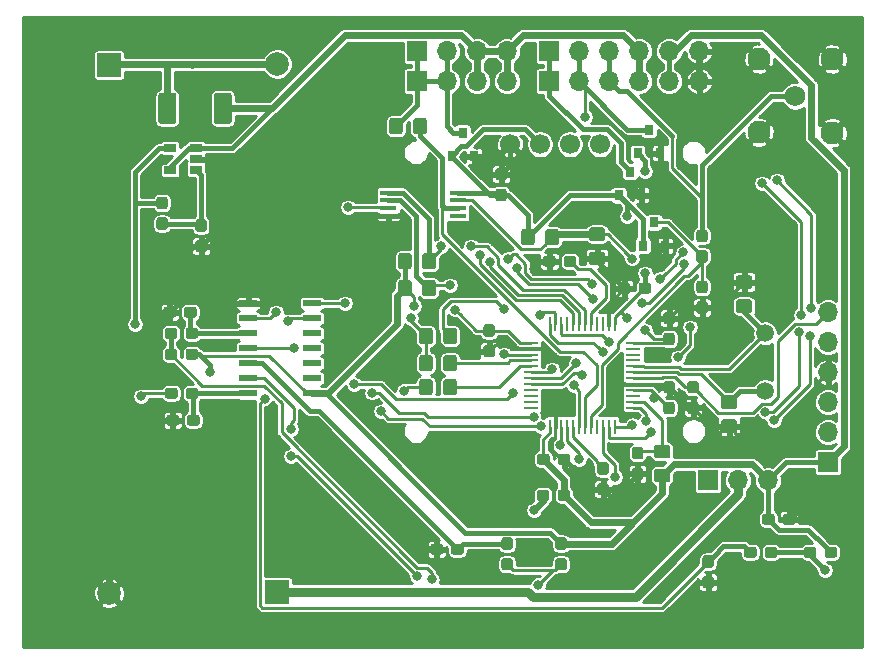
<source format=gbl>
G04 #@! TF.GenerationSoftware,KiCad,Pcbnew,(5.0.0)*
G04 #@! TF.CreationDate,2019-03-24T17:02:07+01:00*
G04 #@! TF.ProjectId,lcrmeter,6C63726D657465722E6B696361645F70,rev?*
G04 #@! TF.SameCoordinates,Original*
G04 #@! TF.FileFunction,Copper,L2,Bot,Signal*
G04 #@! TF.FilePolarity,Positive*
%FSLAX46Y46*%
G04 Gerber Fmt 4.6, Leading zero omitted, Abs format (unit mm)*
G04 Created by KiCad (PCBNEW (5.0.0)) date 03/24/19 17:02:07*
%MOMM*%
%LPD*%
G01*
G04 APERTURE LIST*
G04 #@! TA.AperFunction,ComponentPad*
%ADD10C,1.750000*%
G04 #@! TD*
G04 #@! TA.AperFunction,ComponentPad*
%ADD11C,1.950000*%
G04 #@! TD*
G04 #@! TA.AperFunction,ComponentPad*
%ADD12C,2.000000*%
G04 #@! TD*
G04 #@! TA.AperFunction,ComponentPad*
%ADD13R,2.000000X2.000000*%
G04 #@! TD*
G04 #@! TA.AperFunction,Conductor*
%ADD14C,0.100000*%
G04 #@! TD*
G04 #@! TA.AperFunction,SMDPad,CuDef*
%ADD15C,1.150000*%
G04 #@! TD*
G04 #@! TA.AperFunction,SMDPad,CuDef*
%ADD16C,0.950000*%
G04 #@! TD*
G04 #@! TA.AperFunction,SMDPad,CuDef*
%ADD17R,0.800000X0.900000*%
G04 #@! TD*
G04 #@! TA.AperFunction,ComponentPad*
%ADD18R,1.700000X1.700000*%
G04 #@! TD*
G04 #@! TA.AperFunction,ComponentPad*
%ADD19O,1.700000X1.700000*%
G04 #@! TD*
G04 #@! TA.AperFunction,SMDPad,CuDef*
%ADD20R,1.450000X0.450000*%
G04 #@! TD*
G04 #@! TA.AperFunction,SMDPad,CuDef*
%ADD21R,1.300000X0.250000*%
G04 #@! TD*
G04 #@! TA.AperFunction,SMDPad,CuDef*
%ADD22R,0.250000X1.300000*%
G04 #@! TD*
G04 #@! TA.AperFunction,ComponentPad*
%ADD23C,1.700000*%
G04 #@! TD*
G04 #@! TA.AperFunction,SMDPad,CuDef*
%ADD24R,1.500000X0.600000*%
G04 #@! TD*
G04 #@! TA.AperFunction,ComponentPad*
%ADD25C,1.500000*%
G04 #@! TD*
G04 #@! TA.AperFunction,SMDPad,CuDef*
%ADD26R,1.060000X0.650000*%
G04 #@! TD*
G04 #@! TA.AperFunction,SMDPad,CuDef*
%ADD27C,1.525000*%
G04 #@! TD*
G04 #@! TA.AperFunction,ViaPad*
%ADD28C,0.800000*%
G04 #@! TD*
G04 #@! TA.AperFunction,Conductor*
%ADD29C,0.600000*%
G04 #@! TD*
G04 #@! TA.AperFunction,Conductor*
%ADD30C,0.400000*%
G04 #@! TD*
G04 #@! TA.AperFunction,Conductor*
%ADD31C,0.800000*%
G04 #@! TD*
G04 #@! TA.AperFunction,Conductor*
%ADD32C,0.250000*%
G04 #@! TD*
G04 #@! TA.AperFunction,Conductor*
%ADD33C,0.254000*%
G04 #@! TD*
G04 APERTURE END LIST*
D10*
G04 #@! TO.P,J5,1*
G04 #@! TO.N,/OSCILLOSCOPE_IN*
X169926000Y-102362000D03*
D11*
G04 #@! TO.P,J5,2*
G04 #@! TO.N,GND*
X173076000Y-99212000D03*
X173076000Y-105462000D03*
X166876000Y-105412000D03*
X166876000Y-99212000D03*
G04 #@! TD*
D12*
G04 #@! TO.P,BT1,2*
G04 #@! TO.N,Net-(BT1-Pad2)*
X126078308Y-99635920D03*
D13*
G04 #@! TO.P,BT1,1*
G04 #@! TO.N,Net-(BT1-Pad1)*
X126078308Y-144335920D03*
G04 #@! TD*
G04 #@! TO.P,BT2,1*
G04 #@! TO.N,Net-(BT1-Pad2)*
X111854308Y-99735920D03*
D12*
G04 #@! TO.P,BT2,2*
G04 #@! TO.N,GND*
X111854308Y-144435920D03*
G04 #@! TD*
D14*
G04 #@! TO.N,Net-(C1-Pad1)*
G04 #@! TO.C,C1*
G36*
X164812505Y-127678204D02*
X164836773Y-127681804D01*
X164860572Y-127687765D01*
X164883671Y-127696030D01*
X164905850Y-127706520D01*
X164926893Y-127719132D01*
X164946599Y-127733747D01*
X164964777Y-127750223D01*
X164981253Y-127768401D01*
X164995868Y-127788107D01*
X165008480Y-127809150D01*
X165018970Y-127831329D01*
X165027235Y-127854428D01*
X165033196Y-127878227D01*
X165036796Y-127902495D01*
X165038000Y-127926999D01*
X165038000Y-128577001D01*
X165036796Y-128601505D01*
X165033196Y-128625773D01*
X165027235Y-128649572D01*
X165018970Y-128672671D01*
X165008480Y-128694850D01*
X164995868Y-128715893D01*
X164981253Y-128735599D01*
X164964777Y-128753777D01*
X164946599Y-128770253D01*
X164926893Y-128784868D01*
X164905850Y-128797480D01*
X164883671Y-128807970D01*
X164860572Y-128816235D01*
X164836773Y-128822196D01*
X164812505Y-128825796D01*
X164788001Y-128827000D01*
X163887999Y-128827000D01*
X163863495Y-128825796D01*
X163839227Y-128822196D01*
X163815428Y-128816235D01*
X163792329Y-128807970D01*
X163770150Y-128797480D01*
X163749107Y-128784868D01*
X163729401Y-128770253D01*
X163711223Y-128753777D01*
X163694747Y-128735599D01*
X163680132Y-128715893D01*
X163667520Y-128694850D01*
X163657030Y-128672671D01*
X163648765Y-128649572D01*
X163642804Y-128625773D01*
X163639204Y-128601505D01*
X163638000Y-128577001D01*
X163638000Y-127926999D01*
X163639204Y-127902495D01*
X163642804Y-127878227D01*
X163648765Y-127854428D01*
X163657030Y-127831329D01*
X163667520Y-127809150D01*
X163680132Y-127788107D01*
X163694747Y-127768401D01*
X163711223Y-127750223D01*
X163729401Y-127733747D01*
X163749107Y-127719132D01*
X163770150Y-127706520D01*
X163792329Y-127696030D01*
X163815428Y-127687765D01*
X163839227Y-127681804D01*
X163863495Y-127678204D01*
X163887999Y-127677000D01*
X164788001Y-127677000D01*
X164812505Y-127678204D01*
X164812505Y-127678204D01*
G37*
D15*
G04 #@! TD*
G04 #@! TO.P,C1,1*
G04 #@! TO.N,Net-(C1-Pad1)*
X164338000Y-128252000D03*
D14*
G04 #@! TO.N,GND*
G04 #@! TO.C,C1*
G36*
X164812505Y-129728204D02*
X164836773Y-129731804D01*
X164860572Y-129737765D01*
X164883671Y-129746030D01*
X164905850Y-129756520D01*
X164926893Y-129769132D01*
X164946599Y-129783747D01*
X164964777Y-129800223D01*
X164981253Y-129818401D01*
X164995868Y-129838107D01*
X165008480Y-129859150D01*
X165018970Y-129881329D01*
X165027235Y-129904428D01*
X165033196Y-129928227D01*
X165036796Y-129952495D01*
X165038000Y-129976999D01*
X165038000Y-130627001D01*
X165036796Y-130651505D01*
X165033196Y-130675773D01*
X165027235Y-130699572D01*
X165018970Y-130722671D01*
X165008480Y-130744850D01*
X164995868Y-130765893D01*
X164981253Y-130785599D01*
X164964777Y-130803777D01*
X164946599Y-130820253D01*
X164926893Y-130834868D01*
X164905850Y-130847480D01*
X164883671Y-130857970D01*
X164860572Y-130866235D01*
X164836773Y-130872196D01*
X164812505Y-130875796D01*
X164788001Y-130877000D01*
X163887999Y-130877000D01*
X163863495Y-130875796D01*
X163839227Y-130872196D01*
X163815428Y-130866235D01*
X163792329Y-130857970D01*
X163770150Y-130847480D01*
X163749107Y-130834868D01*
X163729401Y-130820253D01*
X163711223Y-130803777D01*
X163694747Y-130785599D01*
X163680132Y-130765893D01*
X163667520Y-130744850D01*
X163657030Y-130722671D01*
X163648765Y-130699572D01*
X163642804Y-130675773D01*
X163639204Y-130651505D01*
X163638000Y-130627001D01*
X163638000Y-129976999D01*
X163639204Y-129952495D01*
X163642804Y-129928227D01*
X163648765Y-129904428D01*
X163657030Y-129881329D01*
X163667520Y-129859150D01*
X163680132Y-129838107D01*
X163694747Y-129818401D01*
X163711223Y-129800223D01*
X163729401Y-129783747D01*
X163749107Y-129769132D01*
X163770150Y-129756520D01*
X163792329Y-129746030D01*
X163815428Y-129737765D01*
X163839227Y-129731804D01*
X163863495Y-129728204D01*
X163887999Y-129727000D01*
X164788001Y-129727000D01*
X164812505Y-129728204D01*
X164812505Y-129728204D01*
G37*
D15*
G04 #@! TD*
G04 #@! TO.P,C1,2*
G04 #@! TO.N,GND*
X164338000Y-130302000D03*
D14*
G04 #@! TO.N,Net-(C2-Pad1)*
G04 #@! TO.C,C2*
G36*
X166082505Y-119568204D02*
X166106773Y-119571804D01*
X166130572Y-119577765D01*
X166153671Y-119586030D01*
X166175850Y-119596520D01*
X166196893Y-119609132D01*
X166216599Y-119623747D01*
X166234777Y-119640223D01*
X166251253Y-119658401D01*
X166265868Y-119678107D01*
X166278480Y-119699150D01*
X166288970Y-119721329D01*
X166297235Y-119744428D01*
X166303196Y-119768227D01*
X166306796Y-119792495D01*
X166308000Y-119816999D01*
X166308000Y-120467001D01*
X166306796Y-120491505D01*
X166303196Y-120515773D01*
X166297235Y-120539572D01*
X166288970Y-120562671D01*
X166278480Y-120584850D01*
X166265868Y-120605893D01*
X166251253Y-120625599D01*
X166234777Y-120643777D01*
X166216599Y-120660253D01*
X166196893Y-120674868D01*
X166175850Y-120687480D01*
X166153671Y-120697970D01*
X166130572Y-120706235D01*
X166106773Y-120712196D01*
X166082505Y-120715796D01*
X166058001Y-120717000D01*
X165157999Y-120717000D01*
X165133495Y-120715796D01*
X165109227Y-120712196D01*
X165085428Y-120706235D01*
X165062329Y-120697970D01*
X165040150Y-120687480D01*
X165019107Y-120674868D01*
X164999401Y-120660253D01*
X164981223Y-120643777D01*
X164964747Y-120625599D01*
X164950132Y-120605893D01*
X164937520Y-120584850D01*
X164927030Y-120562671D01*
X164918765Y-120539572D01*
X164912804Y-120515773D01*
X164909204Y-120491505D01*
X164908000Y-120467001D01*
X164908000Y-119816999D01*
X164909204Y-119792495D01*
X164912804Y-119768227D01*
X164918765Y-119744428D01*
X164927030Y-119721329D01*
X164937520Y-119699150D01*
X164950132Y-119678107D01*
X164964747Y-119658401D01*
X164981223Y-119640223D01*
X164999401Y-119623747D01*
X165019107Y-119609132D01*
X165040150Y-119596520D01*
X165062329Y-119586030D01*
X165085428Y-119577765D01*
X165109227Y-119571804D01*
X165133495Y-119568204D01*
X165157999Y-119567000D01*
X166058001Y-119567000D01*
X166082505Y-119568204D01*
X166082505Y-119568204D01*
G37*
D15*
G04 #@! TD*
G04 #@! TO.P,C2,1*
G04 #@! TO.N,Net-(C2-Pad1)*
X165608000Y-120142000D03*
D14*
G04 #@! TO.N,GND*
G04 #@! TO.C,C2*
G36*
X166082505Y-117518204D02*
X166106773Y-117521804D01*
X166130572Y-117527765D01*
X166153671Y-117536030D01*
X166175850Y-117546520D01*
X166196893Y-117559132D01*
X166216599Y-117573747D01*
X166234777Y-117590223D01*
X166251253Y-117608401D01*
X166265868Y-117628107D01*
X166278480Y-117649150D01*
X166288970Y-117671329D01*
X166297235Y-117694428D01*
X166303196Y-117718227D01*
X166306796Y-117742495D01*
X166308000Y-117766999D01*
X166308000Y-118417001D01*
X166306796Y-118441505D01*
X166303196Y-118465773D01*
X166297235Y-118489572D01*
X166288970Y-118512671D01*
X166278480Y-118534850D01*
X166265868Y-118555893D01*
X166251253Y-118575599D01*
X166234777Y-118593777D01*
X166216599Y-118610253D01*
X166196893Y-118624868D01*
X166175850Y-118637480D01*
X166153671Y-118647970D01*
X166130572Y-118656235D01*
X166106773Y-118662196D01*
X166082505Y-118665796D01*
X166058001Y-118667000D01*
X165157999Y-118667000D01*
X165133495Y-118665796D01*
X165109227Y-118662196D01*
X165085428Y-118656235D01*
X165062329Y-118647970D01*
X165040150Y-118637480D01*
X165019107Y-118624868D01*
X164999401Y-118610253D01*
X164981223Y-118593777D01*
X164964747Y-118575599D01*
X164950132Y-118555893D01*
X164937520Y-118534850D01*
X164927030Y-118512671D01*
X164918765Y-118489572D01*
X164912804Y-118465773D01*
X164909204Y-118441505D01*
X164908000Y-118417001D01*
X164908000Y-117766999D01*
X164909204Y-117742495D01*
X164912804Y-117718227D01*
X164918765Y-117694428D01*
X164927030Y-117671329D01*
X164937520Y-117649150D01*
X164950132Y-117628107D01*
X164964747Y-117608401D01*
X164981223Y-117590223D01*
X164999401Y-117573747D01*
X165019107Y-117559132D01*
X165040150Y-117546520D01*
X165062329Y-117536030D01*
X165085428Y-117527765D01*
X165109227Y-117521804D01*
X165133495Y-117518204D01*
X165157999Y-117517000D01*
X166058001Y-117517000D01*
X166082505Y-117518204D01*
X166082505Y-117518204D01*
G37*
D15*
G04 #@! TD*
G04 #@! TO.P,C2,2*
G04 #@! TO.N,GND*
X165608000Y-118092000D03*
D14*
G04 #@! TO.N,VCC*
G04 #@! TO.C,C3*
G36*
X148928779Y-132622144D02*
X148951834Y-132625563D01*
X148974443Y-132631227D01*
X148996387Y-132639079D01*
X149017457Y-132649044D01*
X149037448Y-132661026D01*
X149056168Y-132674910D01*
X149073438Y-132690562D01*
X149089090Y-132707832D01*
X149102974Y-132726552D01*
X149114956Y-132746543D01*
X149124921Y-132767613D01*
X149132773Y-132789557D01*
X149138437Y-132812166D01*
X149141856Y-132835221D01*
X149143000Y-132858500D01*
X149143000Y-133333500D01*
X149141856Y-133356779D01*
X149138437Y-133379834D01*
X149132773Y-133402443D01*
X149124921Y-133424387D01*
X149114956Y-133445457D01*
X149102974Y-133465448D01*
X149089090Y-133484168D01*
X149073438Y-133501438D01*
X149056168Y-133517090D01*
X149037448Y-133530974D01*
X149017457Y-133542956D01*
X148996387Y-133552921D01*
X148974443Y-133560773D01*
X148951834Y-133566437D01*
X148928779Y-133569856D01*
X148905500Y-133571000D01*
X148330500Y-133571000D01*
X148307221Y-133569856D01*
X148284166Y-133566437D01*
X148261557Y-133560773D01*
X148239613Y-133552921D01*
X148218543Y-133542956D01*
X148198552Y-133530974D01*
X148179832Y-133517090D01*
X148162562Y-133501438D01*
X148146910Y-133484168D01*
X148133026Y-133465448D01*
X148121044Y-133445457D01*
X148111079Y-133424387D01*
X148103227Y-133402443D01*
X148097563Y-133379834D01*
X148094144Y-133356779D01*
X148093000Y-133333500D01*
X148093000Y-132858500D01*
X148094144Y-132835221D01*
X148097563Y-132812166D01*
X148103227Y-132789557D01*
X148111079Y-132767613D01*
X148121044Y-132746543D01*
X148133026Y-132726552D01*
X148146910Y-132707832D01*
X148162562Y-132690562D01*
X148179832Y-132674910D01*
X148198552Y-132661026D01*
X148218543Y-132649044D01*
X148239613Y-132639079D01*
X148261557Y-132631227D01*
X148284166Y-132625563D01*
X148307221Y-132622144D01*
X148330500Y-132621000D01*
X148905500Y-132621000D01*
X148928779Y-132622144D01*
X148928779Y-132622144D01*
G37*
D16*
G04 #@! TD*
G04 #@! TO.P,C3,1*
G04 #@! TO.N,VCC*
X148618000Y-133096000D03*
D14*
G04 #@! TO.N,GND*
G04 #@! TO.C,C3*
G36*
X150678779Y-132622144D02*
X150701834Y-132625563D01*
X150724443Y-132631227D01*
X150746387Y-132639079D01*
X150767457Y-132649044D01*
X150787448Y-132661026D01*
X150806168Y-132674910D01*
X150823438Y-132690562D01*
X150839090Y-132707832D01*
X150852974Y-132726552D01*
X150864956Y-132746543D01*
X150874921Y-132767613D01*
X150882773Y-132789557D01*
X150888437Y-132812166D01*
X150891856Y-132835221D01*
X150893000Y-132858500D01*
X150893000Y-133333500D01*
X150891856Y-133356779D01*
X150888437Y-133379834D01*
X150882773Y-133402443D01*
X150874921Y-133424387D01*
X150864956Y-133445457D01*
X150852974Y-133465448D01*
X150839090Y-133484168D01*
X150823438Y-133501438D01*
X150806168Y-133517090D01*
X150787448Y-133530974D01*
X150767457Y-133542956D01*
X150746387Y-133552921D01*
X150724443Y-133560773D01*
X150701834Y-133566437D01*
X150678779Y-133569856D01*
X150655500Y-133571000D01*
X150080500Y-133571000D01*
X150057221Y-133569856D01*
X150034166Y-133566437D01*
X150011557Y-133560773D01*
X149989613Y-133552921D01*
X149968543Y-133542956D01*
X149948552Y-133530974D01*
X149929832Y-133517090D01*
X149912562Y-133501438D01*
X149896910Y-133484168D01*
X149883026Y-133465448D01*
X149871044Y-133445457D01*
X149861079Y-133424387D01*
X149853227Y-133402443D01*
X149847563Y-133379834D01*
X149844144Y-133356779D01*
X149843000Y-133333500D01*
X149843000Y-132858500D01*
X149844144Y-132835221D01*
X149847563Y-132812166D01*
X149853227Y-132789557D01*
X149861079Y-132767613D01*
X149871044Y-132746543D01*
X149883026Y-132726552D01*
X149896910Y-132707832D01*
X149912562Y-132690562D01*
X149929832Y-132674910D01*
X149948552Y-132661026D01*
X149968543Y-132649044D01*
X149989613Y-132639079D01*
X150011557Y-132631227D01*
X150034166Y-132625563D01*
X150057221Y-132622144D01*
X150080500Y-132621000D01*
X150655500Y-132621000D01*
X150678779Y-132622144D01*
X150678779Y-132622144D01*
G37*
D16*
G04 #@! TD*
G04 #@! TO.P,C3,2*
G04 #@! TO.N,GND*
X150368000Y-133096000D03*
D14*
G04 #@! TO.N,GND*
G04 #@! TO.C,C4*
G36*
X144278779Y-123428144D02*
X144301834Y-123431563D01*
X144324443Y-123437227D01*
X144346387Y-123445079D01*
X144367457Y-123455044D01*
X144387448Y-123467026D01*
X144406168Y-123480910D01*
X144423438Y-123496562D01*
X144439090Y-123513832D01*
X144452974Y-123532552D01*
X144464956Y-123552543D01*
X144474921Y-123573613D01*
X144482773Y-123595557D01*
X144488437Y-123618166D01*
X144491856Y-123641221D01*
X144493000Y-123664500D01*
X144493000Y-124239500D01*
X144491856Y-124262779D01*
X144488437Y-124285834D01*
X144482773Y-124308443D01*
X144474921Y-124330387D01*
X144464956Y-124351457D01*
X144452974Y-124371448D01*
X144439090Y-124390168D01*
X144423438Y-124407438D01*
X144406168Y-124423090D01*
X144387448Y-124436974D01*
X144367457Y-124448956D01*
X144346387Y-124458921D01*
X144324443Y-124466773D01*
X144301834Y-124472437D01*
X144278779Y-124475856D01*
X144255500Y-124477000D01*
X143780500Y-124477000D01*
X143757221Y-124475856D01*
X143734166Y-124472437D01*
X143711557Y-124466773D01*
X143689613Y-124458921D01*
X143668543Y-124448956D01*
X143648552Y-124436974D01*
X143629832Y-124423090D01*
X143612562Y-124407438D01*
X143596910Y-124390168D01*
X143583026Y-124371448D01*
X143571044Y-124351457D01*
X143561079Y-124330387D01*
X143553227Y-124308443D01*
X143547563Y-124285834D01*
X143544144Y-124262779D01*
X143543000Y-124239500D01*
X143543000Y-123664500D01*
X143544144Y-123641221D01*
X143547563Y-123618166D01*
X143553227Y-123595557D01*
X143561079Y-123573613D01*
X143571044Y-123552543D01*
X143583026Y-123532552D01*
X143596910Y-123513832D01*
X143612562Y-123496562D01*
X143629832Y-123480910D01*
X143648552Y-123467026D01*
X143668543Y-123455044D01*
X143689613Y-123445079D01*
X143711557Y-123437227D01*
X143734166Y-123431563D01*
X143757221Y-123428144D01*
X143780500Y-123427000D01*
X144255500Y-123427000D01*
X144278779Y-123428144D01*
X144278779Y-123428144D01*
G37*
D16*
G04 #@! TD*
G04 #@! TO.P,C4,2*
G04 #@! TO.N,GND*
X144018000Y-123952000D03*
D14*
G04 #@! TO.N,VCC*
G04 #@! TO.C,C4*
G36*
X144278779Y-121678144D02*
X144301834Y-121681563D01*
X144324443Y-121687227D01*
X144346387Y-121695079D01*
X144367457Y-121705044D01*
X144387448Y-121717026D01*
X144406168Y-121730910D01*
X144423438Y-121746562D01*
X144439090Y-121763832D01*
X144452974Y-121782552D01*
X144464956Y-121802543D01*
X144474921Y-121823613D01*
X144482773Y-121845557D01*
X144488437Y-121868166D01*
X144491856Y-121891221D01*
X144493000Y-121914500D01*
X144493000Y-122489500D01*
X144491856Y-122512779D01*
X144488437Y-122535834D01*
X144482773Y-122558443D01*
X144474921Y-122580387D01*
X144464956Y-122601457D01*
X144452974Y-122621448D01*
X144439090Y-122640168D01*
X144423438Y-122657438D01*
X144406168Y-122673090D01*
X144387448Y-122686974D01*
X144367457Y-122698956D01*
X144346387Y-122708921D01*
X144324443Y-122716773D01*
X144301834Y-122722437D01*
X144278779Y-122725856D01*
X144255500Y-122727000D01*
X143780500Y-122727000D01*
X143757221Y-122725856D01*
X143734166Y-122722437D01*
X143711557Y-122716773D01*
X143689613Y-122708921D01*
X143668543Y-122698956D01*
X143648552Y-122686974D01*
X143629832Y-122673090D01*
X143612562Y-122657438D01*
X143596910Y-122640168D01*
X143583026Y-122621448D01*
X143571044Y-122601457D01*
X143561079Y-122580387D01*
X143553227Y-122558443D01*
X143547563Y-122535834D01*
X143544144Y-122512779D01*
X143543000Y-122489500D01*
X143543000Y-121914500D01*
X143544144Y-121891221D01*
X143547563Y-121868166D01*
X143553227Y-121845557D01*
X143561079Y-121823613D01*
X143571044Y-121802543D01*
X143583026Y-121782552D01*
X143596910Y-121763832D01*
X143612562Y-121746562D01*
X143629832Y-121730910D01*
X143648552Y-121717026D01*
X143668543Y-121705044D01*
X143689613Y-121695079D01*
X143711557Y-121687227D01*
X143734166Y-121681563D01*
X143757221Y-121678144D01*
X143780500Y-121677000D01*
X144255500Y-121677000D01*
X144278779Y-121678144D01*
X144278779Y-121678144D01*
G37*
D16*
G04 #@! TD*
G04 #@! TO.P,C4,1*
G04 #@! TO.N,VCC*
X144018000Y-122202000D03*
D14*
G04 #@! TO.N,VCC*
G04 #@! TO.C,C5*
G36*
X157508779Y-118144144D02*
X157531834Y-118147563D01*
X157554443Y-118153227D01*
X157576387Y-118161079D01*
X157597457Y-118171044D01*
X157617448Y-118183026D01*
X157636168Y-118196910D01*
X157653438Y-118212562D01*
X157669090Y-118229832D01*
X157682974Y-118248552D01*
X157694956Y-118268543D01*
X157704921Y-118289613D01*
X157712773Y-118311557D01*
X157718437Y-118334166D01*
X157721856Y-118357221D01*
X157723000Y-118380500D01*
X157723000Y-118855500D01*
X157721856Y-118878779D01*
X157718437Y-118901834D01*
X157712773Y-118924443D01*
X157704921Y-118946387D01*
X157694956Y-118967457D01*
X157682974Y-118987448D01*
X157669090Y-119006168D01*
X157653438Y-119023438D01*
X157636168Y-119039090D01*
X157617448Y-119052974D01*
X157597457Y-119064956D01*
X157576387Y-119074921D01*
X157554443Y-119082773D01*
X157531834Y-119088437D01*
X157508779Y-119091856D01*
X157485500Y-119093000D01*
X156910500Y-119093000D01*
X156887221Y-119091856D01*
X156864166Y-119088437D01*
X156841557Y-119082773D01*
X156819613Y-119074921D01*
X156798543Y-119064956D01*
X156778552Y-119052974D01*
X156759832Y-119039090D01*
X156742562Y-119023438D01*
X156726910Y-119006168D01*
X156713026Y-118987448D01*
X156701044Y-118967457D01*
X156691079Y-118946387D01*
X156683227Y-118924443D01*
X156677563Y-118901834D01*
X156674144Y-118878779D01*
X156673000Y-118855500D01*
X156673000Y-118380500D01*
X156674144Y-118357221D01*
X156677563Y-118334166D01*
X156683227Y-118311557D01*
X156691079Y-118289613D01*
X156701044Y-118268543D01*
X156713026Y-118248552D01*
X156726910Y-118229832D01*
X156742562Y-118212562D01*
X156759832Y-118196910D01*
X156778552Y-118183026D01*
X156798543Y-118171044D01*
X156819613Y-118161079D01*
X156841557Y-118153227D01*
X156864166Y-118147563D01*
X156887221Y-118144144D01*
X156910500Y-118143000D01*
X157485500Y-118143000D01*
X157508779Y-118144144D01*
X157508779Y-118144144D01*
G37*
D16*
G04 #@! TD*
G04 #@! TO.P,C5,1*
G04 #@! TO.N,VCC*
X157198000Y-118618000D03*
D14*
G04 #@! TO.N,GND*
G04 #@! TO.C,C5*
G36*
X155758779Y-118144144D02*
X155781834Y-118147563D01*
X155804443Y-118153227D01*
X155826387Y-118161079D01*
X155847457Y-118171044D01*
X155867448Y-118183026D01*
X155886168Y-118196910D01*
X155903438Y-118212562D01*
X155919090Y-118229832D01*
X155932974Y-118248552D01*
X155944956Y-118268543D01*
X155954921Y-118289613D01*
X155962773Y-118311557D01*
X155968437Y-118334166D01*
X155971856Y-118357221D01*
X155973000Y-118380500D01*
X155973000Y-118855500D01*
X155971856Y-118878779D01*
X155968437Y-118901834D01*
X155962773Y-118924443D01*
X155954921Y-118946387D01*
X155944956Y-118967457D01*
X155932974Y-118987448D01*
X155919090Y-119006168D01*
X155903438Y-119023438D01*
X155886168Y-119039090D01*
X155867448Y-119052974D01*
X155847457Y-119064956D01*
X155826387Y-119074921D01*
X155804443Y-119082773D01*
X155781834Y-119088437D01*
X155758779Y-119091856D01*
X155735500Y-119093000D01*
X155160500Y-119093000D01*
X155137221Y-119091856D01*
X155114166Y-119088437D01*
X155091557Y-119082773D01*
X155069613Y-119074921D01*
X155048543Y-119064956D01*
X155028552Y-119052974D01*
X155009832Y-119039090D01*
X154992562Y-119023438D01*
X154976910Y-119006168D01*
X154963026Y-118987448D01*
X154951044Y-118967457D01*
X154941079Y-118946387D01*
X154933227Y-118924443D01*
X154927563Y-118901834D01*
X154924144Y-118878779D01*
X154923000Y-118855500D01*
X154923000Y-118380500D01*
X154924144Y-118357221D01*
X154927563Y-118334166D01*
X154933227Y-118311557D01*
X154941079Y-118289613D01*
X154951044Y-118268543D01*
X154963026Y-118248552D01*
X154976910Y-118229832D01*
X154992562Y-118212562D01*
X155009832Y-118196910D01*
X155028552Y-118183026D01*
X155048543Y-118171044D01*
X155069613Y-118161079D01*
X155091557Y-118153227D01*
X155114166Y-118147563D01*
X155137221Y-118144144D01*
X155160500Y-118143000D01*
X155735500Y-118143000D01*
X155758779Y-118144144D01*
X155758779Y-118144144D01*
G37*
D16*
G04 #@! TD*
G04 #@! TO.P,C5,2*
G04 #@! TO.N,GND*
X155448000Y-118618000D03*
D14*
G04 #@! TO.N,GND*
G04 #@! TO.C,C6*
G36*
X145294779Y-108442144D02*
X145317834Y-108445563D01*
X145340443Y-108451227D01*
X145362387Y-108459079D01*
X145383457Y-108469044D01*
X145403448Y-108481026D01*
X145422168Y-108494910D01*
X145439438Y-108510562D01*
X145455090Y-108527832D01*
X145468974Y-108546552D01*
X145480956Y-108566543D01*
X145490921Y-108587613D01*
X145498773Y-108609557D01*
X145504437Y-108632166D01*
X145507856Y-108655221D01*
X145509000Y-108678500D01*
X145509000Y-109253500D01*
X145507856Y-109276779D01*
X145504437Y-109299834D01*
X145498773Y-109322443D01*
X145490921Y-109344387D01*
X145480956Y-109365457D01*
X145468974Y-109385448D01*
X145455090Y-109404168D01*
X145439438Y-109421438D01*
X145422168Y-109437090D01*
X145403448Y-109450974D01*
X145383457Y-109462956D01*
X145362387Y-109472921D01*
X145340443Y-109480773D01*
X145317834Y-109486437D01*
X145294779Y-109489856D01*
X145271500Y-109491000D01*
X144796500Y-109491000D01*
X144773221Y-109489856D01*
X144750166Y-109486437D01*
X144727557Y-109480773D01*
X144705613Y-109472921D01*
X144684543Y-109462956D01*
X144664552Y-109450974D01*
X144645832Y-109437090D01*
X144628562Y-109421438D01*
X144612910Y-109404168D01*
X144599026Y-109385448D01*
X144587044Y-109365457D01*
X144577079Y-109344387D01*
X144569227Y-109322443D01*
X144563563Y-109299834D01*
X144560144Y-109276779D01*
X144559000Y-109253500D01*
X144559000Y-108678500D01*
X144560144Y-108655221D01*
X144563563Y-108632166D01*
X144569227Y-108609557D01*
X144577079Y-108587613D01*
X144587044Y-108566543D01*
X144599026Y-108546552D01*
X144612910Y-108527832D01*
X144628562Y-108510562D01*
X144645832Y-108494910D01*
X144664552Y-108481026D01*
X144684543Y-108469044D01*
X144705613Y-108459079D01*
X144727557Y-108451227D01*
X144750166Y-108445563D01*
X144773221Y-108442144D01*
X144796500Y-108441000D01*
X145271500Y-108441000D01*
X145294779Y-108442144D01*
X145294779Y-108442144D01*
G37*
D16*
G04 #@! TD*
G04 #@! TO.P,C6,2*
G04 #@! TO.N,GND*
X145034000Y-108966000D03*
D14*
G04 #@! TO.N,VCC*
G04 #@! TO.C,C6*
G36*
X145294779Y-110192144D02*
X145317834Y-110195563D01*
X145340443Y-110201227D01*
X145362387Y-110209079D01*
X145383457Y-110219044D01*
X145403448Y-110231026D01*
X145422168Y-110244910D01*
X145439438Y-110260562D01*
X145455090Y-110277832D01*
X145468974Y-110296552D01*
X145480956Y-110316543D01*
X145490921Y-110337613D01*
X145498773Y-110359557D01*
X145504437Y-110382166D01*
X145507856Y-110405221D01*
X145509000Y-110428500D01*
X145509000Y-111003500D01*
X145507856Y-111026779D01*
X145504437Y-111049834D01*
X145498773Y-111072443D01*
X145490921Y-111094387D01*
X145480956Y-111115457D01*
X145468974Y-111135448D01*
X145455090Y-111154168D01*
X145439438Y-111171438D01*
X145422168Y-111187090D01*
X145403448Y-111200974D01*
X145383457Y-111212956D01*
X145362387Y-111222921D01*
X145340443Y-111230773D01*
X145317834Y-111236437D01*
X145294779Y-111239856D01*
X145271500Y-111241000D01*
X144796500Y-111241000D01*
X144773221Y-111239856D01*
X144750166Y-111236437D01*
X144727557Y-111230773D01*
X144705613Y-111222921D01*
X144684543Y-111212956D01*
X144664552Y-111200974D01*
X144645832Y-111187090D01*
X144628562Y-111171438D01*
X144612910Y-111154168D01*
X144599026Y-111135448D01*
X144587044Y-111115457D01*
X144577079Y-111094387D01*
X144569227Y-111072443D01*
X144563563Y-111049834D01*
X144560144Y-111026779D01*
X144559000Y-111003500D01*
X144559000Y-110428500D01*
X144560144Y-110405221D01*
X144563563Y-110382166D01*
X144569227Y-110359557D01*
X144577079Y-110337613D01*
X144587044Y-110316543D01*
X144599026Y-110296552D01*
X144612910Y-110277832D01*
X144628562Y-110260562D01*
X144645832Y-110244910D01*
X144664552Y-110231026D01*
X144684543Y-110219044D01*
X144705613Y-110209079D01*
X144727557Y-110201227D01*
X144750166Y-110195563D01*
X144773221Y-110192144D01*
X144796500Y-110191000D01*
X145271500Y-110191000D01*
X145294779Y-110192144D01*
X145294779Y-110192144D01*
G37*
D16*
G04 #@! TD*
G04 #@! TO.P,C6,1*
G04 #@! TO.N,VCC*
X145034000Y-110716000D03*
D14*
G04 #@! TO.N,GND*
G04 #@! TO.C,C7*
G36*
X159518779Y-126476144D02*
X159541834Y-126479563D01*
X159564443Y-126485227D01*
X159586387Y-126493079D01*
X159607457Y-126503044D01*
X159627448Y-126515026D01*
X159646168Y-126528910D01*
X159663438Y-126544562D01*
X159679090Y-126561832D01*
X159692974Y-126580552D01*
X159704956Y-126600543D01*
X159714921Y-126621613D01*
X159722773Y-126643557D01*
X159728437Y-126666166D01*
X159731856Y-126689221D01*
X159733000Y-126712500D01*
X159733000Y-127287500D01*
X159731856Y-127310779D01*
X159728437Y-127333834D01*
X159722773Y-127356443D01*
X159714921Y-127378387D01*
X159704956Y-127399457D01*
X159692974Y-127419448D01*
X159679090Y-127438168D01*
X159663438Y-127455438D01*
X159646168Y-127471090D01*
X159627448Y-127484974D01*
X159607457Y-127496956D01*
X159586387Y-127506921D01*
X159564443Y-127514773D01*
X159541834Y-127520437D01*
X159518779Y-127523856D01*
X159495500Y-127525000D01*
X159020500Y-127525000D01*
X158997221Y-127523856D01*
X158974166Y-127520437D01*
X158951557Y-127514773D01*
X158929613Y-127506921D01*
X158908543Y-127496956D01*
X158888552Y-127484974D01*
X158869832Y-127471090D01*
X158852562Y-127455438D01*
X158836910Y-127438168D01*
X158823026Y-127419448D01*
X158811044Y-127399457D01*
X158801079Y-127378387D01*
X158793227Y-127356443D01*
X158787563Y-127333834D01*
X158784144Y-127310779D01*
X158783000Y-127287500D01*
X158783000Y-126712500D01*
X158784144Y-126689221D01*
X158787563Y-126666166D01*
X158793227Y-126643557D01*
X158801079Y-126621613D01*
X158811044Y-126600543D01*
X158823026Y-126580552D01*
X158836910Y-126561832D01*
X158852562Y-126544562D01*
X158869832Y-126528910D01*
X158888552Y-126515026D01*
X158908543Y-126503044D01*
X158929613Y-126493079D01*
X158951557Y-126485227D01*
X158974166Y-126479563D01*
X158997221Y-126476144D01*
X159020500Y-126475000D01*
X159495500Y-126475000D01*
X159518779Y-126476144D01*
X159518779Y-126476144D01*
G37*
D16*
G04 #@! TD*
G04 #@! TO.P,C7,2*
G04 #@! TO.N,GND*
X159258000Y-127000000D03*
D14*
G04 #@! TO.N,VDDA*
G04 #@! TO.C,C7*
G36*
X159518779Y-128226144D02*
X159541834Y-128229563D01*
X159564443Y-128235227D01*
X159586387Y-128243079D01*
X159607457Y-128253044D01*
X159627448Y-128265026D01*
X159646168Y-128278910D01*
X159663438Y-128294562D01*
X159679090Y-128311832D01*
X159692974Y-128330552D01*
X159704956Y-128350543D01*
X159714921Y-128371613D01*
X159722773Y-128393557D01*
X159728437Y-128416166D01*
X159731856Y-128439221D01*
X159733000Y-128462500D01*
X159733000Y-129037500D01*
X159731856Y-129060779D01*
X159728437Y-129083834D01*
X159722773Y-129106443D01*
X159714921Y-129128387D01*
X159704956Y-129149457D01*
X159692974Y-129169448D01*
X159679090Y-129188168D01*
X159663438Y-129205438D01*
X159646168Y-129221090D01*
X159627448Y-129234974D01*
X159607457Y-129246956D01*
X159586387Y-129256921D01*
X159564443Y-129264773D01*
X159541834Y-129270437D01*
X159518779Y-129273856D01*
X159495500Y-129275000D01*
X159020500Y-129275000D01*
X158997221Y-129273856D01*
X158974166Y-129270437D01*
X158951557Y-129264773D01*
X158929613Y-129256921D01*
X158908543Y-129246956D01*
X158888552Y-129234974D01*
X158869832Y-129221090D01*
X158852562Y-129205438D01*
X158836910Y-129188168D01*
X158823026Y-129169448D01*
X158811044Y-129149457D01*
X158801079Y-129128387D01*
X158793227Y-129106443D01*
X158787563Y-129083834D01*
X158784144Y-129060779D01*
X158783000Y-129037500D01*
X158783000Y-128462500D01*
X158784144Y-128439221D01*
X158787563Y-128416166D01*
X158793227Y-128393557D01*
X158801079Y-128371613D01*
X158811044Y-128350543D01*
X158823026Y-128330552D01*
X158836910Y-128311832D01*
X158852562Y-128294562D01*
X158869832Y-128278910D01*
X158888552Y-128265026D01*
X158908543Y-128253044D01*
X158929613Y-128243079D01*
X158951557Y-128235227D01*
X158974166Y-128229563D01*
X158997221Y-128226144D01*
X159020500Y-128225000D01*
X159495500Y-128225000D01*
X159518779Y-128226144D01*
X159518779Y-128226144D01*
G37*
D16*
G04 #@! TD*
G04 #@! TO.P,C7,1*
G04 #@! TO.N,VDDA*
X159258000Y-128750000D03*
D14*
G04 #@! TO.N,VCC*
G04 #@! TO.C,C8*
G36*
X167978779Y-137702144D02*
X168001834Y-137705563D01*
X168024443Y-137711227D01*
X168046387Y-137719079D01*
X168067457Y-137729044D01*
X168087448Y-137741026D01*
X168106168Y-137754910D01*
X168123438Y-137770562D01*
X168139090Y-137787832D01*
X168152974Y-137806552D01*
X168164956Y-137826543D01*
X168174921Y-137847613D01*
X168182773Y-137869557D01*
X168188437Y-137892166D01*
X168191856Y-137915221D01*
X168193000Y-137938500D01*
X168193000Y-138413500D01*
X168191856Y-138436779D01*
X168188437Y-138459834D01*
X168182773Y-138482443D01*
X168174921Y-138504387D01*
X168164956Y-138525457D01*
X168152974Y-138545448D01*
X168139090Y-138564168D01*
X168123438Y-138581438D01*
X168106168Y-138597090D01*
X168087448Y-138610974D01*
X168067457Y-138622956D01*
X168046387Y-138632921D01*
X168024443Y-138640773D01*
X168001834Y-138646437D01*
X167978779Y-138649856D01*
X167955500Y-138651000D01*
X167380500Y-138651000D01*
X167357221Y-138649856D01*
X167334166Y-138646437D01*
X167311557Y-138640773D01*
X167289613Y-138632921D01*
X167268543Y-138622956D01*
X167248552Y-138610974D01*
X167229832Y-138597090D01*
X167212562Y-138581438D01*
X167196910Y-138564168D01*
X167183026Y-138545448D01*
X167171044Y-138525457D01*
X167161079Y-138504387D01*
X167153227Y-138482443D01*
X167147563Y-138459834D01*
X167144144Y-138436779D01*
X167143000Y-138413500D01*
X167143000Y-137938500D01*
X167144144Y-137915221D01*
X167147563Y-137892166D01*
X167153227Y-137869557D01*
X167161079Y-137847613D01*
X167171044Y-137826543D01*
X167183026Y-137806552D01*
X167196910Y-137787832D01*
X167212562Y-137770562D01*
X167229832Y-137754910D01*
X167248552Y-137741026D01*
X167268543Y-137729044D01*
X167289613Y-137719079D01*
X167311557Y-137711227D01*
X167334166Y-137705563D01*
X167357221Y-137702144D01*
X167380500Y-137701000D01*
X167955500Y-137701000D01*
X167978779Y-137702144D01*
X167978779Y-137702144D01*
G37*
D16*
G04 #@! TD*
G04 #@! TO.P,C8,1*
G04 #@! TO.N,VCC*
X167668000Y-138176000D03*
D14*
G04 #@! TO.N,GND*
G04 #@! TO.C,C8*
G36*
X169728779Y-137702144D02*
X169751834Y-137705563D01*
X169774443Y-137711227D01*
X169796387Y-137719079D01*
X169817457Y-137729044D01*
X169837448Y-137741026D01*
X169856168Y-137754910D01*
X169873438Y-137770562D01*
X169889090Y-137787832D01*
X169902974Y-137806552D01*
X169914956Y-137826543D01*
X169924921Y-137847613D01*
X169932773Y-137869557D01*
X169938437Y-137892166D01*
X169941856Y-137915221D01*
X169943000Y-137938500D01*
X169943000Y-138413500D01*
X169941856Y-138436779D01*
X169938437Y-138459834D01*
X169932773Y-138482443D01*
X169924921Y-138504387D01*
X169914956Y-138525457D01*
X169902974Y-138545448D01*
X169889090Y-138564168D01*
X169873438Y-138581438D01*
X169856168Y-138597090D01*
X169837448Y-138610974D01*
X169817457Y-138622956D01*
X169796387Y-138632921D01*
X169774443Y-138640773D01*
X169751834Y-138646437D01*
X169728779Y-138649856D01*
X169705500Y-138651000D01*
X169130500Y-138651000D01*
X169107221Y-138649856D01*
X169084166Y-138646437D01*
X169061557Y-138640773D01*
X169039613Y-138632921D01*
X169018543Y-138622956D01*
X168998552Y-138610974D01*
X168979832Y-138597090D01*
X168962562Y-138581438D01*
X168946910Y-138564168D01*
X168933026Y-138545448D01*
X168921044Y-138525457D01*
X168911079Y-138504387D01*
X168903227Y-138482443D01*
X168897563Y-138459834D01*
X168894144Y-138436779D01*
X168893000Y-138413500D01*
X168893000Y-137938500D01*
X168894144Y-137915221D01*
X168897563Y-137892166D01*
X168903227Y-137869557D01*
X168911079Y-137847613D01*
X168921044Y-137826543D01*
X168933026Y-137806552D01*
X168946910Y-137787832D01*
X168962562Y-137770562D01*
X168979832Y-137754910D01*
X168998552Y-137741026D01*
X169018543Y-137729044D01*
X169039613Y-137719079D01*
X169061557Y-137711227D01*
X169084166Y-137705563D01*
X169107221Y-137702144D01*
X169130500Y-137701000D01*
X169705500Y-137701000D01*
X169728779Y-137702144D01*
X169728779Y-137702144D01*
G37*
D16*
G04 #@! TD*
G04 #@! TO.P,C8,2*
G04 #@! TO.N,GND*
X169418000Y-138176000D03*
D14*
G04 #@! TO.N,VCC*
G04 #@! TO.C,C9*
G36*
X159518779Y-122384144D02*
X159541834Y-122387563D01*
X159564443Y-122393227D01*
X159586387Y-122401079D01*
X159607457Y-122411044D01*
X159627448Y-122423026D01*
X159646168Y-122436910D01*
X159663438Y-122452562D01*
X159679090Y-122469832D01*
X159692974Y-122488552D01*
X159704956Y-122508543D01*
X159714921Y-122529613D01*
X159722773Y-122551557D01*
X159728437Y-122574166D01*
X159731856Y-122597221D01*
X159733000Y-122620500D01*
X159733000Y-123195500D01*
X159731856Y-123218779D01*
X159728437Y-123241834D01*
X159722773Y-123264443D01*
X159714921Y-123286387D01*
X159704956Y-123307457D01*
X159692974Y-123327448D01*
X159679090Y-123346168D01*
X159663438Y-123363438D01*
X159646168Y-123379090D01*
X159627448Y-123392974D01*
X159607457Y-123404956D01*
X159586387Y-123414921D01*
X159564443Y-123422773D01*
X159541834Y-123428437D01*
X159518779Y-123431856D01*
X159495500Y-123433000D01*
X159020500Y-123433000D01*
X158997221Y-123431856D01*
X158974166Y-123428437D01*
X158951557Y-123422773D01*
X158929613Y-123414921D01*
X158908543Y-123404956D01*
X158888552Y-123392974D01*
X158869832Y-123379090D01*
X158852562Y-123363438D01*
X158836910Y-123346168D01*
X158823026Y-123327448D01*
X158811044Y-123307457D01*
X158801079Y-123286387D01*
X158793227Y-123264443D01*
X158787563Y-123241834D01*
X158784144Y-123218779D01*
X158783000Y-123195500D01*
X158783000Y-122620500D01*
X158784144Y-122597221D01*
X158787563Y-122574166D01*
X158793227Y-122551557D01*
X158801079Y-122529613D01*
X158811044Y-122508543D01*
X158823026Y-122488552D01*
X158836910Y-122469832D01*
X158852562Y-122452562D01*
X158869832Y-122436910D01*
X158888552Y-122423026D01*
X158908543Y-122411044D01*
X158929613Y-122401079D01*
X158951557Y-122393227D01*
X158974166Y-122387563D01*
X158997221Y-122384144D01*
X159020500Y-122383000D01*
X159495500Y-122383000D01*
X159518779Y-122384144D01*
X159518779Y-122384144D01*
G37*
D16*
G04 #@! TD*
G04 #@! TO.P,C9,1*
G04 #@! TO.N,VCC*
X159258000Y-122908000D03*
D14*
G04 #@! TO.N,GND*
G04 #@! TO.C,C9*
G36*
X159518779Y-120634144D02*
X159541834Y-120637563D01*
X159564443Y-120643227D01*
X159586387Y-120651079D01*
X159607457Y-120661044D01*
X159627448Y-120673026D01*
X159646168Y-120686910D01*
X159663438Y-120702562D01*
X159679090Y-120719832D01*
X159692974Y-120738552D01*
X159704956Y-120758543D01*
X159714921Y-120779613D01*
X159722773Y-120801557D01*
X159728437Y-120824166D01*
X159731856Y-120847221D01*
X159733000Y-120870500D01*
X159733000Y-121445500D01*
X159731856Y-121468779D01*
X159728437Y-121491834D01*
X159722773Y-121514443D01*
X159714921Y-121536387D01*
X159704956Y-121557457D01*
X159692974Y-121577448D01*
X159679090Y-121596168D01*
X159663438Y-121613438D01*
X159646168Y-121629090D01*
X159627448Y-121642974D01*
X159607457Y-121654956D01*
X159586387Y-121664921D01*
X159564443Y-121672773D01*
X159541834Y-121678437D01*
X159518779Y-121681856D01*
X159495500Y-121683000D01*
X159020500Y-121683000D01*
X158997221Y-121681856D01*
X158974166Y-121678437D01*
X158951557Y-121672773D01*
X158929613Y-121664921D01*
X158908543Y-121654956D01*
X158888552Y-121642974D01*
X158869832Y-121629090D01*
X158852562Y-121613438D01*
X158836910Y-121596168D01*
X158823026Y-121577448D01*
X158811044Y-121557457D01*
X158801079Y-121536387D01*
X158793227Y-121514443D01*
X158787563Y-121491834D01*
X158784144Y-121468779D01*
X158783000Y-121445500D01*
X158783000Y-120870500D01*
X158784144Y-120847221D01*
X158787563Y-120824166D01*
X158793227Y-120801557D01*
X158801079Y-120779613D01*
X158811044Y-120758543D01*
X158823026Y-120738552D01*
X158836910Y-120719832D01*
X158852562Y-120702562D01*
X158869832Y-120686910D01*
X158888552Y-120673026D01*
X158908543Y-120661044D01*
X158929613Y-120651079D01*
X158951557Y-120643227D01*
X158974166Y-120637563D01*
X158997221Y-120634144D01*
X159020500Y-120633000D01*
X159495500Y-120633000D01*
X159518779Y-120634144D01*
X159518779Y-120634144D01*
G37*
D16*
G04 #@! TD*
G04 #@! TO.P,C9,2*
G04 #@! TO.N,GND*
X159258000Y-121158000D03*
D14*
G04 #@! TO.N,GND*
G04 #@! TO.C,C10*
G36*
X161550779Y-128226144D02*
X161573834Y-128229563D01*
X161596443Y-128235227D01*
X161618387Y-128243079D01*
X161639457Y-128253044D01*
X161659448Y-128265026D01*
X161678168Y-128278910D01*
X161695438Y-128294562D01*
X161711090Y-128311832D01*
X161724974Y-128330552D01*
X161736956Y-128350543D01*
X161746921Y-128371613D01*
X161754773Y-128393557D01*
X161760437Y-128416166D01*
X161763856Y-128439221D01*
X161765000Y-128462500D01*
X161765000Y-129037500D01*
X161763856Y-129060779D01*
X161760437Y-129083834D01*
X161754773Y-129106443D01*
X161746921Y-129128387D01*
X161736956Y-129149457D01*
X161724974Y-129169448D01*
X161711090Y-129188168D01*
X161695438Y-129205438D01*
X161678168Y-129221090D01*
X161659448Y-129234974D01*
X161639457Y-129246956D01*
X161618387Y-129256921D01*
X161596443Y-129264773D01*
X161573834Y-129270437D01*
X161550779Y-129273856D01*
X161527500Y-129275000D01*
X161052500Y-129275000D01*
X161029221Y-129273856D01*
X161006166Y-129270437D01*
X160983557Y-129264773D01*
X160961613Y-129256921D01*
X160940543Y-129246956D01*
X160920552Y-129234974D01*
X160901832Y-129221090D01*
X160884562Y-129205438D01*
X160868910Y-129188168D01*
X160855026Y-129169448D01*
X160843044Y-129149457D01*
X160833079Y-129128387D01*
X160825227Y-129106443D01*
X160819563Y-129083834D01*
X160816144Y-129060779D01*
X160815000Y-129037500D01*
X160815000Y-128462500D01*
X160816144Y-128439221D01*
X160819563Y-128416166D01*
X160825227Y-128393557D01*
X160833079Y-128371613D01*
X160843044Y-128350543D01*
X160855026Y-128330552D01*
X160868910Y-128311832D01*
X160884562Y-128294562D01*
X160901832Y-128278910D01*
X160920552Y-128265026D01*
X160940543Y-128253044D01*
X160961613Y-128243079D01*
X160983557Y-128235227D01*
X161006166Y-128229563D01*
X161029221Y-128226144D01*
X161052500Y-128225000D01*
X161527500Y-128225000D01*
X161550779Y-128226144D01*
X161550779Y-128226144D01*
G37*
D16*
G04 #@! TD*
G04 #@! TO.P,C10,2*
G04 #@! TO.N,GND*
X161290000Y-128750000D03*
D14*
G04 #@! TO.N,/RST*
G04 #@! TO.C,C10*
G36*
X161550779Y-126476144D02*
X161573834Y-126479563D01*
X161596443Y-126485227D01*
X161618387Y-126493079D01*
X161639457Y-126503044D01*
X161659448Y-126515026D01*
X161678168Y-126528910D01*
X161695438Y-126544562D01*
X161711090Y-126561832D01*
X161724974Y-126580552D01*
X161736956Y-126600543D01*
X161746921Y-126621613D01*
X161754773Y-126643557D01*
X161760437Y-126666166D01*
X161763856Y-126689221D01*
X161765000Y-126712500D01*
X161765000Y-127287500D01*
X161763856Y-127310779D01*
X161760437Y-127333834D01*
X161754773Y-127356443D01*
X161746921Y-127378387D01*
X161736956Y-127399457D01*
X161724974Y-127419448D01*
X161711090Y-127438168D01*
X161695438Y-127455438D01*
X161678168Y-127471090D01*
X161659448Y-127484974D01*
X161639457Y-127496956D01*
X161618387Y-127506921D01*
X161596443Y-127514773D01*
X161573834Y-127520437D01*
X161550779Y-127523856D01*
X161527500Y-127525000D01*
X161052500Y-127525000D01*
X161029221Y-127523856D01*
X161006166Y-127520437D01*
X160983557Y-127514773D01*
X160961613Y-127506921D01*
X160940543Y-127496956D01*
X160920552Y-127484974D01*
X160901832Y-127471090D01*
X160884562Y-127455438D01*
X160868910Y-127438168D01*
X160855026Y-127419448D01*
X160843044Y-127399457D01*
X160833079Y-127378387D01*
X160825227Y-127356443D01*
X160819563Y-127333834D01*
X160816144Y-127310779D01*
X160815000Y-127287500D01*
X160815000Y-126712500D01*
X160816144Y-126689221D01*
X160819563Y-126666166D01*
X160825227Y-126643557D01*
X160833079Y-126621613D01*
X160843044Y-126600543D01*
X160855026Y-126580552D01*
X160868910Y-126561832D01*
X160884562Y-126544562D01*
X160901832Y-126528910D01*
X160920552Y-126515026D01*
X160940543Y-126503044D01*
X160961613Y-126493079D01*
X160983557Y-126485227D01*
X161006166Y-126479563D01*
X161029221Y-126476144D01*
X161052500Y-126475000D01*
X161527500Y-126475000D01*
X161550779Y-126476144D01*
X161550779Y-126476144D01*
G37*
D16*
G04 #@! TD*
G04 #@! TO.P,C10,1*
G04 #@! TO.N,/RST*
X161290000Y-127000000D03*
D14*
G04 #@! TO.N,GND*
G04 #@! TO.C,C11*
G36*
X153636505Y-115522204D02*
X153660773Y-115525804D01*
X153684572Y-115531765D01*
X153707671Y-115540030D01*
X153729850Y-115550520D01*
X153750893Y-115563132D01*
X153770599Y-115577747D01*
X153788777Y-115594223D01*
X153805253Y-115612401D01*
X153819868Y-115632107D01*
X153832480Y-115653150D01*
X153842970Y-115675329D01*
X153851235Y-115698428D01*
X153857196Y-115722227D01*
X153860796Y-115746495D01*
X153862000Y-115770999D01*
X153862000Y-116421001D01*
X153860796Y-116445505D01*
X153857196Y-116469773D01*
X153851235Y-116493572D01*
X153842970Y-116516671D01*
X153832480Y-116538850D01*
X153819868Y-116559893D01*
X153805253Y-116579599D01*
X153788777Y-116597777D01*
X153770599Y-116614253D01*
X153750893Y-116628868D01*
X153729850Y-116641480D01*
X153707671Y-116651970D01*
X153684572Y-116660235D01*
X153660773Y-116666196D01*
X153636505Y-116669796D01*
X153612001Y-116671000D01*
X152711999Y-116671000D01*
X152687495Y-116669796D01*
X152663227Y-116666196D01*
X152639428Y-116660235D01*
X152616329Y-116651970D01*
X152594150Y-116641480D01*
X152573107Y-116628868D01*
X152553401Y-116614253D01*
X152535223Y-116597777D01*
X152518747Y-116579599D01*
X152504132Y-116559893D01*
X152491520Y-116538850D01*
X152481030Y-116516671D01*
X152472765Y-116493572D01*
X152466804Y-116469773D01*
X152463204Y-116445505D01*
X152462000Y-116421001D01*
X152462000Y-115770999D01*
X152463204Y-115746495D01*
X152466804Y-115722227D01*
X152472765Y-115698428D01*
X152481030Y-115675329D01*
X152491520Y-115653150D01*
X152504132Y-115632107D01*
X152518747Y-115612401D01*
X152535223Y-115594223D01*
X152553401Y-115577747D01*
X152573107Y-115563132D01*
X152594150Y-115550520D01*
X152616329Y-115540030D01*
X152639428Y-115531765D01*
X152663227Y-115525804D01*
X152687495Y-115522204D01*
X152711999Y-115521000D01*
X153612001Y-115521000D01*
X153636505Y-115522204D01*
X153636505Y-115522204D01*
G37*
D15*
G04 #@! TD*
G04 #@! TO.P,C11,2*
G04 #@! TO.N,GND*
X153162000Y-116096000D03*
D14*
G04 #@! TO.N,VDDA*
G04 #@! TO.C,C11*
G36*
X153636505Y-113472204D02*
X153660773Y-113475804D01*
X153684572Y-113481765D01*
X153707671Y-113490030D01*
X153729850Y-113500520D01*
X153750893Y-113513132D01*
X153770599Y-113527747D01*
X153788777Y-113544223D01*
X153805253Y-113562401D01*
X153819868Y-113582107D01*
X153832480Y-113603150D01*
X153842970Y-113625329D01*
X153851235Y-113648428D01*
X153857196Y-113672227D01*
X153860796Y-113696495D01*
X153862000Y-113720999D01*
X153862000Y-114371001D01*
X153860796Y-114395505D01*
X153857196Y-114419773D01*
X153851235Y-114443572D01*
X153842970Y-114466671D01*
X153832480Y-114488850D01*
X153819868Y-114509893D01*
X153805253Y-114529599D01*
X153788777Y-114547777D01*
X153770599Y-114564253D01*
X153750893Y-114578868D01*
X153729850Y-114591480D01*
X153707671Y-114601970D01*
X153684572Y-114610235D01*
X153660773Y-114616196D01*
X153636505Y-114619796D01*
X153612001Y-114621000D01*
X152711999Y-114621000D01*
X152687495Y-114619796D01*
X152663227Y-114616196D01*
X152639428Y-114610235D01*
X152616329Y-114601970D01*
X152594150Y-114591480D01*
X152573107Y-114578868D01*
X152553401Y-114564253D01*
X152535223Y-114547777D01*
X152518747Y-114529599D01*
X152504132Y-114509893D01*
X152491520Y-114488850D01*
X152481030Y-114466671D01*
X152472765Y-114443572D01*
X152466804Y-114419773D01*
X152463204Y-114395505D01*
X152462000Y-114371001D01*
X152462000Y-113720999D01*
X152463204Y-113696495D01*
X152466804Y-113672227D01*
X152472765Y-113648428D01*
X152481030Y-113625329D01*
X152491520Y-113603150D01*
X152504132Y-113582107D01*
X152518747Y-113562401D01*
X152535223Y-113544223D01*
X152553401Y-113527747D01*
X152573107Y-113513132D01*
X152594150Y-113500520D01*
X152616329Y-113490030D01*
X152639428Y-113481765D01*
X152663227Y-113475804D01*
X152687495Y-113472204D01*
X152711999Y-113471000D01*
X153612001Y-113471000D01*
X153636505Y-113472204D01*
X153636505Y-113472204D01*
G37*
D15*
G04 #@! TD*
G04 #@! TO.P,C11,1*
G04 #@! TO.N,VDDA*
X153162000Y-114046000D03*
D14*
G04 #@! TO.N,Net-(C12-Pad1)*
G04 #@! TO.C,C12*
G36*
X119041779Y-120176144D02*
X119064834Y-120179563D01*
X119087443Y-120185227D01*
X119109387Y-120193079D01*
X119130457Y-120203044D01*
X119150448Y-120215026D01*
X119169168Y-120228910D01*
X119186438Y-120244562D01*
X119202090Y-120261832D01*
X119215974Y-120280552D01*
X119227956Y-120300543D01*
X119237921Y-120321613D01*
X119245773Y-120343557D01*
X119251437Y-120366166D01*
X119254856Y-120389221D01*
X119256000Y-120412500D01*
X119256000Y-120887500D01*
X119254856Y-120910779D01*
X119251437Y-120933834D01*
X119245773Y-120956443D01*
X119237921Y-120978387D01*
X119227956Y-120999457D01*
X119215974Y-121019448D01*
X119202090Y-121038168D01*
X119186438Y-121055438D01*
X119169168Y-121071090D01*
X119150448Y-121084974D01*
X119130457Y-121096956D01*
X119109387Y-121106921D01*
X119087443Y-121114773D01*
X119064834Y-121120437D01*
X119041779Y-121123856D01*
X119018500Y-121125000D01*
X118443500Y-121125000D01*
X118420221Y-121123856D01*
X118397166Y-121120437D01*
X118374557Y-121114773D01*
X118352613Y-121106921D01*
X118331543Y-121096956D01*
X118311552Y-121084974D01*
X118292832Y-121071090D01*
X118275562Y-121055438D01*
X118259910Y-121038168D01*
X118246026Y-121019448D01*
X118234044Y-120999457D01*
X118224079Y-120978387D01*
X118216227Y-120956443D01*
X118210563Y-120933834D01*
X118207144Y-120910779D01*
X118206000Y-120887500D01*
X118206000Y-120412500D01*
X118207144Y-120389221D01*
X118210563Y-120366166D01*
X118216227Y-120343557D01*
X118224079Y-120321613D01*
X118234044Y-120300543D01*
X118246026Y-120280552D01*
X118259910Y-120261832D01*
X118275562Y-120244562D01*
X118292832Y-120228910D01*
X118311552Y-120215026D01*
X118331543Y-120203044D01*
X118352613Y-120193079D01*
X118374557Y-120185227D01*
X118397166Y-120179563D01*
X118420221Y-120176144D01*
X118443500Y-120175000D01*
X119018500Y-120175000D01*
X119041779Y-120176144D01*
X119041779Y-120176144D01*
G37*
D16*
G04 #@! TD*
G04 #@! TO.P,C12,1*
G04 #@! TO.N,Net-(C12-Pad1)*
X118731000Y-120650000D03*
D14*
G04 #@! TO.N,GND*
G04 #@! TO.C,C12*
G36*
X117291779Y-120176144D02*
X117314834Y-120179563D01*
X117337443Y-120185227D01*
X117359387Y-120193079D01*
X117380457Y-120203044D01*
X117400448Y-120215026D01*
X117419168Y-120228910D01*
X117436438Y-120244562D01*
X117452090Y-120261832D01*
X117465974Y-120280552D01*
X117477956Y-120300543D01*
X117487921Y-120321613D01*
X117495773Y-120343557D01*
X117501437Y-120366166D01*
X117504856Y-120389221D01*
X117506000Y-120412500D01*
X117506000Y-120887500D01*
X117504856Y-120910779D01*
X117501437Y-120933834D01*
X117495773Y-120956443D01*
X117487921Y-120978387D01*
X117477956Y-120999457D01*
X117465974Y-121019448D01*
X117452090Y-121038168D01*
X117436438Y-121055438D01*
X117419168Y-121071090D01*
X117400448Y-121084974D01*
X117380457Y-121096956D01*
X117359387Y-121106921D01*
X117337443Y-121114773D01*
X117314834Y-121120437D01*
X117291779Y-121123856D01*
X117268500Y-121125000D01*
X116693500Y-121125000D01*
X116670221Y-121123856D01*
X116647166Y-121120437D01*
X116624557Y-121114773D01*
X116602613Y-121106921D01*
X116581543Y-121096956D01*
X116561552Y-121084974D01*
X116542832Y-121071090D01*
X116525562Y-121055438D01*
X116509910Y-121038168D01*
X116496026Y-121019448D01*
X116484044Y-120999457D01*
X116474079Y-120978387D01*
X116466227Y-120956443D01*
X116460563Y-120933834D01*
X116457144Y-120910779D01*
X116456000Y-120887500D01*
X116456000Y-120412500D01*
X116457144Y-120389221D01*
X116460563Y-120366166D01*
X116466227Y-120343557D01*
X116474079Y-120321613D01*
X116484044Y-120300543D01*
X116496026Y-120280552D01*
X116509910Y-120261832D01*
X116525562Y-120244562D01*
X116542832Y-120228910D01*
X116561552Y-120215026D01*
X116581543Y-120203044D01*
X116602613Y-120193079D01*
X116624557Y-120185227D01*
X116647166Y-120179563D01*
X116670221Y-120176144D01*
X116693500Y-120175000D01*
X117268500Y-120175000D01*
X117291779Y-120176144D01*
X117291779Y-120176144D01*
G37*
D16*
G04 #@! TD*
G04 #@! TO.P,C12,2*
G04 #@! TO.N,GND*
X116981000Y-120650000D03*
D14*
G04 #@! TO.N,GND*
G04 #@! TO.C,C13*
G36*
X162820779Y-142986144D02*
X162843834Y-142989563D01*
X162866443Y-142995227D01*
X162888387Y-143003079D01*
X162909457Y-143013044D01*
X162929448Y-143025026D01*
X162948168Y-143038910D01*
X162965438Y-143054562D01*
X162981090Y-143071832D01*
X162994974Y-143090552D01*
X163006956Y-143110543D01*
X163016921Y-143131613D01*
X163024773Y-143153557D01*
X163030437Y-143176166D01*
X163033856Y-143199221D01*
X163035000Y-143222500D01*
X163035000Y-143797500D01*
X163033856Y-143820779D01*
X163030437Y-143843834D01*
X163024773Y-143866443D01*
X163016921Y-143888387D01*
X163006956Y-143909457D01*
X162994974Y-143929448D01*
X162981090Y-143948168D01*
X162965438Y-143965438D01*
X162948168Y-143981090D01*
X162929448Y-143994974D01*
X162909457Y-144006956D01*
X162888387Y-144016921D01*
X162866443Y-144024773D01*
X162843834Y-144030437D01*
X162820779Y-144033856D01*
X162797500Y-144035000D01*
X162322500Y-144035000D01*
X162299221Y-144033856D01*
X162276166Y-144030437D01*
X162253557Y-144024773D01*
X162231613Y-144016921D01*
X162210543Y-144006956D01*
X162190552Y-143994974D01*
X162171832Y-143981090D01*
X162154562Y-143965438D01*
X162138910Y-143948168D01*
X162125026Y-143929448D01*
X162113044Y-143909457D01*
X162103079Y-143888387D01*
X162095227Y-143866443D01*
X162089563Y-143843834D01*
X162086144Y-143820779D01*
X162085000Y-143797500D01*
X162085000Y-143222500D01*
X162086144Y-143199221D01*
X162089563Y-143176166D01*
X162095227Y-143153557D01*
X162103079Y-143131613D01*
X162113044Y-143110543D01*
X162125026Y-143090552D01*
X162138910Y-143071832D01*
X162154562Y-143054562D01*
X162171832Y-143038910D01*
X162190552Y-143025026D01*
X162210543Y-143013044D01*
X162231613Y-143003079D01*
X162253557Y-142995227D01*
X162276166Y-142989563D01*
X162299221Y-142986144D01*
X162322500Y-142985000D01*
X162797500Y-142985000D01*
X162820779Y-142986144D01*
X162820779Y-142986144D01*
G37*
D16*
G04 #@! TD*
G04 #@! TO.P,C13,2*
G04 #@! TO.N,GND*
X162560000Y-143510000D03*
D14*
G04 #@! TO.N,Net-(C13-Pad1)*
G04 #@! TO.C,C13*
G36*
X162820779Y-141236144D02*
X162843834Y-141239563D01*
X162866443Y-141245227D01*
X162888387Y-141253079D01*
X162909457Y-141263044D01*
X162929448Y-141275026D01*
X162948168Y-141288910D01*
X162965438Y-141304562D01*
X162981090Y-141321832D01*
X162994974Y-141340552D01*
X163006956Y-141360543D01*
X163016921Y-141381613D01*
X163024773Y-141403557D01*
X163030437Y-141426166D01*
X163033856Y-141449221D01*
X163035000Y-141472500D01*
X163035000Y-142047500D01*
X163033856Y-142070779D01*
X163030437Y-142093834D01*
X163024773Y-142116443D01*
X163016921Y-142138387D01*
X163006956Y-142159457D01*
X162994974Y-142179448D01*
X162981090Y-142198168D01*
X162965438Y-142215438D01*
X162948168Y-142231090D01*
X162929448Y-142244974D01*
X162909457Y-142256956D01*
X162888387Y-142266921D01*
X162866443Y-142274773D01*
X162843834Y-142280437D01*
X162820779Y-142283856D01*
X162797500Y-142285000D01*
X162322500Y-142285000D01*
X162299221Y-142283856D01*
X162276166Y-142280437D01*
X162253557Y-142274773D01*
X162231613Y-142266921D01*
X162210543Y-142256956D01*
X162190552Y-142244974D01*
X162171832Y-142231090D01*
X162154562Y-142215438D01*
X162138910Y-142198168D01*
X162125026Y-142179448D01*
X162113044Y-142159457D01*
X162103079Y-142138387D01*
X162095227Y-142116443D01*
X162089563Y-142093834D01*
X162086144Y-142070779D01*
X162085000Y-142047500D01*
X162085000Y-141472500D01*
X162086144Y-141449221D01*
X162089563Y-141426166D01*
X162095227Y-141403557D01*
X162103079Y-141381613D01*
X162113044Y-141360543D01*
X162125026Y-141340552D01*
X162138910Y-141321832D01*
X162154562Y-141304562D01*
X162171832Y-141288910D01*
X162190552Y-141275026D01*
X162210543Y-141263044D01*
X162231613Y-141253079D01*
X162253557Y-141245227D01*
X162276166Y-141239563D01*
X162299221Y-141236144D01*
X162322500Y-141235000D01*
X162797500Y-141235000D01*
X162820779Y-141236144D01*
X162820779Y-141236144D01*
G37*
D16*
G04 #@! TD*
G04 #@! TO.P,C13,1*
G04 #@! TO.N,Net-(C13-Pad1)*
X162560000Y-141760000D03*
D14*
G04 #@! TO.N,GND*
G04 #@! TO.C,C14*
G36*
X117545779Y-129320144D02*
X117568834Y-129323563D01*
X117591443Y-129329227D01*
X117613387Y-129337079D01*
X117634457Y-129347044D01*
X117654448Y-129359026D01*
X117673168Y-129372910D01*
X117690438Y-129388562D01*
X117706090Y-129405832D01*
X117719974Y-129424552D01*
X117731956Y-129444543D01*
X117741921Y-129465613D01*
X117749773Y-129487557D01*
X117755437Y-129510166D01*
X117758856Y-129533221D01*
X117760000Y-129556500D01*
X117760000Y-130031500D01*
X117758856Y-130054779D01*
X117755437Y-130077834D01*
X117749773Y-130100443D01*
X117741921Y-130122387D01*
X117731956Y-130143457D01*
X117719974Y-130163448D01*
X117706090Y-130182168D01*
X117690438Y-130199438D01*
X117673168Y-130215090D01*
X117654448Y-130228974D01*
X117634457Y-130240956D01*
X117613387Y-130250921D01*
X117591443Y-130258773D01*
X117568834Y-130264437D01*
X117545779Y-130267856D01*
X117522500Y-130269000D01*
X116947500Y-130269000D01*
X116924221Y-130267856D01*
X116901166Y-130264437D01*
X116878557Y-130258773D01*
X116856613Y-130250921D01*
X116835543Y-130240956D01*
X116815552Y-130228974D01*
X116796832Y-130215090D01*
X116779562Y-130199438D01*
X116763910Y-130182168D01*
X116750026Y-130163448D01*
X116738044Y-130143457D01*
X116728079Y-130122387D01*
X116720227Y-130100443D01*
X116714563Y-130077834D01*
X116711144Y-130054779D01*
X116710000Y-130031500D01*
X116710000Y-129556500D01*
X116711144Y-129533221D01*
X116714563Y-129510166D01*
X116720227Y-129487557D01*
X116728079Y-129465613D01*
X116738044Y-129444543D01*
X116750026Y-129424552D01*
X116763910Y-129405832D01*
X116779562Y-129388562D01*
X116796832Y-129372910D01*
X116815552Y-129359026D01*
X116835543Y-129347044D01*
X116856613Y-129337079D01*
X116878557Y-129329227D01*
X116901166Y-129323563D01*
X116924221Y-129320144D01*
X116947500Y-129319000D01*
X117522500Y-129319000D01*
X117545779Y-129320144D01*
X117545779Y-129320144D01*
G37*
D16*
G04 #@! TD*
G04 #@! TO.P,C14,2*
G04 #@! TO.N,GND*
X117235000Y-129794000D03*
D14*
G04 #@! TO.N,Net-(C14-Pad1)*
G04 #@! TO.C,C14*
G36*
X119295779Y-129320144D02*
X119318834Y-129323563D01*
X119341443Y-129329227D01*
X119363387Y-129337079D01*
X119384457Y-129347044D01*
X119404448Y-129359026D01*
X119423168Y-129372910D01*
X119440438Y-129388562D01*
X119456090Y-129405832D01*
X119469974Y-129424552D01*
X119481956Y-129444543D01*
X119491921Y-129465613D01*
X119499773Y-129487557D01*
X119505437Y-129510166D01*
X119508856Y-129533221D01*
X119510000Y-129556500D01*
X119510000Y-130031500D01*
X119508856Y-130054779D01*
X119505437Y-130077834D01*
X119499773Y-130100443D01*
X119491921Y-130122387D01*
X119481956Y-130143457D01*
X119469974Y-130163448D01*
X119456090Y-130182168D01*
X119440438Y-130199438D01*
X119423168Y-130215090D01*
X119404448Y-130228974D01*
X119384457Y-130240956D01*
X119363387Y-130250921D01*
X119341443Y-130258773D01*
X119318834Y-130264437D01*
X119295779Y-130267856D01*
X119272500Y-130269000D01*
X118697500Y-130269000D01*
X118674221Y-130267856D01*
X118651166Y-130264437D01*
X118628557Y-130258773D01*
X118606613Y-130250921D01*
X118585543Y-130240956D01*
X118565552Y-130228974D01*
X118546832Y-130215090D01*
X118529562Y-130199438D01*
X118513910Y-130182168D01*
X118500026Y-130163448D01*
X118488044Y-130143457D01*
X118478079Y-130122387D01*
X118470227Y-130100443D01*
X118464563Y-130077834D01*
X118461144Y-130054779D01*
X118460000Y-130031500D01*
X118460000Y-129556500D01*
X118461144Y-129533221D01*
X118464563Y-129510166D01*
X118470227Y-129487557D01*
X118478079Y-129465613D01*
X118488044Y-129444543D01*
X118500026Y-129424552D01*
X118513910Y-129405832D01*
X118529562Y-129388562D01*
X118546832Y-129372910D01*
X118565552Y-129359026D01*
X118585543Y-129347044D01*
X118606613Y-129337079D01*
X118628557Y-129329227D01*
X118651166Y-129323563D01*
X118674221Y-129320144D01*
X118697500Y-129319000D01*
X119272500Y-129319000D01*
X119295779Y-129320144D01*
X119295779Y-129320144D01*
G37*
D16*
G04 #@! TD*
G04 #@! TO.P,C14,1*
G04 #@! TO.N,Net-(C14-Pad1)*
X118985000Y-129794000D03*
D14*
G04 #@! TO.N,Net-(C15-Pad1)*
G04 #@! TO.C,C15*
G36*
X141647779Y-140242144D02*
X141670834Y-140245563D01*
X141693443Y-140251227D01*
X141715387Y-140259079D01*
X141736457Y-140269044D01*
X141756448Y-140281026D01*
X141775168Y-140294910D01*
X141792438Y-140310562D01*
X141808090Y-140327832D01*
X141821974Y-140346552D01*
X141833956Y-140366543D01*
X141843921Y-140387613D01*
X141851773Y-140409557D01*
X141857437Y-140432166D01*
X141860856Y-140455221D01*
X141862000Y-140478500D01*
X141862000Y-140953500D01*
X141860856Y-140976779D01*
X141857437Y-140999834D01*
X141851773Y-141022443D01*
X141843921Y-141044387D01*
X141833956Y-141065457D01*
X141821974Y-141085448D01*
X141808090Y-141104168D01*
X141792438Y-141121438D01*
X141775168Y-141137090D01*
X141756448Y-141150974D01*
X141736457Y-141162956D01*
X141715387Y-141172921D01*
X141693443Y-141180773D01*
X141670834Y-141186437D01*
X141647779Y-141189856D01*
X141624500Y-141191000D01*
X141049500Y-141191000D01*
X141026221Y-141189856D01*
X141003166Y-141186437D01*
X140980557Y-141180773D01*
X140958613Y-141172921D01*
X140937543Y-141162956D01*
X140917552Y-141150974D01*
X140898832Y-141137090D01*
X140881562Y-141121438D01*
X140865910Y-141104168D01*
X140852026Y-141085448D01*
X140840044Y-141065457D01*
X140830079Y-141044387D01*
X140822227Y-141022443D01*
X140816563Y-140999834D01*
X140813144Y-140976779D01*
X140812000Y-140953500D01*
X140812000Y-140478500D01*
X140813144Y-140455221D01*
X140816563Y-140432166D01*
X140822227Y-140409557D01*
X140830079Y-140387613D01*
X140840044Y-140366543D01*
X140852026Y-140346552D01*
X140865910Y-140327832D01*
X140881562Y-140310562D01*
X140898832Y-140294910D01*
X140917552Y-140281026D01*
X140937543Y-140269044D01*
X140958613Y-140259079D01*
X140980557Y-140251227D01*
X141003166Y-140245563D01*
X141026221Y-140242144D01*
X141049500Y-140241000D01*
X141624500Y-140241000D01*
X141647779Y-140242144D01*
X141647779Y-140242144D01*
G37*
D16*
G04 #@! TD*
G04 #@! TO.P,C15,1*
G04 #@! TO.N,Net-(C15-Pad1)*
X141337000Y-140716000D03*
D14*
G04 #@! TO.N,GND*
G04 #@! TO.C,C15*
G36*
X139897779Y-140242144D02*
X139920834Y-140245563D01*
X139943443Y-140251227D01*
X139965387Y-140259079D01*
X139986457Y-140269044D01*
X140006448Y-140281026D01*
X140025168Y-140294910D01*
X140042438Y-140310562D01*
X140058090Y-140327832D01*
X140071974Y-140346552D01*
X140083956Y-140366543D01*
X140093921Y-140387613D01*
X140101773Y-140409557D01*
X140107437Y-140432166D01*
X140110856Y-140455221D01*
X140112000Y-140478500D01*
X140112000Y-140953500D01*
X140110856Y-140976779D01*
X140107437Y-140999834D01*
X140101773Y-141022443D01*
X140093921Y-141044387D01*
X140083956Y-141065457D01*
X140071974Y-141085448D01*
X140058090Y-141104168D01*
X140042438Y-141121438D01*
X140025168Y-141137090D01*
X140006448Y-141150974D01*
X139986457Y-141162956D01*
X139965387Y-141172921D01*
X139943443Y-141180773D01*
X139920834Y-141186437D01*
X139897779Y-141189856D01*
X139874500Y-141191000D01*
X139299500Y-141191000D01*
X139276221Y-141189856D01*
X139253166Y-141186437D01*
X139230557Y-141180773D01*
X139208613Y-141172921D01*
X139187543Y-141162956D01*
X139167552Y-141150974D01*
X139148832Y-141137090D01*
X139131562Y-141121438D01*
X139115910Y-141104168D01*
X139102026Y-141085448D01*
X139090044Y-141065457D01*
X139080079Y-141044387D01*
X139072227Y-141022443D01*
X139066563Y-140999834D01*
X139063144Y-140976779D01*
X139062000Y-140953500D01*
X139062000Y-140478500D01*
X139063144Y-140455221D01*
X139066563Y-140432166D01*
X139072227Y-140409557D01*
X139080079Y-140387613D01*
X139090044Y-140366543D01*
X139102026Y-140346552D01*
X139115910Y-140327832D01*
X139131562Y-140310562D01*
X139148832Y-140294910D01*
X139167552Y-140281026D01*
X139187543Y-140269044D01*
X139208613Y-140259079D01*
X139230557Y-140251227D01*
X139253166Y-140245563D01*
X139276221Y-140242144D01*
X139299500Y-140241000D01*
X139874500Y-140241000D01*
X139897779Y-140242144D01*
X139897779Y-140242144D01*
G37*
D16*
G04 #@! TD*
G04 #@! TO.P,C15,2*
G04 #@! TO.N,GND*
X139587000Y-140716000D03*
D17*
G04 #@! TO.P,D2,1*
G04 #@! TO.N,GND*
X156906000Y-110744000D03*
G04 #@! TO.P,D2,2*
G04 #@! TO.N,VCC*
X155006000Y-110744000D03*
G04 #@! TO.P,D2,3*
G04 #@! TO.N,/PWM_OUT*
X155956000Y-108744000D03*
G04 #@! TD*
G04 #@! TO.P,D3,1*
G04 #@! TO.N,GND*
X158938000Y-115030000D03*
G04 #@! TO.P,D3,2*
G04 #@! TO.N,VCC*
X157038000Y-115030000D03*
G04 #@! TO.P,D3,3*
G04 #@! TO.N,/OSCILLOSCOPE*
X157988000Y-113030000D03*
G04 #@! TD*
G04 #@! TO.P,D4,1*
G04 #@! TO.N,GND*
X142748000Y-107442000D03*
G04 #@! TO.P,D4,2*
G04 #@! TO.N,VCC*
X140848000Y-107442000D03*
G04 #@! TO.P,D4,3*
G04 #@! TO.N,/ADC_2*
X141798000Y-105442000D03*
G04 #@! TD*
G04 #@! TO.P,D5,3*
G04 #@! TO.N,/8_MHz_OUT*
X157546000Y-105188000D03*
G04 #@! TO.P,D5,2*
G04 #@! TO.N,VCC*
X156596000Y-107188000D03*
G04 #@! TO.P,D5,1*
G04 #@! TO.N,GND*
X158496000Y-107188000D03*
G04 #@! TD*
D18*
G04 #@! TO.P,J1,1*
G04 #@! TO.N,/ADC_2*
X137922000Y-101092000D03*
D19*
G04 #@! TO.P,J1,2*
X140462000Y-101092000D03*
G04 #@! TO.P,J1,3*
G04 #@! TO.N,+1V5*
X143002000Y-101092000D03*
G04 #@! TO.P,J1,4*
X145542000Y-101092000D03*
G04 #@! TD*
D18*
G04 #@! TO.P,J2,1*
G04 #@! TO.N,/ADC_2*
X137922000Y-98552000D03*
D19*
G04 #@! TO.P,J2,2*
X140462000Y-98552000D03*
G04 #@! TO.P,J2,3*
G04 #@! TO.N,+1V5*
X143002000Y-98552000D03*
G04 #@! TO.P,J2,4*
X145542000Y-98552000D03*
G04 #@! TD*
D18*
G04 #@! TO.P,J3,1*
G04 #@! TO.N,VCC*
X172720000Y-133350000D03*
D19*
G04 #@! TO.P,J3,2*
G04 #@! TO.N,Net-(J3-Pad2)*
X172720000Y-130810000D03*
G04 #@! TO.P,J3,3*
G04 #@! TO.N,Net-(J3-Pad3)*
X172720000Y-128270000D03*
G04 #@! TO.P,J3,4*
G04 #@! TO.N,GND*
X172720000Y-125730000D03*
G04 #@! TO.P,J3,5*
G04 #@! TO.N,/SWO*
X172720000Y-123190000D03*
G04 #@! TO.P,J3,6*
G04 #@! TO.N,/RST*
X172720000Y-120650000D03*
G04 #@! TD*
D18*
G04 #@! TO.P,J6,1*
G04 #@! TO.N,/PWM_OUT*
X149098000Y-101092000D03*
D19*
G04 #@! TO.P,J6,2*
G04 #@! TO.N,/8_MHz_OUT*
X151638000Y-101092000D03*
G04 #@! TO.P,J6,3*
G04 #@! TO.N,/OSCILLOSCOPE_IN*
X154178000Y-101092000D03*
G04 #@! TO.P,J6,4*
G04 #@! TO.N,+1V5*
X156718000Y-101092000D03*
G04 #@! TO.P,J6,5*
G04 #@! TO.N,VCC*
X159258000Y-101092000D03*
G04 #@! TO.P,J6,6*
G04 #@! TO.N,GND*
X161798000Y-101092000D03*
G04 #@! TD*
G04 #@! TO.P,J7,6*
G04 #@! TO.N,GND*
X161798000Y-98552000D03*
G04 #@! TO.P,J7,5*
G04 #@! TO.N,VCC*
X159258000Y-98552000D03*
G04 #@! TO.P,J7,4*
G04 #@! TO.N,+1V5*
X156718000Y-98552000D03*
G04 #@! TO.P,J7,3*
G04 #@! TO.N,/OSCILLOSCOPE_IN*
X154178000Y-98552000D03*
G04 #@! TO.P,J7,2*
G04 #@! TO.N,/8_MHz_OUT*
X151638000Y-98552000D03*
D18*
G04 #@! TO.P,J7,1*
G04 #@! TO.N,/PWM_OUT*
X149098000Y-98552000D03*
G04 #@! TD*
D14*
G04 #@! TO.N,VCC*
G04 #@! TO.C,L2*
G36*
X147651505Y-113601204D02*
X147675773Y-113604804D01*
X147699572Y-113610765D01*
X147722671Y-113619030D01*
X147744850Y-113629520D01*
X147765893Y-113642132D01*
X147785599Y-113656747D01*
X147803777Y-113673223D01*
X147820253Y-113691401D01*
X147834868Y-113711107D01*
X147847480Y-113732150D01*
X147857970Y-113754329D01*
X147866235Y-113777428D01*
X147872196Y-113801227D01*
X147875796Y-113825495D01*
X147877000Y-113849999D01*
X147877000Y-114750001D01*
X147875796Y-114774505D01*
X147872196Y-114798773D01*
X147866235Y-114822572D01*
X147857970Y-114845671D01*
X147847480Y-114867850D01*
X147834868Y-114888893D01*
X147820253Y-114908599D01*
X147803777Y-114926777D01*
X147785599Y-114943253D01*
X147765893Y-114957868D01*
X147744850Y-114970480D01*
X147722671Y-114980970D01*
X147699572Y-114989235D01*
X147675773Y-114995196D01*
X147651505Y-114998796D01*
X147627001Y-115000000D01*
X146976999Y-115000000D01*
X146952495Y-114998796D01*
X146928227Y-114995196D01*
X146904428Y-114989235D01*
X146881329Y-114980970D01*
X146859150Y-114970480D01*
X146838107Y-114957868D01*
X146818401Y-114943253D01*
X146800223Y-114926777D01*
X146783747Y-114908599D01*
X146769132Y-114888893D01*
X146756520Y-114867850D01*
X146746030Y-114845671D01*
X146737765Y-114822572D01*
X146731804Y-114798773D01*
X146728204Y-114774505D01*
X146727000Y-114750001D01*
X146727000Y-113849999D01*
X146728204Y-113825495D01*
X146731804Y-113801227D01*
X146737765Y-113777428D01*
X146746030Y-113754329D01*
X146756520Y-113732150D01*
X146769132Y-113711107D01*
X146783747Y-113691401D01*
X146800223Y-113673223D01*
X146818401Y-113656747D01*
X146838107Y-113642132D01*
X146859150Y-113629520D01*
X146881329Y-113619030D01*
X146904428Y-113610765D01*
X146928227Y-113604804D01*
X146952495Y-113601204D01*
X146976999Y-113600000D01*
X147627001Y-113600000D01*
X147651505Y-113601204D01*
X147651505Y-113601204D01*
G37*
D15*
G04 #@! TD*
G04 #@! TO.P,L2,1*
G04 #@! TO.N,VCC*
X147302000Y-114300000D03*
D14*
G04 #@! TO.N,VDDA*
G04 #@! TO.C,L2*
G36*
X149701505Y-113601204D02*
X149725773Y-113604804D01*
X149749572Y-113610765D01*
X149772671Y-113619030D01*
X149794850Y-113629520D01*
X149815893Y-113642132D01*
X149835599Y-113656747D01*
X149853777Y-113673223D01*
X149870253Y-113691401D01*
X149884868Y-113711107D01*
X149897480Y-113732150D01*
X149907970Y-113754329D01*
X149916235Y-113777428D01*
X149922196Y-113801227D01*
X149925796Y-113825495D01*
X149927000Y-113849999D01*
X149927000Y-114750001D01*
X149925796Y-114774505D01*
X149922196Y-114798773D01*
X149916235Y-114822572D01*
X149907970Y-114845671D01*
X149897480Y-114867850D01*
X149884868Y-114888893D01*
X149870253Y-114908599D01*
X149853777Y-114926777D01*
X149835599Y-114943253D01*
X149815893Y-114957868D01*
X149794850Y-114970480D01*
X149772671Y-114980970D01*
X149749572Y-114989235D01*
X149725773Y-114995196D01*
X149701505Y-114998796D01*
X149677001Y-115000000D01*
X149026999Y-115000000D01*
X149002495Y-114998796D01*
X148978227Y-114995196D01*
X148954428Y-114989235D01*
X148931329Y-114980970D01*
X148909150Y-114970480D01*
X148888107Y-114957868D01*
X148868401Y-114943253D01*
X148850223Y-114926777D01*
X148833747Y-114908599D01*
X148819132Y-114888893D01*
X148806520Y-114867850D01*
X148796030Y-114845671D01*
X148787765Y-114822572D01*
X148781804Y-114798773D01*
X148778204Y-114774505D01*
X148777000Y-114750001D01*
X148777000Y-113849999D01*
X148778204Y-113825495D01*
X148781804Y-113801227D01*
X148787765Y-113777428D01*
X148796030Y-113754329D01*
X148806520Y-113732150D01*
X148819132Y-113711107D01*
X148833747Y-113691401D01*
X148850223Y-113673223D01*
X148868401Y-113656747D01*
X148888107Y-113642132D01*
X148909150Y-113629520D01*
X148931329Y-113619030D01*
X148954428Y-113610765D01*
X148978227Y-113604804D01*
X149002495Y-113601204D01*
X149026999Y-113600000D01*
X149677001Y-113600000D01*
X149701505Y-113601204D01*
X149701505Y-113601204D01*
G37*
D15*
G04 #@! TD*
G04 #@! TO.P,L2,2*
G04 #@! TO.N,VDDA*
X149352000Y-114300000D03*
D14*
G04 #@! TO.N,/ADC_2*
G04 #@! TO.C,R1*
G36*
X136475505Y-104203204D02*
X136499773Y-104206804D01*
X136523572Y-104212765D01*
X136546671Y-104221030D01*
X136568850Y-104231520D01*
X136589893Y-104244132D01*
X136609599Y-104258747D01*
X136627777Y-104275223D01*
X136644253Y-104293401D01*
X136658868Y-104313107D01*
X136671480Y-104334150D01*
X136681970Y-104356329D01*
X136690235Y-104379428D01*
X136696196Y-104403227D01*
X136699796Y-104427495D01*
X136701000Y-104451999D01*
X136701000Y-105352001D01*
X136699796Y-105376505D01*
X136696196Y-105400773D01*
X136690235Y-105424572D01*
X136681970Y-105447671D01*
X136671480Y-105469850D01*
X136658868Y-105490893D01*
X136644253Y-105510599D01*
X136627777Y-105528777D01*
X136609599Y-105545253D01*
X136589893Y-105559868D01*
X136568850Y-105572480D01*
X136546671Y-105582970D01*
X136523572Y-105591235D01*
X136499773Y-105597196D01*
X136475505Y-105600796D01*
X136451001Y-105602000D01*
X135800999Y-105602000D01*
X135776495Y-105600796D01*
X135752227Y-105597196D01*
X135728428Y-105591235D01*
X135705329Y-105582970D01*
X135683150Y-105572480D01*
X135662107Y-105559868D01*
X135642401Y-105545253D01*
X135624223Y-105528777D01*
X135607747Y-105510599D01*
X135593132Y-105490893D01*
X135580520Y-105469850D01*
X135570030Y-105447671D01*
X135561765Y-105424572D01*
X135555804Y-105400773D01*
X135552204Y-105376505D01*
X135551000Y-105352001D01*
X135551000Y-104451999D01*
X135552204Y-104427495D01*
X135555804Y-104403227D01*
X135561765Y-104379428D01*
X135570030Y-104356329D01*
X135580520Y-104334150D01*
X135593132Y-104313107D01*
X135607747Y-104293401D01*
X135624223Y-104275223D01*
X135642401Y-104258747D01*
X135662107Y-104244132D01*
X135683150Y-104231520D01*
X135705329Y-104221030D01*
X135728428Y-104212765D01*
X135752227Y-104206804D01*
X135776495Y-104203204D01*
X135800999Y-104202000D01*
X136451001Y-104202000D01*
X136475505Y-104203204D01*
X136475505Y-104203204D01*
G37*
D15*
G04 #@! TD*
G04 #@! TO.P,R1,2*
G04 #@! TO.N,/ADC_2*
X136126000Y-104902000D03*
D14*
G04 #@! TO.N,/ADC_1*
G04 #@! TO.C,R1*
G36*
X138525505Y-104203204D02*
X138549773Y-104206804D01*
X138573572Y-104212765D01*
X138596671Y-104221030D01*
X138618850Y-104231520D01*
X138639893Y-104244132D01*
X138659599Y-104258747D01*
X138677777Y-104275223D01*
X138694253Y-104293401D01*
X138708868Y-104313107D01*
X138721480Y-104334150D01*
X138731970Y-104356329D01*
X138740235Y-104379428D01*
X138746196Y-104403227D01*
X138749796Y-104427495D01*
X138751000Y-104451999D01*
X138751000Y-105352001D01*
X138749796Y-105376505D01*
X138746196Y-105400773D01*
X138740235Y-105424572D01*
X138731970Y-105447671D01*
X138721480Y-105469850D01*
X138708868Y-105490893D01*
X138694253Y-105510599D01*
X138677777Y-105528777D01*
X138659599Y-105545253D01*
X138639893Y-105559868D01*
X138618850Y-105572480D01*
X138596671Y-105582970D01*
X138573572Y-105591235D01*
X138549773Y-105597196D01*
X138525505Y-105600796D01*
X138501001Y-105602000D01*
X137850999Y-105602000D01*
X137826495Y-105600796D01*
X137802227Y-105597196D01*
X137778428Y-105591235D01*
X137755329Y-105582970D01*
X137733150Y-105572480D01*
X137712107Y-105559868D01*
X137692401Y-105545253D01*
X137674223Y-105528777D01*
X137657747Y-105510599D01*
X137643132Y-105490893D01*
X137630520Y-105469850D01*
X137620030Y-105447671D01*
X137611765Y-105424572D01*
X137605804Y-105400773D01*
X137602204Y-105376505D01*
X137601000Y-105352001D01*
X137601000Y-104451999D01*
X137602204Y-104427495D01*
X137605804Y-104403227D01*
X137611765Y-104379428D01*
X137620030Y-104356329D01*
X137630520Y-104334150D01*
X137643132Y-104313107D01*
X137657747Y-104293401D01*
X137674223Y-104275223D01*
X137692401Y-104258747D01*
X137712107Y-104244132D01*
X137733150Y-104231520D01*
X137755329Y-104221030D01*
X137778428Y-104212765D01*
X137802227Y-104206804D01*
X137826495Y-104203204D01*
X137850999Y-104202000D01*
X138501001Y-104202000D01*
X138525505Y-104203204D01*
X138525505Y-104203204D01*
G37*
D15*
G04 #@! TD*
G04 #@! TO.P,R1,1*
G04 #@! TO.N,/ADC_1*
X138176000Y-104902000D03*
D14*
G04 #@! TO.N,Net-(R2-Pad2)*
G04 #@! TO.C,R2*
G36*
X153930779Y-133362144D02*
X153953834Y-133365563D01*
X153976443Y-133371227D01*
X153998387Y-133379079D01*
X154019457Y-133389044D01*
X154039448Y-133401026D01*
X154058168Y-133414910D01*
X154075438Y-133430562D01*
X154091090Y-133447832D01*
X154104974Y-133466552D01*
X154116956Y-133486543D01*
X154126921Y-133507613D01*
X154134773Y-133529557D01*
X154140437Y-133552166D01*
X154143856Y-133575221D01*
X154145000Y-133598500D01*
X154145000Y-134173500D01*
X154143856Y-134196779D01*
X154140437Y-134219834D01*
X154134773Y-134242443D01*
X154126921Y-134264387D01*
X154116956Y-134285457D01*
X154104974Y-134305448D01*
X154091090Y-134324168D01*
X154075438Y-134341438D01*
X154058168Y-134357090D01*
X154039448Y-134370974D01*
X154019457Y-134382956D01*
X153998387Y-134392921D01*
X153976443Y-134400773D01*
X153953834Y-134406437D01*
X153930779Y-134409856D01*
X153907500Y-134411000D01*
X153432500Y-134411000D01*
X153409221Y-134409856D01*
X153386166Y-134406437D01*
X153363557Y-134400773D01*
X153341613Y-134392921D01*
X153320543Y-134382956D01*
X153300552Y-134370974D01*
X153281832Y-134357090D01*
X153264562Y-134341438D01*
X153248910Y-134324168D01*
X153235026Y-134305448D01*
X153223044Y-134285457D01*
X153213079Y-134264387D01*
X153205227Y-134242443D01*
X153199563Y-134219834D01*
X153196144Y-134196779D01*
X153195000Y-134173500D01*
X153195000Y-133598500D01*
X153196144Y-133575221D01*
X153199563Y-133552166D01*
X153205227Y-133529557D01*
X153213079Y-133507613D01*
X153223044Y-133486543D01*
X153235026Y-133466552D01*
X153248910Y-133447832D01*
X153264562Y-133430562D01*
X153281832Y-133414910D01*
X153300552Y-133401026D01*
X153320543Y-133389044D01*
X153341613Y-133379079D01*
X153363557Y-133371227D01*
X153386166Y-133365563D01*
X153409221Y-133362144D01*
X153432500Y-133361000D01*
X153907500Y-133361000D01*
X153930779Y-133362144D01*
X153930779Y-133362144D01*
G37*
D16*
G04 #@! TD*
G04 #@! TO.P,R2,2*
G04 #@! TO.N,Net-(R2-Pad2)*
X153670000Y-133886000D03*
D14*
G04 #@! TO.N,GND*
G04 #@! TO.C,R2*
G36*
X153930779Y-135112144D02*
X153953834Y-135115563D01*
X153976443Y-135121227D01*
X153998387Y-135129079D01*
X154019457Y-135139044D01*
X154039448Y-135151026D01*
X154058168Y-135164910D01*
X154075438Y-135180562D01*
X154091090Y-135197832D01*
X154104974Y-135216552D01*
X154116956Y-135236543D01*
X154126921Y-135257613D01*
X154134773Y-135279557D01*
X154140437Y-135302166D01*
X154143856Y-135325221D01*
X154145000Y-135348500D01*
X154145000Y-135923500D01*
X154143856Y-135946779D01*
X154140437Y-135969834D01*
X154134773Y-135992443D01*
X154126921Y-136014387D01*
X154116956Y-136035457D01*
X154104974Y-136055448D01*
X154091090Y-136074168D01*
X154075438Y-136091438D01*
X154058168Y-136107090D01*
X154039448Y-136120974D01*
X154019457Y-136132956D01*
X153998387Y-136142921D01*
X153976443Y-136150773D01*
X153953834Y-136156437D01*
X153930779Y-136159856D01*
X153907500Y-136161000D01*
X153432500Y-136161000D01*
X153409221Y-136159856D01*
X153386166Y-136156437D01*
X153363557Y-136150773D01*
X153341613Y-136142921D01*
X153320543Y-136132956D01*
X153300552Y-136120974D01*
X153281832Y-136107090D01*
X153264562Y-136091438D01*
X153248910Y-136074168D01*
X153235026Y-136055448D01*
X153223044Y-136035457D01*
X153213079Y-136014387D01*
X153205227Y-135992443D01*
X153199563Y-135969834D01*
X153196144Y-135946779D01*
X153195000Y-135923500D01*
X153195000Y-135348500D01*
X153196144Y-135325221D01*
X153199563Y-135302166D01*
X153205227Y-135279557D01*
X153213079Y-135257613D01*
X153223044Y-135236543D01*
X153235026Y-135216552D01*
X153248910Y-135197832D01*
X153264562Y-135180562D01*
X153281832Y-135164910D01*
X153300552Y-135151026D01*
X153320543Y-135139044D01*
X153341613Y-135129079D01*
X153363557Y-135121227D01*
X153386166Y-135115563D01*
X153409221Y-135112144D01*
X153432500Y-135111000D01*
X153907500Y-135111000D01*
X153930779Y-135112144D01*
X153930779Y-135112144D01*
G37*
D16*
G04 #@! TD*
G04 #@! TO.P,R2,1*
G04 #@! TO.N,GND*
X153670000Y-135636000D03*
D14*
G04 #@! TO.N,GND*
G04 #@! TO.C,R3*
G36*
X149436779Y-115858144D02*
X149459834Y-115861563D01*
X149482443Y-115867227D01*
X149504387Y-115875079D01*
X149525457Y-115885044D01*
X149545448Y-115897026D01*
X149564168Y-115910910D01*
X149581438Y-115926562D01*
X149597090Y-115943832D01*
X149610974Y-115962552D01*
X149622956Y-115982543D01*
X149632921Y-116003613D01*
X149640773Y-116025557D01*
X149646437Y-116048166D01*
X149649856Y-116071221D01*
X149651000Y-116094500D01*
X149651000Y-116569500D01*
X149649856Y-116592779D01*
X149646437Y-116615834D01*
X149640773Y-116638443D01*
X149632921Y-116660387D01*
X149622956Y-116681457D01*
X149610974Y-116701448D01*
X149597090Y-116720168D01*
X149581438Y-116737438D01*
X149564168Y-116753090D01*
X149545448Y-116766974D01*
X149525457Y-116778956D01*
X149504387Y-116788921D01*
X149482443Y-116796773D01*
X149459834Y-116802437D01*
X149436779Y-116805856D01*
X149413500Y-116807000D01*
X148838500Y-116807000D01*
X148815221Y-116805856D01*
X148792166Y-116802437D01*
X148769557Y-116796773D01*
X148747613Y-116788921D01*
X148726543Y-116778956D01*
X148706552Y-116766974D01*
X148687832Y-116753090D01*
X148670562Y-116737438D01*
X148654910Y-116720168D01*
X148641026Y-116701448D01*
X148629044Y-116681457D01*
X148619079Y-116660387D01*
X148611227Y-116638443D01*
X148605563Y-116615834D01*
X148602144Y-116592779D01*
X148601000Y-116569500D01*
X148601000Y-116094500D01*
X148602144Y-116071221D01*
X148605563Y-116048166D01*
X148611227Y-116025557D01*
X148619079Y-116003613D01*
X148629044Y-115982543D01*
X148641026Y-115962552D01*
X148654910Y-115943832D01*
X148670562Y-115926562D01*
X148687832Y-115910910D01*
X148706552Y-115897026D01*
X148726543Y-115885044D01*
X148747613Y-115875079D01*
X148769557Y-115867227D01*
X148792166Y-115861563D01*
X148815221Y-115858144D01*
X148838500Y-115857000D01*
X149413500Y-115857000D01*
X149436779Y-115858144D01*
X149436779Y-115858144D01*
G37*
D16*
G04 #@! TD*
G04 #@! TO.P,R3,1*
G04 #@! TO.N,GND*
X149126000Y-116332000D03*
D14*
G04 #@! TO.N,Net-(R3-Pad2)*
G04 #@! TO.C,R3*
G36*
X151186779Y-115858144D02*
X151209834Y-115861563D01*
X151232443Y-115867227D01*
X151254387Y-115875079D01*
X151275457Y-115885044D01*
X151295448Y-115897026D01*
X151314168Y-115910910D01*
X151331438Y-115926562D01*
X151347090Y-115943832D01*
X151360974Y-115962552D01*
X151372956Y-115982543D01*
X151382921Y-116003613D01*
X151390773Y-116025557D01*
X151396437Y-116048166D01*
X151399856Y-116071221D01*
X151401000Y-116094500D01*
X151401000Y-116569500D01*
X151399856Y-116592779D01*
X151396437Y-116615834D01*
X151390773Y-116638443D01*
X151382921Y-116660387D01*
X151372956Y-116681457D01*
X151360974Y-116701448D01*
X151347090Y-116720168D01*
X151331438Y-116737438D01*
X151314168Y-116753090D01*
X151295448Y-116766974D01*
X151275457Y-116778956D01*
X151254387Y-116788921D01*
X151232443Y-116796773D01*
X151209834Y-116802437D01*
X151186779Y-116805856D01*
X151163500Y-116807000D01*
X150588500Y-116807000D01*
X150565221Y-116805856D01*
X150542166Y-116802437D01*
X150519557Y-116796773D01*
X150497613Y-116788921D01*
X150476543Y-116778956D01*
X150456552Y-116766974D01*
X150437832Y-116753090D01*
X150420562Y-116737438D01*
X150404910Y-116720168D01*
X150391026Y-116701448D01*
X150379044Y-116681457D01*
X150369079Y-116660387D01*
X150361227Y-116638443D01*
X150355563Y-116615834D01*
X150352144Y-116592779D01*
X150351000Y-116569500D01*
X150351000Y-116094500D01*
X150352144Y-116071221D01*
X150355563Y-116048166D01*
X150361227Y-116025557D01*
X150369079Y-116003613D01*
X150379044Y-115982543D01*
X150391026Y-115962552D01*
X150404910Y-115943832D01*
X150420562Y-115926562D01*
X150437832Y-115910910D01*
X150456552Y-115897026D01*
X150476543Y-115885044D01*
X150497613Y-115875079D01*
X150519557Y-115867227D01*
X150542166Y-115861563D01*
X150565221Y-115858144D01*
X150588500Y-115857000D01*
X151163500Y-115857000D01*
X151186779Y-115858144D01*
X151186779Y-115858144D01*
G37*
D16*
G04 #@! TD*
G04 #@! TO.P,R3,2*
G04 #@! TO.N,Net-(R3-Pad2)*
X150876000Y-116332000D03*
D14*
G04 #@! TO.N,Net-(R10-Pad2)*
G04 #@! TO.C,R4*
G36*
X117404779Y-123732144D02*
X117427834Y-123735563D01*
X117450443Y-123741227D01*
X117472387Y-123749079D01*
X117493457Y-123759044D01*
X117513448Y-123771026D01*
X117532168Y-123784910D01*
X117549438Y-123800562D01*
X117565090Y-123817832D01*
X117578974Y-123836552D01*
X117590956Y-123856543D01*
X117600921Y-123877613D01*
X117608773Y-123899557D01*
X117614437Y-123922166D01*
X117617856Y-123945221D01*
X117619000Y-123968500D01*
X117619000Y-124443500D01*
X117617856Y-124466779D01*
X117614437Y-124489834D01*
X117608773Y-124512443D01*
X117600921Y-124534387D01*
X117590956Y-124555457D01*
X117578974Y-124575448D01*
X117565090Y-124594168D01*
X117549438Y-124611438D01*
X117532168Y-124627090D01*
X117513448Y-124640974D01*
X117493457Y-124652956D01*
X117472387Y-124662921D01*
X117450443Y-124670773D01*
X117427834Y-124676437D01*
X117404779Y-124679856D01*
X117381500Y-124681000D01*
X116806500Y-124681000D01*
X116783221Y-124679856D01*
X116760166Y-124676437D01*
X116737557Y-124670773D01*
X116715613Y-124662921D01*
X116694543Y-124652956D01*
X116674552Y-124640974D01*
X116655832Y-124627090D01*
X116638562Y-124611438D01*
X116622910Y-124594168D01*
X116609026Y-124575448D01*
X116597044Y-124555457D01*
X116587079Y-124534387D01*
X116579227Y-124512443D01*
X116573563Y-124489834D01*
X116570144Y-124466779D01*
X116569000Y-124443500D01*
X116569000Y-123968500D01*
X116570144Y-123945221D01*
X116573563Y-123922166D01*
X116579227Y-123899557D01*
X116587079Y-123877613D01*
X116597044Y-123856543D01*
X116609026Y-123836552D01*
X116622910Y-123817832D01*
X116638562Y-123800562D01*
X116655832Y-123784910D01*
X116674552Y-123771026D01*
X116694543Y-123759044D01*
X116715613Y-123749079D01*
X116737557Y-123741227D01*
X116760166Y-123735563D01*
X116783221Y-123732144D01*
X116806500Y-123731000D01*
X117381500Y-123731000D01*
X117404779Y-123732144D01*
X117404779Y-123732144D01*
G37*
D16*
G04 #@! TD*
G04 #@! TO.P,R4,2*
G04 #@! TO.N,Net-(R10-Pad2)*
X117094000Y-124206000D03*
D14*
G04 #@! TO.N,VCC*
G04 #@! TO.C,R4*
G36*
X119154779Y-123732144D02*
X119177834Y-123735563D01*
X119200443Y-123741227D01*
X119222387Y-123749079D01*
X119243457Y-123759044D01*
X119263448Y-123771026D01*
X119282168Y-123784910D01*
X119299438Y-123800562D01*
X119315090Y-123817832D01*
X119328974Y-123836552D01*
X119340956Y-123856543D01*
X119350921Y-123877613D01*
X119358773Y-123899557D01*
X119364437Y-123922166D01*
X119367856Y-123945221D01*
X119369000Y-123968500D01*
X119369000Y-124443500D01*
X119367856Y-124466779D01*
X119364437Y-124489834D01*
X119358773Y-124512443D01*
X119350921Y-124534387D01*
X119340956Y-124555457D01*
X119328974Y-124575448D01*
X119315090Y-124594168D01*
X119299438Y-124611438D01*
X119282168Y-124627090D01*
X119263448Y-124640974D01*
X119243457Y-124652956D01*
X119222387Y-124662921D01*
X119200443Y-124670773D01*
X119177834Y-124676437D01*
X119154779Y-124679856D01*
X119131500Y-124681000D01*
X118556500Y-124681000D01*
X118533221Y-124679856D01*
X118510166Y-124676437D01*
X118487557Y-124670773D01*
X118465613Y-124662921D01*
X118444543Y-124652956D01*
X118424552Y-124640974D01*
X118405832Y-124627090D01*
X118388562Y-124611438D01*
X118372910Y-124594168D01*
X118359026Y-124575448D01*
X118347044Y-124555457D01*
X118337079Y-124534387D01*
X118329227Y-124512443D01*
X118323563Y-124489834D01*
X118320144Y-124466779D01*
X118319000Y-124443500D01*
X118319000Y-123968500D01*
X118320144Y-123945221D01*
X118323563Y-123922166D01*
X118329227Y-123899557D01*
X118337079Y-123877613D01*
X118347044Y-123856543D01*
X118359026Y-123836552D01*
X118372910Y-123817832D01*
X118388562Y-123800562D01*
X118405832Y-123784910D01*
X118424552Y-123771026D01*
X118444543Y-123759044D01*
X118465613Y-123749079D01*
X118487557Y-123741227D01*
X118510166Y-123735563D01*
X118533221Y-123732144D01*
X118556500Y-123731000D01*
X119131500Y-123731000D01*
X119154779Y-123732144D01*
X119154779Y-123732144D01*
G37*
D16*
G04 #@! TD*
G04 #@! TO.P,R4,1*
G04 #@! TO.N,VCC*
X118844000Y-124206000D03*
D14*
G04 #@! TO.N,Net-(R11-Pad2)*
G04 #@! TO.C,R5*
G36*
X171506779Y-140496144D02*
X171529834Y-140499563D01*
X171552443Y-140505227D01*
X171574387Y-140513079D01*
X171595457Y-140523044D01*
X171615448Y-140535026D01*
X171634168Y-140548910D01*
X171651438Y-140564562D01*
X171667090Y-140581832D01*
X171680974Y-140600552D01*
X171692956Y-140620543D01*
X171702921Y-140641613D01*
X171710773Y-140663557D01*
X171716437Y-140686166D01*
X171719856Y-140709221D01*
X171721000Y-140732500D01*
X171721000Y-141207500D01*
X171719856Y-141230779D01*
X171716437Y-141253834D01*
X171710773Y-141276443D01*
X171702921Y-141298387D01*
X171692956Y-141319457D01*
X171680974Y-141339448D01*
X171667090Y-141358168D01*
X171651438Y-141375438D01*
X171634168Y-141391090D01*
X171615448Y-141404974D01*
X171595457Y-141416956D01*
X171574387Y-141426921D01*
X171552443Y-141434773D01*
X171529834Y-141440437D01*
X171506779Y-141443856D01*
X171483500Y-141445000D01*
X170908500Y-141445000D01*
X170885221Y-141443856D01*
X170862166Y-141440437D01*
X170839557Y-141434773D01*
X170817613Y-141426921D01*
X170796543Y-141416956D01*
X170776552Y-141404974D01*
X170757832Y-141391090D01*
X170740562Y-141375438D01*
X170724910Y-141358168D01*
X170711026Y-141339448D01*
X170699044Y-141319457D01*
X170689079Y-141298387D01*
X170681227Y-141276443D01*
X170675563Y-141253834D01*
X170672144Y-141230779D01*
X170671000Y-141207500D01*
X170671000Y-140732500D01*
X170672144Y-140709221D01*
X170675563Y-140686166D01*
X170681227Y-140663557D01*
X170689079Y-140641613D01*
X170699044Y-140620543D01*
X170711026Y-140600552D01*
X170724910Y-140581832D01*
X170740562Y-140564562D01*
X170757832Y-140548910D01*
X170776552Y-140535026D01*
X170796543Y-140523044D01*
X170817613Y-140513079D01*
X170839557Y-140505227D01*
X170862166Y-140499563D01*
X170885221Y-140496144D01*
X170908500Y-140495000D01*
X171483500Y-140495000D01*
X171506779Y-140496144D01*
X171506779Y-140496144D01*
G37*
D16*
G04 #@! TD*
G04 #@! TO.P,R5,2*
G04 #@! TO.N,Net-(R11-Pad2)*
X171196000Y-140970000D03*
D14*
G04 #@! TO.N,VCC*
G04 #@! TO.C,R5*
G36*
X173256779Y-140496144D02*
X173279834Y-140499563D01*
X173302443Y-140505227D01*
X173324387Y-140513079D01*
X173345457Y-140523044D01*
X173365448Y-140535026D01*
X173384168Y-140548910D01*
X173401438Y-140564562D01*
X173417090Y-140581832D01*
X173430974Y-140600552D01*
X173442956Y-140620543D01*
X173452921Y-140641613D01*
X173460773Y-140663557D01*
X173466437Y-140686166D01*
X173469856Y-140709221D01*
X173471000Y-140732500D01*
X173471000Y-141207500D01*
X173469856Y-141230779D01*
X173466437Y-141253834D01*
X173460773Y-141276443D01*
X173452921Y-141298387D01*
X173442956Y-141319457D01*
X173430974Y-141339448D01*
X173417090Y-141358168D01*
X173401438Y-141375438D01*
X173384168Y-141391090D01*
X173365448Y-141404974D01*
X173345457Y-141416956D01*
X173324387Y-141426921D01*
X173302443Y-141434773D01*
X173279834Y-141440437D01*
X173256779Y-141443856D01*
X173233500Y-141445000D01*
X172658500Y-141445000D01*
X172635221Y-141443856D01*
X172612166Y-141440437D01*
X172589557Y-141434773D01*
X172567613Y-141426921D01*
X172546543Y-141416956D01*
X172526552Y-141404974D01*
X172507832Y-141391090D01*
X172490562Y-141375438D01*
X172474910Y-141358168D01*
X172461026Y-141339448D01*
X172449044Y-141319457D01*
X172439079Y-141298387D01*
X172431227Y-141276443D01*
X172425563Y-141253834D01*
X172422144Y-141230779D01*
X172421000Y-141207500D01*
X172421000Y-140732500D01*
X172422144Y-140709221D01*
X172425563Y-140686166D01*
X172431227Y-140663557D01*
X172439079Y-140641613D01*
X172449044Y-140620543D01*
X172461026Y-140600552D01*
X172474910Y-140581832D01*
X172490562Y-140564562D01*
X172507832Y-140548910D01*
X172526552Y-140535026D01*
X172546543Y-140523044D01*
X172567613Y-140513079D01*
X172589557Y-140505227D01*
X172612166Y-140499563D01*
X172635221Y-140496144D01*
X172658500Y-140495000D01*
X173233500Y-140495000D01*
X173256779Y-140496144D01*
X173256779Y-140496144D01*
G37*
D16*
G04 #@! TD*
G04 #@! TO.P,R5,1*
G04 #@! TO.N,VCC*
X172946000Y-140970000D03*
D14*
G04 #@! TO.N,VCC*
G04 #@! TO.C,R6*
G36*
X150650779Y-135670144D02*
X150673834Y-135673563D01*
X150696443Y-135679227D01*
X150718387Y-135687079D01*
X150739457Y-135697044D01*
X150759448Y-135709026D01*
X150778168Y-135722910D01*
X150795438Y-135738562D01*
X150811090Y-135755832D01*
X150824974Y-135774552D01*
X150836956Y-135794543D01*
X150846921Y-135815613D01*
X150854773Y-135837557D01*
X150860437Y-135860166D01*
X150863856Y-135883221D01*
X150865000Y-135906500D01*
X150865000Y-136381500D01*
X150863856Y-136404779D01*
X150860437Y-136427834D01*
X150854773Y-136450443D01*
X150846921Y-136472387D01*
X150836956Y-136493457D01*
X150824974Y-136513448D01*
X150811090Y-136532168D01*
X150795438Y-136549438D01*
X150778168Y-136565090D01*
X150759448Y-136578974D01*
X150739457Y-136590956D01*
X150718387Y-136600921D01*
X150696443Y-136608773D01*
X150673834Y-136614437D01*
X150650779Y-136617856D01*
X150627500Y-136619000D01*
X150052500Y-136619000D01*
X150029221Y-136617856D01*
X150006166Y-136614437D01*
X149983557Y-136608773D01*
X149961613Y-136600921D01*
X149940543Y-136590956D01*
X149920552Y-136578974D01*
X149901832Y-136565090D01*
X149884562Y-136549438D01*
X149868910Y-136532168D01*
X149855026Y-136513448D01*
X149843044Y-136493457D01*
X149833079Y-136472387D01*
X149825227Y-136450443D01*
X149819563Y-136427834D01*
X149816144Y-136404779D01*
X149815000Y-136381500D01*
X149815000Y-135906500D01*
X149816144Y-135883221D01*
X149819563Y-135860166D01*
X149825227Y-135837557D01*
X149833079Y-135815613D01*
X149843044Y-135794543D01*
X149855026Y-135774552D01*
X149868910Y-135755832D01*
X149884562Y-135738562D01*
X149901832Y-135722910D01*
X149920552Y-135709026D01*
X149940543Y-135697044D01*
X149961613Y-135687079D01*
X149983557Y-135679227D01*
X150006166Y-135673563D01*
X150029221Y-135670144D01*
X150052500Y-135669000D01*
X150627500Y-135669000D01*
X150650779Y-135670144D01*
X150650779Y-135670144D01*
G37*
D16*
G04 #@! TD*
G04 #@! TO.P,R6,1*
G04 #@! TO.N,VCC*
X150340000Y-136144000D03*
D14*
G04 #@! TO.N,Net-(R12-Pad2)*
G04 #@! TO.C,R6*
G36*
X148900779Y-135670144D02*
X148923834Y-135673563D01*
X148946443Y-135679227D01*
X148968387Y-135687079D01*
X148989457Y-135697044D01*
X149009448Y-135709026D01*
X149028168Y-135722910D01*
X149045438Y-135738562D01*
X149061090Y-135755832D01*
X149074974Y-135774552D01*
X149086956Y-135794543D01*
X149096921Y-135815613D01*
X149104773Y-135837557D01*
X149110437Y-135860166D01*
X149113856Y-135883221D01*
X149115000Y-135906500D01*
X149115000Y-136381500D01*
X149113856Y-136404779D01*
X149110437Y-136427834D01*
X149104773Y-136450443D01*
X149096921Y-136472387D01*
X149086956Y-136493457D01*
X149074974Y-136513448D01*
X149061090Y-136532168D01*
X149045438Y-136549438D01*
X149028168Y-136565090D01*
X149009448Y-136578974D01*
X148989457Y-136590956D01*
X148968387Y-136600921D01*
X148946443Y-136608773D01*
X148923834Y-136614437D01*
X148900779Y-136617856D01*
X148877500Y-136619000D01*
X148302500Y-136619000D01*
X148279221Y-136617856D01*
X148256166Y-136614437D01*
X148233557Y-136608773D01*
X148211613Y-136600921D01*
X148190543Y-136590956D01*
X148170552Y-136578974D01*
X148151832Y-136565090D01*
X148134562Y-136549438D01*
X148118910Y-136532168D01*
X148105026Y-136513448D01*
X148093044Y-136493457D01*
X148083079Y-136472387D01*
X148075227Y-136450443D01*
X148069563Y-136427834D01*
X148066144Y-136404779D01*
X148065000Y-136381500D01*
X148065000Y-135906500D01*
X148066144Y-135883221D01*
X148069563Y-135860166D01*
X148075227Y-135837557D01*
X148083079Y-135815613D01*
X148093044Y-135794543D01*
X148105026Y-135774552D01*
X148118910Y-135755832D01*
X148134562Y-135738562D01*
X148151832Y-135722910D01*
X148170552Y-135709026D01*
X148190543Y-135697044D01*
X148211613Y-135687079D01*
X148233557Y-135679227D01*
X148256166Y-135673563D01*
X148279221Y-135670144D01*
X148302500Y-135669000D01*
X148877500Y-135669000D01*
X148900779Y-135670144D01*
X148900779Y-135670144D01*
G37*
D16*
G04 #@! TD*
G04 #@! TO.P,R6,2*
G04 #@! TO.N,Net-(R12-Pad2)*
X148590000Y-136144000D03*
D14*
G04 #@! TO.N,/I2C_SCL*
G04 #@! TO.C,R7*
G36*
X139287505Y-117919204D02*
X139311773Y-117922804D01*
X139335572Y-117928765D01*
X139358671Y-117937030D01*
X139380850Y-117947520D01*
X139401893Y-117960132D01*
X139421599Y-117974747D01*
X139439777Y-117991223D01*
X139456253Y-118009401D01*
X139470868Y-118029107D01*
X139483480Y-118050150D01*
X139493970Y-118072329D01*
X139502235Y-118095428D01*
X139508196Y-118119227D01*
X139511796Y-118143495D01*
X139513000Y-118167999D01*
X139513000Y-119068001D01*
X139511796Y-119092505D01*
X139508196Y-119116773D01*
X139502235Y-119140572D01*
X139493970Y-119163671D01*
X139483480Y-119185850D01*
X139470868Y-119206893D01*
X139456253Y-119226599D01*
X139439777Y-119244777D01*
X139421599Y-119261253D01*
X139401893Y-119275868D01*
X139380850Y-119288480D01*
X139358671Y-119298970D01*
X139335572Y-119307235D01*
X139311773Y-119313196D01*
X139287505Y-119316796D01*
X139263001Y-119318000D01*
X138612999Y-119318000D01*
X138588495Y-119316796D01*
X138564227Y-119313196D01*
X138540428Y-119307235D01*
X138517329Y-119298970D01*
X138495150Y-119288480D01*
X138474107Y-119275868D01*
X138454401Y-119261253D01*
X138436223Y-119244777D01*
X138419747Y-119226599D01*
X138405132Y-119206893D01*
X138392520Y-119185850D01*
X138382030Y-119163671D01*
X138373765Y-119140572D01*
X138367804Y-119116773D01*
X138364204Y-119092505D01*
X138363000Y-119068001D01*
X138363000Y-118167999D01*
X138364204Y-118143495D01*
X138367804Y-118119227D01*
X138373765Y-118095428D01*
X138382030Y-118072329D01*
X138392520Y-118050150D01*
X138405132Y-118029107D01*
X138419747Y-118009401D01*
X138436223Y-117991223D01*
X138454401Y-117974747D01*
X138474107Y-117960132D01*
X138495150Y-117947520D01*
X138517329Y-117937030D01*
X138540428Y-117928765D01*
X138564227Y-117922804D01*
X138588495Y-117919204D01*
X138612999Y-117918000D01*
X139263001Y-117918000D01*
X139287505Y-117919204D01*
X139287505Y-117919204D01*
G37*
D15*
G04 #@! TD*
G04 #@! TO.P,R7,2*
G04 #@! TO.N,/I2C_SCL*
X138938000Y-118618000D03*
D14*
G04 #@! TO.N,VCC*
G04 #@! TO.C,R7*
G36*
X137237505Y-117919204D02*
X137261773Y-117922804D01*
X137285572Y-117928765D01*
X137308671Y-117937030D01*
X137330850Y-117947520D01*
X137351893Y-117960132D01*
X137371599Y-117974747D01*
X137389777Y-117991223D01*
X137406253Y-118009401D01*
X137420868Y-118029107D01*
X137433480Y-118050150D01*
X137443970Y-118072329D01*
X137452235Y-118095428D01*
X137458196Y-118119227D01*
X137461796Y-118143495D01*
X137463000Y-118167999D01*
X137463000Y-119068001D01*
X137461796Y-119092505D01*
X137458196Y-119116773D01*
X137452235Y-119140572D01*
X137443970Y-119163671D01*
X137433480Y-119185850D01*
X137420868Y-119206893D01*
X137406253Y-119226599D01*
X137389777Y-119244777D01*
X137371599Y-119261253D01*
X137351893Y-119275868D01*
X137330850Y-119288480D01*
X137308671Y-119298970D01*
X137285572Y-119307235D01*
X137261773Y-119313196D01*
X137237505Y-119316796D01*
X137213001Y-119318000D01*
X136562999Y-119318000D01*
X136538495Y-119316796D01*
X136514227Y-119313196D01*
X136490428Y-119307235D01*
X136467329Y-119298970D01*
X136445150Y-119288480D01*
X136424107Y-119275868D01*
X136404401Y-119261253D01*
X136386223Y-119244777D01*
X136369747Y-119226599D01*
X136355132Y-119206893D01*
X136342520Y-119185850D01*
X136332030Y-119163671D01*
X136323765Y-119140572D01*
X136317804Y-119116773D01*
X136314204Y-119092505D01*
X136313000Y-119068001D01*
X136313000Y-118167999D01*
X136314204Y-118143495D01*
X136317804Y-118119227D01*
X136323765Y-118095428D01*
X136332030Y-118072329D01*
X136342520Y-118050150D01*
X136355132Y-118029107D01*
X136369747Y-118009401D01*
X136386223Y-117991223D01*
X136404401Y-117974747D01*
X136424107Y-117960132D01*
X136445150Y-117947520D01*
X136467329Y-117937030D01*
X136490428Y-117928765D01*
X136514227Y-117922804D01*
X136538495Y-117919204D01*
X136562999Y-117918000D01*
X137213001Y-117918000D01*
X137237505Y-117919204D01*
X137237505Y-117919204D01*
G37*
D15*
G04 #@! TD*
G04 #@! TO.P,R7,1*
G04 #@! TO.N,VCC*
X136888000Y-118618000D03*
D14*
G04 #@! TO.N,VCC*
G04 #@! TO.C,R8*
G36*
X137237505Y-115633204D02*
X137261773Y-115636804D01*
X137285572Y-115642765D01*
X137308671Y-115651030D01*
X137330850Y-115661520D01*
X137351893Y-115674132D01*
X137371599Y-115688747D01*
X137389777Y-115705223D01*
X137406253Y-115723401D01*
X137420868Y-115743107D01*
X137433480Y-115764150D01*
X137443970Y-115786329D01*
X137452235Y-115809428D01*
X137458196Y-115833227D01*
X137461796Y-115857495D01*
X137463000Y-115881999D01*
X137463000Y-116782001D01*
X137461796Y-116806505D01*
X137458196Y-116830773D01*
X137452235Y-116854572D01*
X137443970Y-116877671D01*
X137433480Y-116899850D01*
X137420868Y-116920893D01*
X137406253Y-116940599D01*
X137389777Y-116958777D01*
X137371599Y-116975253D01*
X137351893Y-116989868D01*
X137330850Y-117002480D01*
X137308671Y-117012970D01*
X137285572Y-117021235D01*
X137261773Y-117027196D01*
X137237505Y-117030796D01*
X137213001Y-117032000D01*
X136562999Y-117032000D01*
X136538495Y-117030796D01*
X136514227Y-117027196D01*
X136490428Y-117021235D01*
X136467329Y-117012970D01*
X136445150Y-117002480D01*
X136424107Y-116989868D01*
X136404401Y-116975253D01*
X136386223Y-116958777D01*
X136369747Y-116940599D01*
X136355132Y-116920893D01*
X136342520Y-116899850D01*
X136332030Y-116877671D01*
X136323765Y-116854572D01*
X136317804Y-116830773D01*
X136314204Y-116806505D01*
X136313000Y-116782001D01*
X136313000Y-115881999D01*
X136314204Y-115857495D01*
X136317804Y-115833227D01*
X136323765Y-115809428D01*
X136332030Y-115786329D01*
X136342520Y-115764150D01*
X136355132Y-115743107D01*
X136369747Y-115723401D01*
X136386223Y-115705223D01*
X136404401Y-115688747D01*
X136424107Y-115674132D01*
X136445150Y-115661520D01*
X136467329Y-115651030D01*
X136490428Y-115642765D01*
X136514227Y-115636804D01*
X136538495Y-115633204D01*
X136562999Y-115632000D01*
X137213001Y-115632000D01*
X137237505Y-115633204D01*
X137237505Y-115633204D01*
G37*
D15*
G04 #@! TD*
G04 #@! TO.P,R8,1*
G04 #@! TO.N,VCC*
X136888000Y-116332000D03*
D14*
G04 #@! TO.N,/I2C_SDA*
G04 #@! TO.C,R8*
G36*
X139287505Y-115633204D02*
X139311773Y-115636804D01*
X139335572Y-115642765D01*
X139358671Y-115651030D01*
X139380850Y-115661520D01*
X139401893Y-115674132D01*
X139421599Y-115688747D01*
X139439777Y-115705223D01*
X139456253Y-115723401D01*
X139470868Y-115743107D01*
X139483480Y-115764150D01*
X139493970Y-115786329D01*
X139502235Y-115809428D01*
X139508196Y-115833227D01*
X139511796Y-115857495D01*
X139513000Y-115881999D01*
X139513000Y-116782001D01*
X139511796Y-116806505D01*
X139508196Y-116830773D01*
X139502235Y-116854572D01*
X139493970Y-116877671D01*
X139483480Y-116899850D01*
X139470868Y-116920893D01*
X139456253Y-116940599D01*
X139439777Y-116958777D01*
X139421599Y-116975253D01*
X139401893Y-116989868D01*
X139380850Y-117002480D01*
X139358671Y-117012970D01*
X139335572Y-117021235D01*
X139311773Y-117027196D01*
X139287505Y-117030796D01*
X139263001Y-117032000D01*
X138612999Y-117032000D01*
X138588495Y-117030796D01*
X138564227Y-117027196D01*
X138540428Y-117021235D01*
X138517329Y-117012970D01*
X138495150Y-117002480D01*
X138474107Y-116989868D01*
X138454401Y-116975253D01*
X138436223Y-116958777D01*
X138419747Y-116940599D01*
X138405132Y-116920893D01*
X138392520Y-116899850D01*
X138382030Y-116877671D01*
X138373765Y-116854572D01*
X138367804Y-116830773D01*
X138364204Y-116806505D01*
X138363000Y-116782001D01*
X138363000Y-115881999D01*
X138364204Y-115857495D01*
X138367804Y-115833227D01*
X138373765Y-115809428D01*
X138382030Y-115786329D01*
X138392520Y-115764150D01*
X138405132Y-115743107D01*
X138419747Y-115723401D01*
X138436223Y-115705223D01*
X138454401Y-115688747D01*
X138474107Y-115674132D01*
X138495150Y-115661520D01*
X138517329Y-115651030D01*
X138540428Y-115642765D01*
X138564227Y-115636804D01*
X138588495Y-115633204D01*
X138612999Y-115632000D01*
X139263001Y-115632000D01*
X139287505Y-115633204D01*
X139287505Y-115633204D01*
G37*
D15*
G04 #@! TD*
G04 #@! TO.P,R8,2*
G04 #@! TO.N,/I2C_SDA*
X138938000Y-116332000D03*
D14*
G04 #@! TO.N,Net-(R13-Pad2)*
G04 #@! TO.C,R9*
G36*
X150374779Y-141462144D02*
X150397834Y-141465563D01*
X150420443Y-141471227D01*
X150442387Y-141479079D01*
X150463457Y-141489044D01*
X150483448Y-141501026D01*
X150502168Y-141514910D01*
X150519438Y-141530562D01*
X150535090Y-141547832D01*
X150548974Y-141566552D01*
X150560956Y-141586543D01*
X150570921Y-141607613D01*
X150578773Y-141629557D01*
X150584437Y-141652166D01*
X150587856Y-141675221D01*
X150589000Y-141698500D01*
X150589000Y-142273500D01*
X150587856Y-142296779D01*
X150584437Y-142319834D01*
X150578773Y-142342443D01*
X150570921Y-142364387D01*
X150560956Y-142385457D01*
X150548974Y-142405448D01*
X150535090Y-142424168D01*
X150519438Y-142441438D01*
X150502168Y-142457090D01*
X150483448Y-142470974D01*
X150463457Y-142482956D01*
X150442387Y-142492921D01*
X150420443Y-142500773D01*
X150397834Y-142506437D01*
X150374779Y-142509856D01*
X150351500Y-142511000D01*
X149876500Y-142511000D01*
X149853221Y-142509856D01*
X149830166Y-142506437D01*
X149807557Y-142500773D01*
X149785613Y-142492921D01*
X149764543Y-142482956D01*
X149744552Y-142470974D01*
X149725832Y-142457090D01*
X149708562Y-142441438D01*
X149692910Y-142424168D01*
X149679026Y-142405448D01*
X149667044Y-142385457D01*
X149657079Y-142364387D01*
X149649227Y-142342443D01*
X149643563Y-142319834D01*
X149640144Y-142296779D01*
X149639000Y-142273500D01*
X149639000Y-141698500D01*
X149640144Y-141675221D01*
X149643563Y-141652166D01*
X149649227Y-141629557D01*
X149657079Y-141607613D01*
X149667044Y-141586543D01*
X149679026Y-141566552D01*
X149692910Y-141547832D01*
X149708562Y-141530562D01*
X149725832Y-141514910D01*
X149744552Y-141501026D01*
X149764543Y-141489044D01*
X149785613Y-141479079D01*
X149807557Y-141471227D01*
X149830166Y-141465563D01*
X149853221Y-141462144D01*
X149876500Y-141461000D01*
X150351500Y-141461000D01*
X150374779Y-141462144D01*
X150374779Y-141462144D01*
G37*
D16*
G04 #@! TD*
G04 #@! TO.P,R9,2*
G04 #@! TO.N,Net-(R13-Pad2)*
X150114000Y-141986000D03*
D14*
G04 #@! TO.N,VCC*
G04 #@! TO.C,R9*
G36*
X150374779Y-139712144D02*
X150397834Y-139715563D01*
X150420443Y-139721227D01*
X150442387Y-139729079D01*
X150463457Y-139739044D01*
X150483448Y-139751026D01*
X150502168Y-139764910D01*
X150519438Y-139780562D01*
X150535090Y-139797832D01*
X150548974Y-139816552D01*
X150560956Y-139836543D01*
X150570921Y-139857613D01*
X150578773Y-139879557D01*
X150584437Y-139902166D01*
X150587856Y-139925221D01*
X150589000Y-139948500D01*
X150589000Y-140523500D01*
X150587856Y-140546779D01*
X150584437Y-140569834D01*
X150578773Y-140592443D01*
X150570921Y-140614387D01*
X150560956Y-140635457D01*
X150548974Y-140655448D01*
X150535090Y-140674168D01*
X150519438Y-140691438D01*
X150502168Y-140707090D01*
X150483448Y-140720974D01*
X150463457Y-140732956D01*
X150442387Y-140742921D01*
X150420443Y-140750773D01*
X150397834Y-140756437D01*
X150374779Y-140759856D01*
X150351500Y-140761000D01*
X149876500Y-140761000D01*
X149853221Y-140759856D01*
X149830166Y-140756437D01*
X149807557Y-140750773D01*
X149785613Y-140742921D01*
X149764543Y-140732956D01*
X149744552Y-140720974D01*
X149725832Y-140707090D01*
X149708562Y-140691438D01*
X149692910Y-140674168D01*
X149679026Y-140655448D01*
X149667044Y-140635457D01*
X149657079Y-140614387D01*
X149649227Y-140592443D01*
X149643563Y-140569834D01*
X149640144Y-140546779D01*
X149639000Y-140523500D01*
X149639000Y-139948500D01*
X149640144Y-139925221D01*
X149643563Y-139902166D01*
X149649227Y-139879557D01*
X149657079Y-139857613D01*
X149667044Y-139836543D01*
X149679026Y-139816552D01*
X149692910Y-139797832D01*
X149708562Y-139780562D01*
X149725832Y-139764910D01*
X149744552Y-139751026D01*
X149764543Y-139739044D01*
X149785613Y-139729079D01*
X149807557Y-139721227D01*
X149830166Y-139715563D01*
X149853221Y-139712144D01*
X149876500Y-139711000D01*
X150351500Y-139711000D01*
X150374779Y-139712144D01*
X150374779Y-139712144D01*
G37*
D16*
G04 #@! TD*
G04 #@! TO.P,R9,1*
G04 #@! TO.N,VCC*
X150114000Y-140236000D03*
D14*
G04 #@! TO.N,Net-(C12-Pad1)*
G04 #@! TO.C,R10*
G36*
X119154779Y-121954144D02*
X119177834Y-121957563D01*
X119200443Y-121963227D01*
X119222387Y-121971079D01*
X119243457Y-121981044D01*
X119263448Y-121993026D01*
X119282168Y-122006910D01*
X119299438Y-122022562D01*
X119315090Y-122039832D01*
X119328974Y-122058552D01*
X119340956Y-122078543D01*
X119350921Y-122099613D01*
X119358773Y-122121557D01*
X119364437Y-122144166D01*
X119367856Y-122167221D01*
X119369000Y-122190500D01*
X119369000Y-122665500D01*
X119367856Y-122688779D01*
X119364437Y-122711834D01*
X119358773Y-122734443D01*
X119350921Y-122756387D01*
X119340956Y-122777457D01*
X119328974Y-122797448D01*
X119315090Y-122816168D01*
X119299438Y-122833438D01*
X119282168Y-122849090D01*
X119263448Y-122862974D01*
X119243457Y-122874956D01*
X119222387Y-122884921D01*
X119200443Y-122892773D01*
X119177834Y-122898437D01*
X119154779Y-122901856D01*
X119131500Y-122903000D01*
X118556500Y-122903000D01*
X118533221Y-122901856D01*
X118510166Y-122898437D01*
X118487557Y-122892773D01*
X118465613Y-122884921D01*
X118444543Y-122874956D01*
X118424552Y-122862974D01*
X118405832Y-122849090D01*
X118388562Y-122833438D01*
X118372910Y-122816168D01*
X118359026Y-122797448D01*
X118347044Y-122777457D01*
X118337079Y-122756387D01*
X118329227Y-122734443D01*
X118323563Y-122711834D01*
X118320144Y-122688779D01*
X118319000Y-122665500D01*
X118319000Y-122190500D01*
X118320144Y-122167221D01*
X118323563Y-122144166D01*
X118329227Y-122121557D01*
X118337079Y-122099613D01*
X118347044Y-122078543D01*
X118359026Y-122058552D01*
X118372910Y-122039832D01*
X118388562Y-122022562D01*
X118405832Y-122006910D01*
X118424552Y-121993026D01*
X118444543Y-121981044D01*
X118465613Y-121971079D01*
X118487557Y-121963227D01*
X118510166Y-121957563D01*
X118533221Y-121954144D01*
X118556500Y-121953000D01*
X119131500Y-121953000D01*
X119154779Y-121954144D01*
X119154779Y-121954144D01*
G37*
D16*
G04 #@! TD*
G04 #@! TO.P,R10,1*
G04 #@! TO.N,Net-(C12-Pad1)*
X118844000Y-122428000D03*
D14*
G04 #@! TO.N,Net-(R10-Pad2)*
G04 #@! TO.C,R10*
G36*
X117404779Y-121954144D02*
X117427834Y-121957563D01*
X117450443Y-121963227D01*
X117472387Y-121971079D01*
X117493457Y-121981044D01*
X117513448Y-121993026D01*
X117532168Y-122006910D01*
X117549438Y-122022562D01*
X117565090Y-122039832D01*
X117578974Y-122058552D01*
X117590956Y-122078543D01*
X117600921Y-122099613D01*
X117608773Y-122121557D01*
X117614437Y-122144166D01*
X117617856Y-122167221D01*
X117619000Y-122190500D01*
X117619000Y-122665500D01*
X117617856Y-122688779D01*
X117614437Y-122711834D01*
X117608773Y-122734443D01*
X117600921Y-122756387D01*
X117590956Y-122777457D01*
X117578974Y-122797448D01*
X117565090Y-122816168D01*
X117549438Y-122833438D01*
X117532168Y-122849090D01*
X117513448Y-122862974D01*
X117493457Y-122874956D01*
X117472387Y-122884921D01*
X117450443Y-122892773D01*
X117427834Y-122898437D01*
X117404779Y-122901856D01*
X117381500Y-122903000D01*
X116806500Y-122903000D01*
X116783221Y-122901856D01*
X116760166Y-122898437D01*
X116737557Y-122892773D01*
X116715613Y-122884921D01*
X116694543Y-122874956D01*
X116674552Y-122862974D01*
X116655832Y-122849090D01*
X116638562Y-122833438D01*
X116622910Y-122816168D01*
X116609026Y-122797448D01*
X116597044Y-122777457D01*
X116587079Y-122756387D01*
X116579227Y-122734443D01*
X116573563Y-122711834D01*
X116570144Y-122688779D01*
X116569000Y-122665500D01*
X116569000Y-122190500D01*
X116570144Y-122167221D01*
X116573563Y-122144166D01*
X116579227Y-122121557D01*
X116587079Y-122099613D01*
X116597044Y-122078543D01*
X116609026Y-122058552D01*
X116622910Y-122039832D01*
X116638562Y-122022562D01*
X116655832Y-122006910D01*
X116674552Y-121993026D01*
X116694543Y-121981044D01*
X116715613Y-121971079D01*
X116737557Y-121963227D01*
X116760166Y-121957563D01*
X116783221Y-121954144D01*
X116806500Y-121953000D01*
X117381500Y-121953000D01*
X117404779Y-121954144D01*
X117404779Y-121954144D01*
G37*
D16*
G04 #@! TD*
G04 #@! TO.P,R10,2*
G04 #@! TO.N,Net-(R10-Pad2)*
X117094000Y-122428000D03*
D14*
G04 #@! TO.N,Net-(C13-Pad1)*
G04 #@! TO.C,R11*
G36*
X166454779Y-140496144D02*
X166477834Y-140499563D01*
X166500443Y-140505227D01*
X166522387Y-140513079D01*
X166543457Y-140523044D01*
X166563448Y-140535026D01*
X166582168Y-140548910D01*
X166599438Y-140564562D01*
X166615090Y-140581832D01*
X166628974Y-140600552D01*
X166640956Y-140620543D01*
X166650921Y-140641613D01*
X166658773Y-140663557D01*
X166664437Y-140686166D01*
X166667856Y-140709221D01*
X166669000Y-140732500D01*
X166669000Y-141207500D01*
X166667856Y-141230779D01*
X166664437Y-141253834D01*
X166658773Y-141276443D01*
X166650921Y-141298387D01*
X166640956Y-141319457D01*
X166628974Y-141339448D01*
X166615090Y-141358168D01*
X166599438Y-141375438D01*
X166582168Y-141391090D01*
X166563448Y-141404974D01*
X166543457Y-141416956D01*
X166522387Y-141426921D01*
X166500443Y-141434773D01*
X166477834Y-141440437D01*
X166454779Y-141443856D01*
X166431500Y-141445000D01*
X165856500Y-141445000D01*
X165833221Y-141443856D01*
X165810166Y-141440437D01*
X165787557Y-141434773D01*
X165765613Y-141426921D01*
X165744543Y-141416956D01*
X165724552Y-141404974D01*
X165705832Y-141391090D01*
X165688562Y-141375438D01*
X165672910Y-141358168D01*
X165659026Y-141339448D01*
X165647044Y-141319457D01*
X165637079Y-141298387D01*
X165629227Y-141276443D01*
X165623563Y-141253834D01*
X165620144Y-141230779D01*
X165619000Y-141207500D01*
X165619000Y-140732500D01*
X165620144Y-140709221D01*
X165623563Y-140686166D01*
X165629227Y-140663557D01*
X165637079Y-140641613D01*
X165647044Y-140620543D01*
X165659026Y-140600552D01*
X165672910Y-140581832D01*
X165688562Y-140564562D01*
X165705832Y-140548910D01*
X165724552Y-140535026D01*
X165744543Y-140523044D01*
X165765613Y-140513079D01*
X165787557Y-140505227D01*
X165810166Y-140499563D01*
X165833221Y-140496144D01*
X165856500Y-140495000D01*
X166431500Y-140495000D01*
X166454779Y-140496144D01*
X166454779Y-140496144D01*
G37*
D16*
G04 #@! TD*
G04 #@! TO.P,R11,1*
G04 #@! TO.N,Net-(C13-Pad1)*
X166144000Y-140970000D03*
D14*
G04 #@! TO.N,Net-(R11-Pad2)*
G04 #@! TO.C,R11*
G36*
X168204779Y-140496144D02*
X168227834Y-140499563D01*
X168250443Y-140505227D01*
X168272387Y-140513079D01*
X168293457Y-140523044D01*
X168313448Y-140535026D01*
X168332168Y-140548910D01*
X168349438Y-140564562D01*
X168365090Y-140581832D01*
X168378974Y-140600552D01*
X168390956Y-140620543D01*
X168400921Y-140641613D01*
X168408773Y-140663557D01*
X168414437Y-140686166D01*
X168417856Y-140709221D01*
X168419000Y-140732500D01*
X168419000Y-141207500D01*
X168417856Y-141230779D01*
X168414437Y-141253834D01*
X168408773Y-141276443D01*
X168400921Y-141298387D01*
X168390956Y-141319457D01*
X168378974Y-141339448D01*
X168365090Y-141358168D01*
X168349438Y-141375438D01*
X168332168Y-141391090D01*
X168313448Y-141404974D01*
X168293457Y-141416956D01*
X168272387Y-141426921D01*
X168250443Y-141434773D01*
X168227834Y-141440437D01*
X168204779Y-141443856D01*
X168181500Y-141445000D01*
X167606500Y-141445000D01*
X167583221Y-141443856D01*
X167560166Y-141440437D01*
X167537557Y-141434773D01*
X167515613Y-141426921D01*
X167494543Y-141416956D01*
X167474552Y-141404974D01*
X167455832Y-141391090D01*
X167438562Y-141375438D01*
X167422910Y-141358168D01*
X167409026Y-141339448D01*
X167397044Y-141319457D01*
X167387079Y-141298387D01*
X167379227Y-141276443D01*
X167373563Y-141253834D01*
X167370144Y-141230779D01*
X167369000Y-141207500D01*
X167369000Y-140732500D01*
X167370144Y-140709221D01*
X167373563Y-140686166D01*
X167379227Y-140663557D01*
X167387079Y-140641613D01*
X167397044Y-140620543D01*
X167409026Y-140600552D01*
X167422910Y-140581832D01*
X167438562Y-140564562D01*
X167455832Y-140548910D01*
X167474552Y-140535026D01*
X167494543Y-140523044D01*
X167515613Y-140513079D01*
X167537557Y-140505227D01*
X167560166Y-140499563D01*
X167583221Y-140496144D01*
X167606500Y-140495000D01*
X168181500Y-140495000D01*
X168204779Y-140496144D01*
X168204779Y-140496144D01*
G37*
D16*
G04 #@! TD*
G04 #@! TO.P,R11,2*
G04 #@! TO.N,Net-(R11-Pad2)*
X167894000Y-140970000D03*
D14*
G04 #@! TO.N,Net-(R12-Pad2)*
G04 #@! TO.C,R12*
G36*
X117432779Y-127034144D02*
X117455834Y-127037563D01*
X117478443Y-127043227D01*
X117500387Y-127051079D01*
X117521457Y-127061044D01*
X117541448Y-127073026D01*
X117560168Y-127086910D01*
X117577438Y-127102562D01*
X117593090Y-127119832D01*
X117606974Y-127138552D01*
X117618956Y-127158543D01*
X117628921Y-127179613D01*
X117636773Y-127201557D01*
X117642437Y-127224166D01*
X117645856Y-127247221D01*
X117647000Y-127270500D01*
X117647000Y-127745500D01*
X117645856Y-127768779D01*
X117642437Y-127791834D01*
X117636773Y-127814443D01*
X117628921Y-127836387D01*
X117618956Y-127857457D01*
X117606974Y-127877448D01*
X117593090Y-127896168D01*
X117577438Y-127913438D01*
X117560168Y-127929090D01*
X117541448Y-127942974D01*
X117521457Y-127954956D01*
X117500387Y-127964921D01*
X117478443Y-127972773D01*
X117455834Y-127978437D01*
X117432779Y-127981856D01*
X117409500Y-127983000D01*
X116834500Y-127983000D01*
X116811221Y-127981856D01*
X116788166Y-127978437D01*
X116765557Y-127972773D01*
X116743613Y-127964921D01*
X116722543Y-127954956D01*
X116702552Y-127942974D01*
X116683832Y-127929090D01*
X116666562Y-127913438D01*
X116650910Y-127896168D01*
X116637026Y-127877448D01*
X116625044Y-127857457D01*
X116615079Y-127836387D01*
X116607227Y-127814443D01*
X116601563Y-127791834D01*
X116598144Y-127768779D01*
X116597000Y-127745500D01*
X116597000Y-127270500D01*
X116598144Y-127247221D01*
X116601563Y-127224166D01*
X116607227Y-127201557D01*
X116615079Y-127179613D01*
X116625044Y-127158543D01*
X116637026Y-127138552D01*
X116650910Y-127119832D01*
X116666562Y-127102562D01*
X116683832Y-127086910D01*
X116702552Y-127073026D01*
X116722543Y-127061044D01*
X116743613Y-127051079D01*
X116765557Y-127043227D01*
X116788166Y-127037563D01*
X116811221Y-127034144D01*
X116834500Y-127033000D01*
X117409500Y-127033000D01*
X117432779Y-127034144D01*
X117432779Y-127034144D01*
G37*
D16*
G04 #@! TD*
G04 #@! TO.P,R12,2*
G04 #@! TO.N,Net-(R12-Pad2)*
X117122000Y-127508000D03*
D14*
G04 #@! TO.N,Net-(C14-Pad1)*
G04 #@! TO.C,R12*
G36*
X119182779Y-127034144D02*
X119205834Y-127037563D01*
X119228443Y-127043227D01*
X119250387Y-127051079D01*
X119271457Y-127061044D01*
X119291448Y-127073026D01*
X119310168Y-127086910D01*
X119327438Y-127102562D01*
X119343090Y-127119832D01*
X119356974Y-127138552D01*
X119368956Y-127158543D01*
X119378921Y-127179613D01*
X119386773Y-127201557D01*
X119392437Y-127224166D01*
X119395856Y-127247221D01*
X119397000Y-127270500D01*
X119397000Y-127745500D01*
X119395856Y-127768779D01*
X119392437Y-127791834D01*
X119386773Y-127814443D01*
X119378921Y-127836387D01*
X119368956Y-127857457D01*
X119356974Y-127877448D01*
X119343090Y-127896168D01*
X119327438Y-127913438D01*
X119310168Y-127929090D01*
X119291448Y-127942974D01*
X119271457Y-127954956D01*
X119250387Y-127964921D01*
X119228443Y-127972773D01*
X119205834Y-127978437D01*
X119182779Y-127981856D01*
X119159500Y-127983000D01*
X118584500Y-127983000D01*
X118561221Y-127981856D01*
X118538166Y-127978437D01*
X118515557Y-127972773D01*
X118493613Y-127964921D01*
X118472543Y-127954956D01*
X118452552Y-127942974D01*
X118433832Y-127929090D01*
X118416562Y-127913438D01*
X118400910Y-127896168D01*
X118387026Y-127877448D01*
X118375044Y-127857457D01*
X118365079Y-127836387D01*
X118357227Y-127814443D01*
X118351563Y-127791834D01*
X118348144Y-127768779D01*
X118347000Y-127745500D01*
X118347000Y-127270500D01*
X118348144Y-127247221D01*
X118351563Y-127224166D01*
X118357227Y-127201557D01*
X118365079Y-127179613D01*
X118375044Y-127158543D01*
X118387026Y-127138552D01*
X118400910Y-127119832D01*
X118416562Y-127102562D01*
X118433832Y-127086910D01*
X118452552Y-127073026D01*
X118472543Y-127061044D01*
X118493613Y-127051079D01*
X118515557Y-127043227D01*
X118538166Y-127037563D01*
X118561221Y-127034144D01*
X118584500Y-127033000D01*
X119159500Y-127033000D01*
X119182779Y-127034144D01*
X119182779Y-127034144D01*
G37*
D16*
G04 #@! TD*
G04 #@! TO.P,R12,1*
G04 #@! TO.N,Net-(C14-Pad1)*
X118872000Y-127508000D03*
D14*
G04 #@! TO.N,Net-(C15-Pad1)*
G04 #@! TO.C,R13*
G36*
X145802779Y-139712144D02*
X145825834Y-139715563D01*
X145848443Y-139721227D01*
X145870387Y-139729079D01*
X145891457Y-139739044D01*
X145911448Y-139751026D01*
X145930168Y-139764910D01*
X145947438Y-139780562D01*
X145963090Y-139797832D01*
X145976974Y-139816552D01*
X145988956Y-139836543D01*
X145998921Y-139857613D01*
X146006773Y-139879557D01*
X146012437Y-139902166D01*
X146015856Y-139925221D01*
X146017000Y-139948500D01*
X146017000Y-140523500D01*
X146015856Y-140546779D01*
X146012437Y-140569834D01*
X146006773Y-140592443D01*
X145998921Y-140614387D01*
X145988956Y-140635457D01*
X145976974Y-140655448D01*
X145963090Y-140674168D01*
X145947438Y-140691438D01*
X145930168Y-140707090D01*
X145911448Y-140720974D01*
X145891457Y-140732956D01*
X145870387Y-140742921D01*
X145848443Y-140750773D01*
X145825834Y-140756437D01*
X145802779Y-140759856D01*
X145779500Y-140761000D01*
X145304500Y-140761000D01*
X145281221Y-140759856D01*
X145258166Y-140756437D01*
X145235557Y-140750773D01*
X145213613Y-140742921D01*
X145192543Y-140732956D01*
X145172552Y-140720974D01*
X145153832Y-140707090D01*
X145136562Y-140691438D01*
X145120910Y-140674168D01*
X145107026Y-140655448D01*
X145095044Y-140635457D01*
X145085079Y-140614387D01*
X145077227Y-140592443D01*
X145071563Y-140569834D01*
X145068144Y-140546779D01*
X145067000Y-140523500D01*
X145067000Y-139948500D01*
X145068144Y-139925221D01*
X145071563Y-139902166D01*
X145077227Y-139879557D01*
X145085079Y-139857613D01*
X145095044Y-139836543D01*
X145107026Y-139816552D01*
X145120910Y-139797832D01*
X145136562Y-139780562D01*
X145153832Y-139764910D01*
X145172552Y-139751026D01*
X145192543Y-139739044D01*
X145213613Y-139729079D01*
X145235557Y-139721227D01*
X145258166Y-139715563D01*
X145281221Y-139712144D01*
X145304500Y-139711000D01*
X145779500Y-139711000D01*
X145802779Y-139712144D01*
X145802779Y-139712144D01*
G37*
D16*
G04 #@! TD*
G04 #@! TO.P,R13,1*
G04 #@! TO.N,Net-(C15-Pad1)*
X145542000Y-140236000D03*
D14*
G04 #@! TO.N,Net-(R13-Pad2)*
G04 #@! TO.C,R13*
G36*
X145802779Y-141462144D02*
X145825834Y-141465563D01*
X145848443Y-141471227D01*
X145870387Y-141479079D01*
X145891457Y-141489044D01*
X145911448Y-141501026D01*
X145930168Y-141514910D01*
X145947438Y-141530562D01*
X145963090Y-141547832D01*
X145976974Y-141566552D01*
X145988956Y-141586543D01*
X145998921Y-141607613D01*
X146006773Y-141629557D01*
X146012437Y-141652166D01*
X146015856Y-141675221D01*
X146017000Y-141698500D01*
X146017000Y-142273500D01*
X146015856Y-142296779D01*
X146012437Y-142319834D01*
X146006773Y-142342443D01*
X145998921Y-142364387D01*
X145988956Y-142385457D01*
X145976974Y-142405448D01*
X145963090Y-142424168D01*
X145947438Y-142441438D01*
X145930168Y-142457090D01*
X145911448Y-142470974D01*
X145891457Y-142482956D01*
X145870387Y-142492921D01*
X145848443Y-142500773D01*
X145825834Y-142506437D01*
X145802779Y-142509856D01*
X145779500Y-142511000D01*
X145304500Y-142511000D01*
X145281221Y-142509856D01*
X145258166Y-142506437D01*
X145235557Y-142500773D01*
X145213613Y-142492921D01*
X145192543Y-142482956D01*
X145172552Y-142470974D01*
X145153832Y-142457090D01*
X145136562Y-142441438D01*
X145120910Y-142424168D01*
X145107026Y-142405448D01*
X145095044Y-142385457D01*
X145085079Y-142364387D01*
X145077227Y-142342443D01*
X145071563Y-142319834D01*
X145068144Y-142296779D01*
X145067000Y-142273500D01*
X145067000Y-141698500D01*
X145068144Y-141675221D01*
X145071563Y-141652166D01*
X145077227Y-141629557D01*
X145085079Y-141607613D01*
X145095044Y-141586543D01*
X145107026Y-141566552D01*
X145120910Y-141547832D01*
X145136562Y-141530562D01*
X145153832Y-141514910D01*
X145172552Y-141501026D01*
X145192543Y-141489044D01*
X145213613Y-141479079D01*
X145235557Y-141471227D01*
X145258166Y-141465563D01*
X145281221Y-141462144D01*
X145304500Y-141461000D01*
X145779500Y-141461000D01*
X145802779Y-141462144D01*
X145802779Y-141462144D01*
G37*
D16*
G04 #@! TD*
G04 #@! TO.P,R13,2*
G04 #@! TO.N,Net-(R13-Pad2)*
X145542000Y-141986000D03*
D14*
G04 #@! TO.N,/USB_-*
G04 #@! TO.C,R14*
G36*
X141065505Y-126301204D02*
X141089773Y-126304804D01*
X141113572Y-126310765D01*
X141136671Y-126319030D01*
X141158850Y-126329520D01*
X141179893Y-126342132D01*
X141199599Y-126356747D01*
X141217777Y-126373223D01*
X141234253Y-126391401D01*
X141248868Y-126411107D01*
X141261480Y-126432150D01*
X141271970Y-126454329D01*
X141280235Y-126477428D01*
X141286196Y-126501227D01*
X141289796Y-126525495D01*
X141291000Y-126549999D01*
X141291000Y-127450001D01*
X141289796Y-127474505D01*
X141286196Y-127498773D01*
X141280235Y-127522572D01*
X141271970Y-127545671D01*
X141261480Y-127567850D01*
X141248868Y-127588893D01*
X141234253Y-127608599D01*
X141217777Y-127626777D01*
X141199599Y-127643253D01*
X141179893Y-127657868D01*
X141158850Y-127670480D01*
X141136671Y-127680970D01*
X141113572Y-127689235D01*
X141089773Y-127695196D01*
X141065505Y-127698796D01*
X141041001Y-127700000D01*
X140390999Y-127700000D01*
X140366495Y-127698796D01*
X140342227Y-127695196D01*
X140318428Y-127689235D01*
X140295329Y-127680970D01*
X140273150Y-127670480D01*
X140252107Y-127657868D01*
X140232401Y-127643253D01*
X140214223Y-127626777D01*
X140197747Y-127608599D01*
X140183132Y-127588893D01*
X140170520Y-127567850D01*
X140160030Y-127545671D01*
X140151765Y-127522572D01*
X140145804Y-127498773D01*
X140142204Y-127474505D01*
X140141000Y-127450001D01*
X140141000Y-126549999D01*
X140142204Y-126525495D01*
X140145804Y-126501227D01*
X140151765Y-126477428D01*
X140160030Y-126454329D01*
X140170520Y-126432150D01*
X140183132Y-126411107D01*
X140197747Y-126391401D01*
X140214223Y-126373223D01*
X140232401Y-126356747D01*
X140252107Y-126342132D01*
X140273150Y-126329520D01*
X140295329Y-126319030D01*
X140318428Y-126310765D01*
X140342227Y-126304804D01*
X140366495Y-126301204D01*
X140390999Y-126300000D01*
X141041001Y-126300000D01*
X141065505Y-126301204D01*
X141065505Y-126301204D01*
G37*
D15*
G04 #@! TD*
G04 #@! TO.P,R14,2*
G04 #@! TO.N,/USB_-*
X140716000Y-127000000D03*
D14*
G04 #@! TO.N,Net-(J4-Pad2)*
G04 #@! TO.C,R14*
G36*
X139015505Y-126301204D02*
X139039773Y-126304804D01*
X139063572Y-126310765D01*
X139086671Y-126319030D01*
X139108850Y-126329520D01*
X139129893Y-126342132D01*
X139149599Y-126356747D01*
X139167777Y-126373223D01*
X139184253Y-126391401D01*
X139198868Y-126411107D01*
X139211480Y-126432150D01*
X139221970Y-126454329D01*
X139230235Y-126477428D01*
X139236196Y-126501227D01*
X139239796Y-126525495D01*
X139241000Y-126549999D01*
X139241000Y-127450001D01*
X139239796Y-127474505D01*
X139236196Y-127498773D01*
X139230235Y-127522572D01*
X139221970Y-127545671D01*
X139211480Y-127567850D01*
X139198868Y-127588893D01*
X139184253Y-127608599D01*
X139167777Y-127626777D01*
X139149599Y-127643253D01*
X139129893Y-127657868D01*
X139108850Y-127670480D01*
X139086671Y-127680970D01*
X139063572Y-127689235D01*
X139039773Y-127695196D01*
X139015505Y-127698796D01*
X138991001Y-127700000D01*
X138340999Y-127700000D01*
X138316495Y-127698796D01*
X138292227Y-127695196D01*
X138268428Y-127689235D01*
X138245329Y-127680970D01*
X138223150Y-127670480D01*
X138202107Y-127657868D01*
X138182401Y-127643253D01*
X138164223Y-127626777D01*
X138147747Y-127608599D01*
X138133132Y-127588893D01*
X138120520Y-127567850D01*
X138110030Y-127545671D01*
X138101765Y-127522572D01*
X138095804Y-127498773D01*
X138092204Y-127474505D01*
X138091000Y-127450001D01*
X138091000Y-126549999D01*
X138092204Y-126525495D01*
X138095804Y-126501227D01*
X138101765Y-126477428D01*
X138110030Y-126454329D01*
X138120520Y-126432150D01*
X138133132Y-126411107D01*
X138147747Y-126391401D01*
X138164223Y-126373223D01*
X138182401Y-126356747D01*
X138202107Y-126342132D01*
X138223150Y-126329520D01*
X138245329Y-126319030D01*
X138268428Y-126310765D01*
X138292227Y-126304804D01*
X138316495Y-126301204D01*
X138340999Y-126300000D01*
X138991001Y-126300000D01*
X139015505Y-126301204D01*
X139015505Y-126301204D01*
G37*
D15*
G04 #@! TD*
G04 #@! TO.P,R14,1*
G04 #@! TO.N,Net-(J4-Pad2)*
X138666000Y-127000000D03*
D14*
G04 #@! TO.N,/USB_EN*
G04 #@! TO.C,R15*
G36*
X141083505Y-121983204D02*
X141107773Y-121986804D01*
X141131572Y-121992765D01*
X141154671Y-122001030D01*
X141176850Y-122011520D01*
X141197893Y-122024132D01*
X141217599Y-122038747D01*
X141235777Y-122055223D01*
X141252253Y-122073401D01*
X141266868Y-122093107D01*
X141279480Y-122114150D01*
X141289970Y-122136329D01*
X141298235Y-122159428D01*
X141304196Y-122183227D01*
X141307796Y-122207495D01*
X141309000Y-122231999D01*
X141309000Y-123132001D01*
X141307796Y-123156505D01*
X141304196Y-123180773D01*
X141298235Y-123204572D01*
X141289970Y-123227671D01*
X141279480Y-123249850D01*
X141266868Y-123270893D01*
X141252253Y-123290599D01*
X141235777Y-123308777D01*
X141217599Y-123325253D01*
X141197893Y-123339868D01*
X141176850Y-123352480D01*
X141154671Y-123362970D01*
X141131572Y-123371235D01*
X141107773Y-123377196D01*
X141083505Y-123380796D01*
X141059001Y-123382000D01*
X140408999Y-123382000D01*
X140384495Y-123380796D01*
X140360227Y-123377196D01*
X140336428Y-123371235D01*
X140313329Y-123362970D01*
X140291150Y-123352480D01*
X140270107Y-123339868D01*
X140250401Y-123325253D01*
X140232223Y-123308777D01*
X140215747Y-123290599D01*
X140201132Y-123270893D01*
X140188520Y-123249850D01*
X140178030Y-123227671D01*
X140169765Y-123204572D01*
X140163804Y-123180773D01*
X140160204Y-123156505D01*
X140159000Y-123132001D01*
X140159000Y-122231999D01*
X140160204Y-122207495D01*
X140163804Y-122183227D01*
X140169765Y-122159428D01*
X140178030Y-122136329D01*
X140188520Y-122114150D01*
X140201132Y-122093107D01*
X140215747Y-122073401D01*
X140232223Y-122055223D01*
X140250401Y-122038747D01*
X140270107Y-122024132D01*
X140291150Y-122011520D01*
X140313329Y-122001030D01*
X140336428Y-121992765D01*
X140360227Y-121986804D01*
X140384495Y-121983204D01*
X140408999Y-121982000D01*
X141059001Y-121982000D01*
X141083505Y-121983204D01*
X141083505Y-121983204D01*
G37*
D15*
G04 #@! TD*
G04 #@! TO.P,R15,1*
G04 #@! TO.N,/USB_EN*
X140734000Y-122682000D03*
D14*
G04 #@! TO.N,Net-(J4-Pad3)*
G04 #@! TO.C,R15*
G36*
X139033505Y-121983204D02*
X139057773Y-121986804D01*
X139081572Y-121992765D01*
X139104671Y-122001030D01*
X139126850Y-122011520D01*
X139147893Y-122024132D01*
X139167599Y-122038747D01*
X139185777Y-122055223D01*
X139202253Y-122073401D01*
X139216868Y-122093107D01*
X139229480Y-122114150D01*
X139239970Y-122136329D01*
X139248235Y-122159428D01*
X139254196Y-122183227D01*
X139257796Y-122207495D01*
X139259000Y-122231999D01*
X139259000Y-123132001D01*
X139257796Y-123156505D01*
X139254196Y-123180773D01*
X139248235Y-123204572D01*
X139239970Y-123227671D01*
X139229480Y-123249850D01*
X139216868Y-123270893D01*
X139202253Y-123290599D01*
X139185777Y-123308777D01*
X139167599Y-123325253D01*
X139147893Y-123339868D01*
X139126850Y-123352480D01*
X139104671Y-123362970D01*
X139081572Y-123371235D01*
X139057773Y-123377196D01*
X139033505Y-123380796D01*
X139009001Y-123382000D01*
X138358999Y-123382000D01*
X138334495Y-123380796D01*
X138310227Y-123377196D01*
X138286428Y-123371235D01*
X138263329Y-123362970D01*
X138241150Y-123352480D01*
X138220107Y-123339868D01*
X138200401Y-123325253D01*
X138182223Y-123308777D01*
X138165747Y-123290599D01*
X138151132Y-123270893D01*
X138138520Y-123249850D01*
X138128030Y-123227671D01*
X138119765Y-123204572D01*
X138113804Y-123180773D01*
X138110204Y-123156505D01*
X138109000Y-123132001D01*
X138109000Y-122231999D01*
X138110204Y-122207495D01*
X138113804Y-122183227D01*
X138119765Y-122159428D01*
X138128030Y-122136329D01*
X138138520Y-122114150D01*
X138151132Y-122093107D01*
X138165747Y-122073401D01*
X138182223Y-122055223D01*
X138200401Y-122038747D01*
X138220107Y-122024132D01*
X138241150Y-122011520D01*
X138263329Y-122001030D01*
X138286428Y-121992765D01*
X138310227Y-121986804D01*
X138334495Y-121983204D01*
X138358999Y-121982000D01*
X139009001Y-121982000D01*
X139033505Y-121983204D01*
X139033505Y-121983204D01*
G37*
D15*
G04 #@! TD*
G04 #@! TO.P,R15,2*
G04 #@! TO.N,Net-(J4-Pad3)*
X138684000Y-122682000D03*
D14*
G04 #@! TO.N,Net-(J4-Pad3)*
G04 #@! TO.C,R16*
G36*
X139015505Y-124269204D02*
X139039773Y-124272804D01*
X139063572Y-124278765D01*
X139086671Y-124287030D01*
X139108850Y-124297520D01*
X139129893Y-124310132D01*
X139149599Y-124324747D01*
X139167777Y-124341223D01*
X139184253Y-124359401D01*
X139198868Y-124379107D01*
X139211480Y-124400150D01*
X139221970Y-124422329D01*
X139230235Y-124445428D01*
X139236196Y-124469227D01*
X139239796Y-124493495D01*
X139241000Y-124517999D01*
X139241000Y-125418001D01*
X139239796Y-125442505D01*
X139236196Y-125466773D01*
X139230235Y-125490572D01*
X139221970Y-125513671D01*
X139211480Y-125535850D01*
X139198868Y-125556893D01*
X139184253Y-125576599D01*
X139167777Y-125594777D01*
X139149599Y-125611253D01*
X139129893Y-125625868D01*
X139108850Y-125638480D01*
X139086671Y-125648970D01*
X139063572Y-125657235D01*
X139039773Y-125663196D01*
X139015505Y-125666796D01*
X138991001Y-125668000D01*
X138340999Y-125668000D01*
X138316495Y-125666796D01*
X138292227Y-125663196D01*
X138268428Y-125657235D01*
X138245329Y-125648970D01*
X138223150Y-125638480D01*
X138202107Y-125625868D01*
X138182401Y-125611253D01*
X138164223Y-125594777D01*
X138147747Y-125576599D01*
X138133132Y-125556893D01*
X138120520Y-125535850D01*
X138110030Y-125513671D01*
X138101765Y-125490572D01*
X138095804Y-125466773D01*
X138092204Y-125442505D01*
X138091000Y-125418001D01*
X138091000Y-124517999D01*
X138092204Y-124493495D01*
X138095804Y-124469227D01*
X138101765Y-124445428D01*
X138110030Y-124422329D01*
X138120520Y-124400150D01*
X138133132Y-124379107D01*
X138147747Y-124359401D01*
X138164223Y-124341223D01*
X138182401Y-124324747D01*
X138202107Y-124310132D01*
X138223150Y-124297520D01*
X138245329Y-124287030D01*
X138268428Y-124278765D01*
X138292227Y-124272804D01*
X138316495Y-124269204D01*
X138340999Y-124268000D01*
X138991001Y-124268000D01*
X139015505Y-124269204D01*
X139015505Y-124269204D01*
G37*
D15*
G04 #@! TD*
G04 #@! TO.P,R16,1*
G04 #@! TO.N,Net-(J4-Pad3)*
X138666000Y-124968000D03*
D14*
G04 #@! TO.N,/USB_+*
G04 #@! TO.C,R16*
G36*
X141065505Y-124269204D02*
X141089773Y-124272804D01*
X141113572Y-124278765D01*
X141136671Y-124287030D01*
X141158850Y-124297520D01*
X141179893Y-124310132D01*
X141199599Y-124324747D01*
X141217777Y-124341223D01*
X141234253Y-124359401D01*
X141248868Y-124379107D01*
X141261480Y-124400150D01*
X141271970Y-124422329D01*
X141280235Y-124445428D01*
X141286196Y-124469227D01*
X141289796Y-124493495D01*
X141291000Y-124517999D01*
X141291000Y-125418001D01*
X141289796Y-125442505D01*
X141286196Y-125466773D01*
X141280235Y-125490572D01*
X141271970Y-125513671D01*
X141261480Y-125535850D01*
X141248868Y-125556893D01*
X141234253Y-125576599D01*
X141217777Y-125594777D01*
X141199599Y-125611253D01*
X141179893Y-125625868D01*
X141158850Y-125638480D01*
X141136671Y-125648970D01*
X141113572Y-125657235D01*
X141089773Y-125663196D01*
X141065505Y-125666796D01*
X141041001Y-125668000D01*
X140390999Y-125668000D01*
X140366495Y-125666796D01*
X140342227Y-125663196D01*
X140318428Y-125657235D01*
X140295329Y-125648970D01*
X140273150Y-125638480D01*
X140252107Y-125625868D01*
X140232401Y-125611253D01*
X140214223Y-125594777D01*
X140197747Y-125576599D01*
X140183132Y-125556893D01*
X140170520Y-125535850D01*
X140160030Y-125513671D01*
X140151765Y-125490572D01*
X140145804Y-125466773D01*
X140142204Y-125442505D01*
X140141000Y-125418001D01*
X140141000Y-124517999D01*
X140142204Y-124493495D01*
X140145804Y-124469227D01*
X140151765Y-124445428D01*
X140160030Y-124422329D01*
X140170520Y-124400150D01*
X140183132Y-124379107D01*
X140197747Y-124359401D01*
X140214223Y-124341223D01*
X140232401Y-124324747D01*
X140252107Y-124310132D01*
X140273150Y-124297520D01*
X140295329Y-124287030D01*
X140318428Y-124278765D01*
X140342227Y-124272804D01*
X140366495Y-124269204D01*
X140390999Y-124268000D01*
X141041001Y-124268000D01*
X141065505Y-124269204D01*
X141065505Y-124269204D01*
G37*
D15*
G04 #@! TD*
G04 #@! TO.P,R16,2*
G04 #@! TO.N,/USB_+*
X140716000Y-124968000D03*
D20*
G04 #@! TO.P,U1,1*
G04 #@! TO.N,VCC*
X141380000Y-110531000D03*
G04 #@! TO.P,U1,2*
G04 #@! TO.N,VDDA*
X141380000Y-111181000D03*
G04 #@! TO.P,U1,3*
G04 #@! TO.N,/ADC_1*
X141380000Y-111831000D03*
G04 #@! TO.P,U1,4*
G04 #@! TO.N,Net-(U1-Pad4)*
X141380000Y-112481000D03*
G04 #@! TO.P,U1,5*
G04 #@! TO.N,GND*
X135480000Y-112481000D03*
G04 #@! TO.P,U1,6*
G04 #@! TO.N,/LATCH*
X135480000Y-111831000D03*
G04 #@! TO.P,U1,7*
G04 #@! TO.N,/I2C_SCL*
X135480000Y-111181000D03*
G04 #@! TO.P,U1,8*
G04 #@! TO.N,/I2C_SDA*
X135480000Y-110531000D03*
G04 #@! TD*
D21*
G04 #@! TO.P,U2,1*
G04 #@! TO.N,VCC*
X156242000Y-123234000D03*
G04 #@! TO.P,U2,2*
G04 #@! TO.N,Net-(U2-Pad2)*
X156242000Y-123734000D03*
G04 #@! TO.P,U2,3*
G04 #@! TO.N,Net-(U2-Pad3)*
X156242000Y-124234000D03*
G04 #@! TO.P,U2,4*
G04 #@! TO.N,Net-(U2-Pad4)*
X156242000Y-124734000D03*
G04 #@! TO.P,U2,5*
G04 #@! TO.N,Net-(C2-Pad1)*
X156242000Y-125234000D03*
G04 #@! TO.P,U2,6*
G04 #@! TO.N,Net-(C1-Pad1)*
X156242000Y-125734000D03*
G04 #@! TO.P,U2,7*
G04 #@! TO.N,/RST*
X156242000Y-126234000D03*
G04 #@! TO.P,U2,8*
G04 #@! TO.N,GND*
X156242000Y-126734000D03*
G04 #@! TO.P,U2,9*
G04 #@! TO.N,VDDA*
X156242000Y-127234000D03*
G04 #@! TO.P,U2,10*
G04 #@! TO.N,Net-(U2-Pad10)*
X156242000Y-127734000D03*
G04 #@! TO.P,U2,11*
G04 #@! TO.N,Net-(R19-Pad2)*
X156242000Y-128234000D03*
G04 #@! TO.P,U2,12*
G04 #@! TO.N,/BUTTON_OK*
X156242000Y-128734000D03*
D22*
G04 #@! TO.P,U2,13*
G04 #@! TO.N,/BUTTON_BACK*
X154642000Y-130334000D03*
G04 #@! TO.P,U2,14*
G04 #@! TO.N,/BUTTON_-*
X154142000Y-130334000D03*
G04 #@! TO.P,U2,15*
G04 #@! TO.N,/BUTTON_+*
X153642000Y-130334000D03*
G04 #@! TO.P,U2,16*
G04 #@! TO.N,Net-(U2-Pad16)*
X153142000Y-130334000D03*
G04 #@! TO.P,U2,17*
G04 #@! TO.N,/OSCILLOSCOPE*
X152642000Y-130334000D03*
G04 #@! TO.P,U2,18*
G04 #@! TO.N,/ADC_1*
X152142000Y-130334000D03*
G04 #@! TO.P,U2,19*
G04 #@! TO.N,/ADC_2*
X151642000Y-130334000D03*
G04 #@! TO.P,U2,20*
G04 #@! TO.N,Net-(R2-Pad2)*
X151142000Y-130334000D03*
G04 #@! TO.P,U2,21*
G04 #@! TO.N,Net-(U2-Pad21)*
X150642000Y-130334000D03*
G04 #@! TO.P,U2,22*
G04 #@! TO.N,Net-(U2-Pad22)*
X150142000Y-130334000D03*
G04 #@! TO.P,U2,23*
G04 #@! TO.N,GND*
X149642000Y-130334000D03*
G04 #@! TO.P,U2,24*
G04 #@! TO.N,VCC*
X149142000Y-130334000D03*
D21*
G04 #@! TO.P,U2,25*
G04 #@! TO.N,Net-(U2-Pad25)*
X147542000Y-128734000D03*
G04 #@! TO.P,U2,26*
G04 #@! TO.N,Net-(U2-Pad26)*
X147542000Y-128234000D03*
G04 #@! TO.P,U2,27*
G04 #@! TO.N,Net-(U2-Pad27)*
X147542000Y-127734000D03*
G04 #@! TO.P,U2,28*
G04 #@! TO.N,Net-(U2-Pad28)*
X147542000Y-127234000D03*
G04 #@! TO.P,U2,29*
G04 #@! TO.N,/8_MHz_OUT*
X147542000Y-126734000D03*
G04 #@! TO.P,U2,30*
G04 #@! TO.N,/PWM_OUT*
X147542000Y-126234000D03*
G04 #@! TO.P,U2,31*
G04 #@! TO.N,/VBUS*
X147542000Y-125734000D03*
G04 #@! TO.P,U2,32*
G04 #@! TO.N,/USB_-*
X147542000Y-125234000D03*
G04 #@! TO.P,U2,33*
G04 #@! TO.N,/USB_+*
X147542000Y-124734000D03*
G04 #@! TO.P,U2,34*
G04 #@! TO.N,Net-(J3-Pad2)*
X147542000Y-124234000D03*
G04 #@! TO.P,U2,35*
G04 #@! TO.N,GND*
X147542000Y-123734000D03*
G04 #@! TO.P,U2,36*
G04 #@! TO.N,VCC*
X147542000Y-123234000D03*
D22*
G04 #@! TO.P,U2,37*
G04 #@! TO.N,Net-(J3-Pad3)*
X149142000Y-121634000D03*
G04 #@! TO.P,U2,38*
G04 #@! TO.N,/USB_EN*
X149642000Y-121634000D03*
G04 #@! TO.P,U2,39*
G04 #@! TO.N,/SWO*
X150142000Y-121634000D03*
G04 #@! TO.P,U2,40*
G04 #@! TO.N,Net-(U2-Pad40)*
X150642000Y-121634000D03*
G04 #@! TO.P,U2,41*
G04 #@! TO.N,/LATCH*
X151142000Y-121634000D03*
G04 #@! TO.P,U2,42*
G04 #@! TO.N,/I2C_SCL*
X151642000Y-121634000D03*
G04 #@! TO.P,U2,43*
G04 #@! TO.N,/I2C_SDA*
X152142000Y-121634000D03*
G04 #@! TO.P,U2,44*
G04 #@! TO.N,Net-(R3-Pad2)*
X152642000Y-121634000D03*
G04 #@! TO.P,U2,45*
G04 #@! TO.N,Net-(U2-Pad45)*
X153142000Y-121634000D03*
G04 #@! TO.P,U2,46*
G04 #@! TO.N,Net-(U2-Pad46)*
X153642000Y-121634000D03*
G04 #@! TO.P,U2,47*
G04 #@! TO.N,GND*
X154142000Y-121634000D03*
G04 #@! TO.P,U2,48*
G04 #@! TO.N,VCC*
X154642000Y-121634000D03*
G04 #@! TD*
D23*
G04 #@! TO.P,U3,1*
G04 #@! TO.N,Net-(U2-Pad22)*
X153416000Y-106426000D03*
G04 #@! TO.P,U3,2*
G04 #@! TO.N,Net-(U2-Pad21)*
X150876000Y-106426000D03*
G04 #@! TO.P,U3,3*
G04 #@! TO.N,VCC*
X148336000Y-106426000D03*
G04 #@! TO.P,U3,4*
G04 #@! TO.N,GND*
X145796000Y-106426000D03*
G04 #@! TD*
D24*
G04 #@! TO.P,U4,1*
G04 #@! TO.N,Net-(C14-Pad1)*
X123632000Y-127508000D03*
G04 #@! TO.P,U4,2*
G04 #@! TO.N,/BUTTON_+*
X123632000Y-126238000D03*
G04 #@! TO.P,U4,3*
G04 #@! TO.N,Net-(C15-Pad1)*
X123632000Y-124968000D03*
G04 #@! TO.P,U4,4*
G04 #@! TO.N,/BUTTON_-*
X123632000Y-123698000D03*
G04 #@! TO.P,U4,5*
G04 #@! TO.N,Net-(C12-Pad1)*
X123632000Y-122428000D03*
G04 #@! TO.P,U4,6*
G04 #@! TO.N,/BUTTON_OK*
X123632000Y-121158000D03*
G04 #@! TO.P,U4,7*
G04 #@! TO.N,GND*
X123632000Y-119888000D03*
G04 #@! TO.P,U4,8*
G04 #@! TO.N,/BUTTON_BACK*
X129032000Y-119888000D03*
G04 #@! TO.P,U4,9*
G04 #@! TO.N,Net-(C13-Pad1)*
X129032000Y-121158000D03*
G04 #@! TO.P,U4,10*
G04 #@! TO.N,N/C*
X129032000Y-122428000D03*
G04 #@! TO.P,U4,11*
X129032000Y-123698000D03*
G04 #@! TO.P,U4,12*
X129032000Y-124968000D03*
G04 #@! TO.P,U4,13*
X129032000Y-126238000D03*
G04 #@! TO.P,U4,14*
G04 #@! TO.N,VCC*
X129032000Y-127508000D03*
G04 #@! TD*
D25*
G04 #@! TO.P,Y1,1*
G04 #@! TO.N,Net-(C2-Pad1)*
X167386000Y-122428000D03*
G04 #@! TO.P,Y1,2*
G04 #@! TO.N,Net-(C1-Pad1)*
X167386000Y-127308000D03*
G04 #@! TD*
D18*
G04 #@! TO.P,SW1,1*
G04 #@! TO.N,Net-(SW1-Pad1)*
X162560000Y-134874000D03*
D19*
G04 #@! TO.P,SW1,2*
G04 #@! TO.N,Net-(BT1-Pad1)*
X165100000Y-134874000D03*
G04 #@! TO.P,SW1,3*
G04 #@! TO.N,VCC*
X167640000Y-134874000D03*
G04 #@! TD*
D14*
G04 #@! TO.N,Net-(R19-Pad2)*
G04 #@! TO.C,R19*
G36*
X159154433Y-131863951D02*
X159178701Y-131867551D01*
X159202500Y-131873512D01*
X159225599Y-131881777D01*
X159247778Y-131892267D01*
X159268821Y-131904879D01*
X159288527Y-131919494D01*
X159306705Y-131935970D01*
X159323181Y-131954148D01*
X159337796Y-131973854D01*
X159350408Y-131994897D01*
X159360898Y-132017076D01*
X159369163Y-132040175D01*
X159375124Y-132063974D01*
X159378724Y-132088242D01*
X159379928Y-132112746D01*
X159379928Y-132762748D01*
X159378724Y-132787252D01*
X159375124Y-132811520D01*
X159369163Y-132835319D01*
X159360898Y-132858418D01*
X159350408Y-132880597D01*
X159337796Y-132901640D01*
X159323181Y-132921346D01*
X159306705Y-132939524D01*
X159288527Y-132956000D01*
X159268821Y-132970615D01*
X159247778Y-132983227D01*
X159225599Y-132993717D01*
X159202500Y-133001982D01*
X159178701Y-133007943D01*
X159154433Y-133011543D01*
X159129929Y-133012747D01*
X158229927Y-133012747D01*
X158205423Y-133011543D01*
X158181155Y-133007943D01*
X158157356Y-133001982D01*
X158134257Y-132993717D01*
X158112078Y-132983227D01*
X158091035Y-132970615D01*
X158071329Y-132956000D01*
X158053151Y-132939524D01*
X158036675Y-132921346D01*
X158022060Y-132901640D01*
X158009448Y-132880597D01*
X157998958Y-132858418D01*
X157990693Y-132835319D01*
X157984732Y-132811520D01*
X157981132Y-132787252D01*
X157979928Y-132762748D01*
X157979928Y-132112746D01*
X157981132Y-132088242D01*
X157984732Y-132063974D01*
X157990693Y-132040175D01*
X157998958Y-132017076D01*
X158009448Y-131994897D01*
X158022060Y-131973854D01*
X158036675Y-131954148D01*
X158053151Y-131935970D01*
X158071329Y-131919494D01*
X158091035Y-131904879D01*
X158112078Y-131892267D01*
X158134257Y-131881777D01*
X158157356Y-131873512D01*
X158181155Y-131867551D01*
X158205423Y-131863951D01*
X158229927Y-131862747D01*
X159129929Y-131862747D01*
X159154433Y-131863951D01*
X159154433Y-131863951D01*
G37*
D15*
G04 #@! TD*
G04 #@! TO.P,R19,2*
G04 #@! TO.N,Net-(R19-Pad2)*
X158679928Y-132437747D03*
D14*
G04 #@! TO.N,VCC*
G04 #@! TO.C,R19*
G36*
X159154433Y-133913951D02*
X159178701Y-133917551D01*
X159202500Y-133923512D01*
X159225599Y-133931777D01*
X159247778Y-133942267D01*
X159268821Y-133954879D01*
X159288527Y-133969494D01*
X159306705Y-133985970D01*
X159323181Y-134004148D01*
X159337796Y-134023854D01*
X159350408Y-134044897D01*
X159360898Y-134067076D01*
X159369163Y-134090175D01*
X159375124Y-134113974D01*
X159378724Y-134138242D01*
X159379928Y-134162746D01*
X159379928Y-134812748D01*
X159378724Y-134837252D01*
X159375124Y-134861520D01*
X159369163Y-134885319D01*
X159360898Y-134908418D01*
X159350408Y-134930597D01*
X159337796Y-134951640D01*
X159323181Y-134971346D01*
X159306705Y-134989524D01*
X159288527Y-135006000D01*
X159268821Y-135020615D01*
X159247778Y-135033227D01*
X159225599Y-135043717D01*
X159202500Y-135051982D01*
X159178701Y-135057943D01*
X159154433Y-135061543D01*
X159129929Y-135062747D01*
X158229927Y-135062747D01*
X158205423Y-135061543D01*
X158181155Y-135057943D01*
X158157356Y-135051982D01*
X158134257Y-135043717D01*
X158112078Y-135033227D01*
X158091035Y-135020615D01*
X158071329Y-135006000D01*
X158053151Y-134989524D01*
X158036675Y-134971346D01*
X158022060Y-134951640D01*
X158009448Y-134930597D01*
X157998958Y-134908418D01*
X157990693Y-134885319D01*
X157984732Y-134861520D01*
X157981132Y-134837252D01*
X157979928Y-134812748D01*
X157979928Y-134162746D01*
X157981132Y-134138242D01*
X157984732Y-134113974D01*
X157990693Y-134090175D01*
X157998958Y-134067076D01*
X158009448Y-134044897D01*
X158022060Y-134023854D01*
X158036675Y-134004148D01*
X158053151Y-133985970D01*
X158071329Y-133969494D01*
X158091035Y-133954879D01*
X158112078Y-133942267D01*
X158134257Y-133931777D01*
X158157356Y-133923512D01*
X158181155Y-133917551D01*
X158205423Y-133913951D01*
X158229927Y-133912747D01*
X159129929Y-133912747D01*
X159154433Y-133913951D01*
X159154433Y-133913951D01*
G37*
D15*
G04 #@! TD*
G04 #@! TO.P,R19,1*
G04 #@! TO.N,VCC*
X158679928Y-134487747D03*
D14*
G04 #@! TO.N,/OSCILLOSCOPE*
G04 #@! TO.C,R17*
G36*
X162312779Y-115404144D02*
X162335834Y-115407563D01*
X162358443Y-115413227D01*
X162380387Y-115421079D01*
X162401457Y-115431044D01*
X162421448Y-115443026D01*
X162440168Y-115456910D01*
X162457438Y-115472562D01*
X162473090Y-115489832D01*
X162486974Y-115508552D01*
X162498956Y-115528543D01*
X162508921Y-115549613D01*
X162516773Y-115571557D01*
X162522437Y-115594166D01*
X162525856Y-115617221D01*
X162527000Y-115640500D01*
X162527000Y-116215500D01*
X162525856Y-116238779D01*
X162522437Y-116261834D01*
X162516773Y-116284443D01*
X162508921Y-116306387D01*
X162498956Y-116327457D01*
X162486974Y-116347448D01*
X162473090Y-116366168D01*
X162457438Y-116383438D01*
X162440168Y-116399090D01*
X162421448Y-116412974D01*
X162401457Y-116424956D01*
X162380387Y-116434921D01*
X162358443Y-116442773D01*
X162335834Y-116448437D01*
X162312779Y-116451856D01*
X162289500Y-116453000D01*
X161814500Y-116453000D01*
X161791221Y-116451856D01*
X161768166Y-116448437D01*
X161745557Y-116442773D01*
X161723613Y-116434921D01*
X161702543Y-116424956D01*
X161682552Y-116412974D01*
X161663832Y-116399090D01*
X161646562Y-116383438D01*
X161630910Y-116366168D01*
X161617026Y-116347448D01*
X161605044Y-116327457D01*
X161595079Y-116306387D01*
X161587227Y-116284443D01*
X161581563Y-116261834D01*
X161578144Y-116238779D01*
X161577000Y-116215500D01*
X161577000Y-115640500D01*
X161578144Y-115617221D01*
X161581563Y-115594166D01*
X161587227Y-115571557D01*
X161595079Y-115549613D01*
X161605044Y-115528543D01*
X161617026Y-115508552D01*
X161630910Y-115489832D01*
X161646562Y-115472562D01*
X161663832Y-115456910D01*
X161682552Y-115443026D01*
X161702543Y-115431044D01*
X161723613Y-115421079D01*
X161745557Y-115413227D01*
X161768166Y-115407563D01*
X161791221Y-115404144D01*
X161814500Y-115403000D01*
X162289500Y-115403000D01*
X162312779Y-115404144D01*
X162312779Y-115404144D01*
G37*
D16*
G04 #@! TD*
G04 #@! TO.P,R17,2*
G04 #@! TO.N,/OSCILLOSCOPE*
X162052000Y-115928000D03*
D14*
G04 #@! TO.N,/OSCILLOSCOPE_IN*
G04 #@! TO.C,R17*
G36*
X162312779Y-113654144D02*
X162335834Y-113657563D01*
X162358443Y-113663227D01*
X162380387Y-113671079D01*
X162401457Y-113681044D01*
X162421448Y-113693026D01*
X162440168Y-113706910D01*
X162457438Y-113722562D01*
X162473090Y-113739832D01*
X162486974Y-113758552D01*
X162498956Y-113778543D01*
X162508921Y-113799613D01*
X162516773Y-113821557D01*
X162522437Y-113844166D01*
X162525856Y-113867221D01*
X162527000Y-113890500D01*
X162527000Y-114465500D01*
X162525856Y-114488779D01*
X162522437Y-114511834D01*
X162516773Y-114534443D01*
X162508921Y-114556387D01*
X162498956Y-114577457D01*
X162486974Y-114597448D01*
X162473090Y-114616168D01*
X162457438Y-114633438D01*
X162440168Y-114649090D01*
X162421448Y-114662974D01*
X162401457Y-114674956D01*
X162380387Y-114684921D01*
X162358443Y-114692773D01*
X162335834Y-114698437D01*
X162312779Y-114701856D01*
X162289500Y-114703000D01*
X161814500Y-114703000D01*
X161791221Y-114701856D01*
X161768166Y-114698437D01*
X161745557Y-114692773D01*
X161723613Y-114684921D01*
X161702543Y-114674956D01*
X161682552Y-114662974D01*
X161663832Y-114649090D01*
X161646562Y-114633438D01*
X161630910Y-114616168D01*
X161617026Y-114597448D01*
X161605044Y-114577457D01*
X161595079Y-114556387D01*
X161587227Y-114534443D01*
X161581563Y-114511834D01*
X161578144Y-114488779D01*
X161577000Y-114465500D01*
X161577000Y-113890500D01*
X161578144Y-113867221D01*
X161581563Y-113844166D01*
X161587227Y-113821557D01*
X161595079Y-113799613D01*
X161605044Y-113778543D01*
X161617026Y-113758552D01*
X161630910Y-113739832D01*
X161646562Y-113722562D01*
X161663832Y-113706910D01*
X161682552Y-113693026D01*
X161702543Y-113681044D01*
X161723613Y-113671079D01*
X161745557Y-113663227D01*
X161768166Y-113657563D01*
X161791221Y-113654144D01*
X161814500Y-113653000D01*
X162289500Y-113653000D01*
X162312779Y-113654144D01*
X162312779Y-113654144D01*
G37*
D16*
G04 #@! TD*
G04 #@! TO.P,R17,1*
G04 #@! TO.N,/OSCILLOSCOPE_IN*
X162052000Y-114178000D03*
D14*
G04 #@! TO.N,/OSCILLOSCOPE*
G04 #@! TO.C,R18*
G36*
X162312779Y-117981144D02*
X162335834Y-117984563D01*
X162358443Y-117990227D01*
X162380387Y-117998079D01*
X162401457Y-118008044D01*
X162421448Y-118020026D01*
X162440168Y-118033910D01*
X162457438Y-118049562D01*
X162473090Y-118066832D01*
X162486974Y-118085552D01*
X162498956Y-118105543D01*
X162508921Y-118126613D01*
X162516773Y-118148557D01*
X162522437Y-118171166D01*
X162525856Y-118194221D01*
X162527000Y-118217500D01*
X162527000Y-118792500D01*
X162525856Y-118815779D01*
X162522437Y-118838834D01*
X162516773Y-118861443D01*
X162508921Y-118883387D01*
X162498956Y-118904457D01*
X162486974Y-118924448D01*
X162473090Y-118943168D01*
X162457438Y-118960438D01*
X162440168Y-118976090D01*
X162421448Y-118989974D01*
X162401457Y-119001956D01*
X162380387Y-119011921D01*
X162358443Y-119019773D01*
X162335834Y-119025437D01*
X162312779Y-119028856D01*
X162289500Y-119030000D01*
X161814500Y-119030000D01*
X161791221Y-119028856D01*
X161768166Y-119025437D01*
X161745557Y-119019773D01*
X161723613Y-119011921D01*
X161702543Y-119001956D01*
X161682552Y-118989974D01*
X161663832Y-118976090D01*
X161646562Y-118960438D01*
X161630910Y-118943168D01*
X161617026Y-118924448D01*
X161605044Y-118904457D01*
X161595079Y-118883387D01*
X161587227Y-118861443D01*
X161581563Y-118838834D01*
X161578144Y-118815779D01*
X161577000Y-118792500D01*
X161577000Y-118217500D01*
X161578144Y-118194221D01*
X161581563Y-118171166D01*
X161587227Y-118148557D01*
X161595079Y-118126613D01*
X161605044Y-118105543D01*
X161617026Y-118085552D01*
X161630910Y-118066832D01*
X161646562Y-118049562D01*
X161663832Y-118033910D01*
X161682552Y-118020026D01*
X161702543Y-118008044D01*
X161723613Y-117998079D01*
X161745557Y-117990227D01*
X161768166Y-117984563D01*
X161791221Y-117981144D01*
X161814500Y-117980000D01*
X162289500Y-117980000D01*
X162312779Y-117981144D01*
X162312779Y-117981144D01*
G37*
D16*
G04 #@! TD*
G04 #@! TO.P,R18,1*
G04 #@! TO.N,/OSCILLOSCOPE*
X162052000Y-118505000D03*
D14*
G04 #@! TO.N,GND*
G04 #@! TO.C,R18*
G36*
X162312779Y-119731144D02*
X162335834Y-119734563D01*
X162358443Y-119740227D01*
X162380387Y-119748079D01*
X162401457Y-119758044D01*
X162421448Y-119770026D01*
X162440168Y-119783910D01*
X162457438Y-119799562D01*
X162473090Y-119816832D01*
X162486974Y-119835552D01*
X162498956Y-119855543D01*
X162508921Y-119876613D01*
X162516773Y-119898557D01*
X162522437Y-119921166D01*
X162525856Y-119944221D01*
X162527000Y-119967500D01*
X162527000Y-120542500D01*
X162525856Y-120565779D01*
X162522437Y-120588834D01*
X162516773Y-120611443D01*
X162508921Y-120633387D01*
X162498956Y-120654457D01*
X162486974Y-120674448D01*
X162473090Y-120693168D01*
X162457438Y-120710438D01*
X162440168Y-120726090D01*
X162421448Y-120739974D01*
X162401457Y-120751956D01*
X162380387Y-120761921D01*
X162358443Y-120769773D01*
X162335834Y-120775437D01*
X162312779Y-120778856D01*
X162289500Y-120780000D01*
X161814500Y-120780000D01*
X161791221Y-120778856D01*
X161768166Y-120775437D01*
X161745557Y-120769773D01*
X161723613Y-120761921D01*
X161702543Y-120751956D01*
X161682552Y-120739974D01*
X161663832Y-120726090D01*
X161646562Y-120710438D01*
X161630910Y-120693168D01*
X161617026Y-120674448D01*
X161605044Y-120654457D01*
X161595079Y-120633387D01*
X161587227Y-120611443D01*
X161581563Y-120588834D01*
X161578144Y-120565779D01*
X161577000Y-120542500D01*
X161577000Y-119967500D01*
X161578144Y-119944221D01*
X161581563Y-119921166D01*
X161587227Y-119898557D01*
X161595079Y-119876613D01*
X161605044Y-119855543D01*
X161617026Y-119835552D01*
X161630910Y-119816832D01*
X161646562Y-119799562D01*
X161663832Y-119783910D01*
X161682552Y-119770026D01*
X161702543Y-119758044D01*
X161723613Y-119748079D01*
X161745557Y-119740227D01*
X161768166Y-119734563D01*
X161791221Y-119731144D01*
X161814500Y-119730000D01*
X162289500Y-119730000D01*
X162312779Y-119731144D01*
X162312779Y-119731144D01*
G37*
D16*
G04 #@! TD*
G04 #@! TO.P,R18,2*
G04 #@! TO.N,GND*
X162052000Y-120255000D03*
D14*
G04 #@! TO.N,Net-(R19-Pad2)*
G04 #@! TO.C,R20*
G36*
X156867708Y-132063891D02*
X156890763Y-132067310D01*
X156913372Y-132072974D01*
X156935316Y-132080826D01*
X156956386Y-132090791D01*
X156976377Y-132102773D01*
X156995097Y-132116657D01*
X157012367Y-132132309D01*
X157028019Y-132149579D01*
X157041903Y-132168299D01*
X157053885Y-132188290D01*
X157063850Y-132209360D01*
X157071702Y-132231304D01*
X157077366Y-132253913D01*
X157080785Y-132276968D01*
X157081929Y-132300247D01*
X157081929Y-132875247D01*
X157080785Y-132898526D01*
X157077366Y-132921581D01*
X157071702Y-132944190D01*
X157063850Y-132966134D01*
X157053885Y-132987204D01*
X157041903Y-133007195D01*
X157028019Y-133025915D01*
X157012367Y-133043185D01*
X156995097Y-133058837D01*
X156976377Y-133072721D01*
X156956386Y-133084703D01*
X156935316Y-133094668D01*
X156913372Y-133102520D01*
X156890763Y-133108184D01*
X156867708Y-133111603D01*
X156844429Y-133112747D01*
X156369429Y-133112747D01*
X156346150Y-133111603D01*
X156323095Y-133108184D01*
X156300486Y-133102520D01*
X156278542Y-133094668D01*
X156257472Y-133084703D01*
X156237481Y-133072721D01*
X156218761Y-133058837D01*
X156201491Y-133043185D01*
X156185839Y-133025915D01*
X156171955Y-133007195D01*
X156159973Y-132987204D01*
X156150008Y-132966134D01*
X156142156Y-132944190D01*
X156136492Y-132921581D01*
X156133073Y-132898526D01*
X156131929Y-132875247D01*
X156131929Y-132300247D01*
X156133073Y-132276968D01*
X156136492Y-132253913D01*
X156142156Y-132231304D01*
X156150008Y-132209360D01*
X156159973Y-132188290D01*
X156171955Y-132168299D01*
X156185839Y-132149579D01*
X156201491Y-132132309D01*
X156218761Y-132116657D01*
X156237481Y-132102773D01*
X156257472Y-132090791D01*
X156278542Y-132080826D01*
X156300486Y-132072974D01*
X156323095Y-132067310D01*
X156346150Y-132063891D01*
X156369429Y-132062747D01*
X156844429Y-132062747D01*
X156867708Y-132063891D01*
X156867708Y-132063891D01*
G37*
D16*
G04 #@! TD*
G04 #@! TO.P,R20,1*
G04 #@! TO.N,Net-(R19-Pad2)*
X156606929Y-132587747D03*
D14*
G04 #@! TO.N,GND*
G04 #@! TO.C,R20*
G36*
X156867708Y-133813891D02*
X156890763Y-133817310D01*
X156913372Y-133822974D01*
X156935316Y-133830826D01*
X156956386Y-133840791D01*
X156976377Y-133852773D01*
X156995097Y-133866657D01*
X157012367Y-133882309D01*
X157028019Y-133899579D01*
X157041903Y-133918299D01*
X157053885Y-133938290D01*
X157063850Y-133959360D01*
X157071702Y-133981304D01*
X157077366Y-134003913D01*
X157080785Y-134026968D01*
X157081929Y-134050247D01*
X157081929Y-134625247D01*
X157080785Y-134648526D01*
X157077366Y-134671581D01*
X157071702Y-134694190D01*
X157063850Y-134716134D01*
X157053885Y-134737204D01*
X157041903Y-134757195D01*
X157028019Y-134775915D01*
X157012367Y-134793185D01*
X156995097Y-134808837D01*
X156976377Y-134822721D01*
X156956386Y-134834703D01*
X156935316Y-134844668D01*
X156913372Y-134852520D01*
X156890763Y-134858184D01*
X156867708Y-134861603D01*
X156844429Y-134862747D01*
X156369429Y-134862747D01*
X156346150Y-134861603D01*
X156323095Y-134858184D01*
X156300486Y-134852520D01*
X156278542Y-134844668D01*
X156257472Y-134834703D01*
X156237481Y-134822721D01*
X156218761Y-134808837D01*
X156201491Y-134793185D01*
X156185839Y-134775915D01*
X156171955Y-134757195D01*
X156159973Y-134737204D01*
X156150008Y-134716134D01*
X156142156Y-134694190D01*
X156136492Y-134671581D01*
X156133073Y-134648526D01*
X156131929Y-134625247D01*
X156131929Y-134050247D01*
X156133073Y-134026968D01*
X156136492Y-134003913D01*
X156142156Y-133981304D01*
X156150008Y-133959360D01*
X156159973Y-133938290D01*
X156171955Y-133918299D01*
X156185839Y-133899579D01*
X156201491Y-133882309D01*
X156218761Y-133866657D01*
X156237481Y-133852773D01*
X156257472Y-133840791D01*
X156278542Y-133830826D01*
X156300486Y-133822974D01*
X156323095Y-133817310D01*
X156346150Y-133813891D01*
X156369429Y-133812747D01*
X156844429Y-133812747D01*
X156867708Y-133813891D01*
X156867708Y-133813891D01*
G37*
D16*
G04 #@! TD*
G04 #@! TO.P,R20,2*
G04 #@! TO.N,GND*
X156606929Y-134337747D03*
D14*
G04 #@! TO.N,VCC*
G04 #@! TO.C,R22*
G36*
X116592779Y-110869144D02*
X116615834Y-110872563D01*
X116638443Y-110878227D01*
X116660387Y-110886079D01*
X116681457Y-110896044D01*
X116701448Y-110908026D01*
X116720168Y-110921910D01*
X116737438Y-110937562D01*
X116753090Y-110954832D01*
X116766974Y-110973552D01*
X116778956Y-110993543D01*
X116788921Y-111014613D01*
X116796773Y-111036557D01*
X116802437Y-111059166D01*
X116805856Y-111082221D01*
X116807000Y-111105500D01*
X116807000Y-111680500D01*
X116805856Y-111703779D01*
X116802437Y-111726834D01*
X116796773Y-111749443D01*
X116788921Y-111771387D01*
X116778956Y-111792457D01*
X116766974Y-111812448D01*
X116753090Y-111831168D01*
X116737438Y-111848438D01*
X116720168Y-111864090D01*
X116701448Y-111877974D01*
X116681457Y-111889956D01*
X116660387Y-111899921D01*
X116638443Y-111907773D01*
X116615834Y-111913437D01*
X116592779Y-111916856D01*
X116569500Y-111918000D01*
X116094500Y-111918000D01*
X116071221Y-111916856D01*
X116048166Y-111913437D01*
X116025557Y-111907773D01*
X116003613Y-111899921D01*
X115982543Y-111889956D01*
X115962552Y-111877974D01*
X115943832Y-111864090D01*
X115926562Y-111848438D01*
X115910910Y-111831168D01*
X115897026Y-111812448D01*
X115885044Y-111792457D01*
X115875079Y-111771387D01*
X115867227Y-111749443D01*
X115861563Y-111726834D01*
X115858144Y-111703779D01*
X115857000Y-111680500D01*
X115857000Y-111105500D01*
X115858144Y-111082221D01*
X115861563Y-111059166D01*
X115867227Y-111036557D01*
X115875079Y-111014613D01*
X115885044Y-110993543D01*
X115897026Y-110973552D01*
X115910910Y-110954832D01*
X115926562Y-110937562D01*
X115943832Y-110921910D01*
X115962552Y-110908026D01*
X115982543Y-110896044D01*
X116003613Y-110886079D01*
X116025557Y-110878227D01*
X116048166Y-110872563D01*
X116071221Y-110869144D01*
X116094500Y-110868000D01*
X116569500Y-110868000D01*
X116592779Y-110869144D01*
X116592779Y-110869144D01*
G37*
D16*
G04 #@! TD*
G04 #@! TO.P,R22,1*
G04 #@! TO.N,VCC*
X116332000Y-111393000D03*
D14*
G04 #@! TO.N,Net-(R22-Pad2)*
G04 #@! TO.C,R22*
G36*
X116592779Y-112619144D02*
X116615834Y-112622563D01*
X116638443Y-112628227D01*
X116660387Y-112636079D01*
X116681457Y-112646044D01*
X116701448Y-112658026D01*
X116720168Y-112671910D01*
X116737438Y-112687562D01*
X116753090Y-112704832D01*
X116766974Y-112723552D01*
X116778956Y-112743543D01*
X116788921Y-112764613D01*
X116796773Y-112786557D01*
X116802437Y-112809166D01*
X116805856Y-112832221D01*
X116807000Y-112855500D01*
X116807000Y-113430500D01*
X116805856Y-113453779D01*
X116802437Y-113476834D01*
X116796773Y-113499443D01*
X116788921Y-113521387D01*
X116778956Y-113542457D01*
X116766974Y-113562448D01*
X116753090Y-113581168D01*
X116737438Y-113598438D01*
X116720168Y-113614090D01*
X116701448Y-113627974D01*
X116681457Y-113639956D01*
X116660387Y-113649921D01*
X116638443Y-113657773D01*
X116615834Y-113663437D01*
X116592779Y-113666856D01*
X116569500Y-113668000D01*
X116094500Y-113668000D01*
X116071221Y-113666856D01*
X116048166Y-113663437D01*
X116025557Y-113657773D01*
X116003613Y-113649921D01*
X115982543Y-113639956D01*
X115962552Y-113627974D01*
X115943832Y-113614090D01*
X115926562Y-113598438D01*
X115910910Y-113581168D01*
X115897026Y-113562448D01*
X115885044Y-113542457D01*
X115875079Y-113521387D01*
X115867227Y-113499443D01*
X115861563Y-113476834D01*
X115858144Y-113453779D01*
X115857000Y-113430500D01*
X115857000Y-112855500D01*
X115858144Y-112832221D01*
X115861563Y-112809166D01*
X115867227Y-112786557D01*
X115875079Y-112764613D01*
X115885044Y-112743543D01*
X115897026Y-112723552D01*
X115910910Y-112704832D01*
X115926562Y-112687562D01*
X115943832Y-112671910D01*
X115962552Y-112658026D01*
X115982543Y-112646044D01*
X116003613Y-112636079D01*
X116025557Y-112628227D01*
X116048166Y-112622563D01*
X116071221Y-112619144D01*
X116094500Y-112618000D01*
X116569500Y-112618000D01*
X116592779Y-112619144D01*
X116592779Y-112619144D01*
G37*
D16*
G04 #@! TD*
G04 #@! TO.P,R22,2*
G04 #@! TO.N,Net-(R22-Pad2)*
X116332000Y-113143000D03*
D14*
G04 #@! TO.N,Net-(R22-Pad2)*
G04 #@! TO.C,R23*
G36*
X119894779Y-112788144D02*
X119917834Y-112791563D01*
X119940443Y-112797227D01*
X119962387Y-112805079D01*
X119983457Y-112815044D01*
X120003448Y-112827026D01*
X120022168Y-112840910D01*
X120039438Y-112856562D01*
X120055090Y-112873832D01*
X120068974Y-112892552D01*
X120080956Y-112912543D01*
X120090921Y-112933613D01*
X120098773Y-112955557D01*
X120104437Y-112978166D01*
X120107856Y-113001221D01*
X120109000Y-113024500D01*
X120109000Y-113599500D01*
X120107856Y-113622779D01*
X120104437Y-113645834D01*
X120098773Y-113668443D01*
X120090921Y-113690387D01*
X120080956Y-113711457D01*
X120068974Y-113731448D01*
X120055090Y-113750168D01*
X120039438Y-113767438D01*
X120022168Y-113783090D01*
X120003448Y-113796974D01*
X119983457Y-113808956D01*
X119962387Y-113818921D01*
X119940443Y-113826773D01*
X119917834Y-113832437D01*
X119894779Y-113835856D01*
X119871500Y-113837000D01*
X119396500Y-113837000D01*
X119373221Y-113835856D01*
X119350166Y-113832437D01*
X119327557Y-113826773D01*
X119305613Y-113818921D01*
X119284543Y-113808956D01*
X119264552Y-113796974D01*
X119245832Y-113783090D01*
X119228562Y-113767438D01*
X119212910Y-113750168D01*
X119199026Y-113731448D01*
X119187044Y-113711457D01*
X119177079Y-113690387D01*
X119169227Y-113668443D01*
X119163563Y-113645834D01*
X119160144Y-113622779D01*
X119159000Y-113599500D01*
X119159000Y-113024500D01*
X119160144Y-113001221D01*
X119163563Y-112978166D01*
X119169227Y-112955557D01*
X119177079Y-112933613D01*
X119187044Y-112912543D01*
X119199026Y-112892552D01*
X119212910Y-112873832D01*
X119228562Y-112856562D01*
X119245832Y-112840910D01*
X119264552Y-112827026D01*
X119284543Y-112815044D01*
X119305613Y-112805079D01*
X119327557Y-112797227D01*
X119350166Y-112791563D01*
X119373221Y-112788144D01*
X119396500Y-112787000D01*
X119871500Y-112787000D01*
X119894779Y-112788144D01*
X119894779Y-112788144D01*
G37*
D16*
G04 #@! TD*
G04 #@! TO.P,R23,1*
G04 #@! TO.N,Net-(R22-Pad2)*
X119634000Y-113312000D03*
D14*
G04 #@! TO.N,GND*
G04 #@! TO.C,R23*
G36*
X119894779Y-114538144D02*
X119917834Y-114541563D01*
X119940443Y-114547227D01*
X119962387Y-114555079D01*
X119983457Y-114565044D01*
X120003448Y-114577026D01*
X120022168Y-114590910D01*
X120039438Y-114606562D01*
X120055090Y-114623832D01*
X120068974Y-114642552D01*
X120080956Y-114662543D01*
X120090921Y-114683613D01*
X120098773Y-114705557D01*
X120104437Y-114728166D01*
X120107856Y-114751221D01*
X120109000Y-114774500D01*
X120109000Y-115349500D01*
X120107856Y-115372779D01*
X120104437Y-115395834D01*
X120098773Y-115418443D01*
X120090921Y-115440387D01*
X120080956Y-115461457D01*
X120068974Y-115481448D01*
X120055090Y-115500168D01*
X120039438Y-115517438D01*
X120022168Y-115533090D01*
X120003448Y-115546974D01*
X119983457Y-115558956D01*
X119962387Y-115568921D01*
X119940443Y-115576773D01*
X119917834Y-115582437D01*
X119894779Y-115585856D01*
X119871500Y-115587000D01*
X119396500Y-115587000D01*
X119373221Y-115585856D01*
X119350166Y-115582437D01*
X119327557Y-115576773D01*
X119305613Y-115568921D01*
X119284543Y-115558956D01*
X119264552Y-115546974D01*
X119245832Y-115533090D01*
X119228562Y-115517438D01*
X119212910Y-115500168D01*
X119199026Y-115481448D01*
X119187044Y-115461457D01*
X119177079Y-115440387D01*
X119169227Y-115418443D01*
X119163563Y-115395834D01*
X119160144Y-115372779D01*
X119159000Y-115349500D01*
X119159000Y-114774500D01*
X119160144Y-114751221D01*
X119163563Y-114728166D01*
X119169227Y-114705557D01*
X119177079Y-114683613D01*
X119187044Y-114662543D01*
X119199026Y-114642552D01*
X119212910Y-114623832D01*
X119228562Y-114606562D01*
X119245832Y-114590910D01*
X119264552Y-114577026D01*
X119284543Y-114565044D01*
X119305613Y-114555079D01*
X119327557Y-114547227D01*
X119350166Y-114541563D01*
X119373221Y-114538144D01*
X119396500Y-114537000D01*
X119871500Y-114537000D01*
X119894779Y-114538144D01*
X119894779Y-114538144D01*
G37*
D16*
G04 #@! TD*
G04 #@! TO.P,R23,2*
G04 #@! TO.N,GND*
X119634000Y-115062000D03*
D26*
G04 #@! TO.P,U5,1*
G04 #@! TO.N,+1V5*
X119210000Y-106746000D03*
G04 #@! TO.P,U5,2*
G04 #@! TO.N,GND*
X119210000Y-107696000D03*
G04 #@! TO.P,U5,3*
G04 #@! TO.N,Net-(R22-Pad2)*
X119210000Y-108646000D03*
G04 #@! TO.P,U5,4*
G04 #@! TO.N,+1V5*
X117010000Y-108646000D03*
G04 #@! TO.P,U5,5*
G04 #@! TO.N,VCC*
X117010000Y-106746000D03*
G04 #@! TD*
D14*
G04 #@! TO.N,+1V5*
G04 #@! TO.C,R21*
G36*
X122000505Y-102054204D02*
X122024773Y-102057804D01*
X122048572Y-102063765D01*
X122071671Y-102072030D01*
X122093850Y-102082520D01*
X122114893Y-102095132D01*
X122134599Y-102109747D01*
X122152777Y-102126223D01*
X122169253Y-102144401D01*
X122183868Y-102164107D01*
X122196480Y-102185150D01*
X122206970Y-102207329D01*
X122215235Y-102230428D01*
X122221196Y-102254227D01*
X122224796Y-102278495D01*
X122226000Y-102302999D01*
X122226000Y-104453001D01*
X122224796Y-104477505D01*
X122221196Y-104501773D01*
X122215235Y-104525572D01*
X122206970Y-104548671D01*
X122196480Y-104570850D01*
X122183868Y-104591893D01*
X122169253Y-104611599D01*
X122152777Y-104629777D01*
X122134599Y-104646253D01*
X122114893Y-104660868D01*
X122093850Y-104673480D01*
X122071671Y-104683970D01*
X122048572Y-104692235D01*
X122024773Y-104698196D01*
X122000505Y-104701796D01*
X121976001Y-104703000D01*
X120950999Y-104703000D01*
X120926495Y-104701796D01*
X120902227Y-104698196D01*
X120878428Y-104692235D01*
X120855329Y-104683970D01*
X120833150Y-104673480D01*
X120812107Y-104660868D01*
X120792401Y-104646253D01*
X120774223Y-104629777D01*
X120757747Y-104611599D01*
X120743132Y-104591893D01*
X120730520Y-104570850D01*
X120720030Y-104548671D01*
X120711765Y-104525572D01*
X120705804Y-104501773D01*
X120702204Y-104477505D01*
X120701000Y-104453001D01*
X120701000Y-102302999D01*
X120702204Y-102278495D01*
X120705804Y-102254227D01*
X120711765Y-102230428D01*
X120720030Y-102207329D01*
X120730520Y-102185150D01*
X120743132Y-102164107D01*
X120757747Y-102144401D01*
X120774223Y-102126223D01*
X120792401Y-102109747D01*
X120812107Y-102095132D01*
X120833150Y-102082520D01*
X120855329Y-102072030D01*
X120878428Y-102063765D01*
X120902227Y-102057804D01*
X120926495Y-102054204D01*
X120950999Y-102053000D01*
X121976001Y-102053000D01*
X122000505Y-102054204D01*
X122000505Y-102054204D01*
G37*
D27*
G04 #@! TD*
G04 #@! TO.P,R21,1*
G04 #@! TO.N,+1V5*
X121463500Y-103378000D03*
D14*
G04 #@! TO.N,Net-(BT1-Pad2)*
G04 #@! TO.C,R21*
G36*
X117325505Y-102054204D02*
X117349773Y-102057804D01*
X117373572Y-102063765D01*
X117396671Y-102072030D01*
X117418850Y-102082520D01*
X117439893Y-102095132D01*
X117459599Y-102109747D01*
X117477777Y-102126223D01*
X117494253Y-102144401D01*
X117508868Y-102164107D01*
X117521480Y-102185150D01*
X117531970Y-102207329D01*
X117540235Y-102230428D01*
X117546196Y-102254227D01*
X117549796Y-102278495D01*
X117551000Y-102302999D01*
X117551000Y-104453001D01*
X117549796Y-104477505D01*
X117546196Y-104501773D01*
X117540235Y-104525572D01*
X117531970Y-104548671D01*
X117521480Y-104570850D01*
X117508868Y-104591893D01*
X117494253Y-104611599D01*
X117477777Y-104629777D01*
X117459599Y-104646253D01*
X117439893Y-104660868D01*
X117418850Y-104673480D01*
X117396671Y-104683970D01*
X117373572Y-104692235D01*
X117349773Y-104698196D01*
X117325505Y-104701796D01*
X117301001Y-104703000D01*
X116275999Y-104703000D01*
X116251495Y-104701796D01*
X116227227Y-104698196D01*
X116203428Y-104692235D01*
X116180329Y-104683970D01*
X116158150Y-104673480D01*
X116137107Y-104660868D01*
X116117401Y-104646253D01*
X116099223Y-104629777D01*
X116082747Y-104611599D01*
X116068132Y-104591893D01*
X116055520Y-104570850D01*
X116045030Y-104548671D01*
X116036765Y-104525572D01*
X116030804Y-104501773D01*
X116027204Y-104477505D01*
X116026000Y-104453001D01*
X116026000Y-102302999D01*
X116027204Y-102278495D01*
X116030804Y-102254227D01*
X116036765Y-102230428D01*
X116045030Y-102207329D01*
X116055520Y-102185150D01*
X116068132Y-102164107D01*
X116082747Y-102144401D01*
X116099223Y-102126223D01*
X116117401Y-102109747D01*
X116137107Y-102095132D01*
X116158150Y-102082520D01*
X116180329Y-102072030D01*
X116203428Y-102063765D01*
X116227227Y-102057804D01*
X116251495Y-102054204D01*
X116275999Y-102053000D01*
X117301001Y-102053000D01*
X117325505Y-102054204D01*
X117325505Y-102054204D01*
G37*
D27*
G04 #@! TD*
G04 #@! TO.P,R21,2*
G04 #@! TO.N,Net-(BT1-Pad2)*
X116788500Y-103378000D03*
D28*
G04 #@! TO.N,GND*
X162301340Y-121915340D03*
X137414000Y-140716000D03*
X170434000Y-137160000D03*
X155194000Y-136398000D03*
X142494000Y-123952000D03*
X158750000Y-111506000D03*
X164338000Y-143002000D03*
X147801842Y-117015902D03*
X159103223Y-116189869D03*
X163322000Y-131064000D03*
X159512000Y-119888000D03*
X149352000Y-127762000D03*
X130048000Y-138684000D03*
X143510000Y-133350000D03*
X153924000Y-112522000D03*
X144526000Y-114300000D03*
X136652000Y-123952000D03*
X166116000Y-125730000D03*
G04 #@! TO.N,VCC*
X157226000Y-122174000D03*
X155702000Y-121158000D03*
X137668000Y-120142000D03*
X114046000Y-121666000D03*
X120396000Y-125730000D03*
X157226000Y-108712000D03*
X155702000Y-112522000D03*
X141132681Y-120432990D03*
X157226000Y-117348000D03*
G04 #@! TO.N,VDDA*
X161036000Y-121920000D03*
X160020000Y-124460000D03*
X158024574Y-127951632D03*
X156131035Y-116127575D03*
G04 #@! TO.N,Net-(C13-Pad1)*
X127000000Y-121412000D03*
X125026135Y-127957865D03*
G04 #@! TO.N,/PWM_OUT*
X151384000Y-124968000D03*
G04 #@! TO.N,/ADC_2*
X151183948Y-126840979D03*
G04 #@! TO.N,/8_MHz_OUT*
X152146000Y-104140000D03*
X151892000Y-125984000D03*
G04 #@! TO.N,Net-(J3-Pad2)*
X145288000Y-124206000D03*
G04 #@! TO.N,Net-(J3-Pad3)*
X153635979Y-124030379D03*
G04 #@! TO.N,/SWO*
X154178000Y-123190000D03*
G04 #@! TO.N,/VBUS*
X149352000Y-125476000D03*
G04 #@! TO.N,Net-(J4-Pad2)*
X156972000Y-119888000D03*
X152788376Y-119562305D03*
X146351830Y-116875689D03*
X160551526Y-116587618D03*
X136832071Y-127300000D03*
G04 #@! TO.N,Net-(J4-Pad3)*
X137414000Y-121158000D03*
X160446029Y-115589353D03*
X152776340Y-118241660D03*
X145625910Y-116152610D03*
X158479545Y-117825448D03*
G04 #@! TO.N,Net-(R10-Pad2)*
X139192000Y-143274011D03*
G04 #@! TO.N,Net-(R11-Pad2)*
X172466000Y-142494000D03*
G04 #@! TO.N,Net-(R12-Pad2)*
X147828000Y-137414000D03*
X114554000Y-127762000D03*
G04 #@! TO.N,/I2C_SCL*
X140716000Y-118364000D03*
X144088843Y-116377530D03*
G04 #@! TO.N,/I2C_SDA*
X142494000Y-115062000D03*
X139954000Y-115062000D03*
G04 #@! TO.N,Net-(R13-Pad2)*
X148195714Y-143724022D03*
G04 #@! TO.N,/USB_EN*
X145288000Y-120396000D03*
X148353262Y-120867010D03*
G04 #@! TO.N,/LATCH*
X143256000Y-115824000D03*
X132080000Y-111760000D03*
G04 #@! TO.N,/BUTTON_OK*
X125984000Y-120650000D03*
X147805426Y-129510796D03*
X157310505Y-129887824D03*
X134107340Y-127471010D03*
G04 #@! TO.N,/BUTTON_BACK*
X148416998Y-130302000D03*
X134874000Y-129032000D03*
X131826000Y-119888000D03*
X156159386Y-130207021D03*
G04 #@! TO.N,/BUTTON_-*
X157734000Y-130810000D03*
X146050000Y-127508000D03*
X132588000Y-126746000D03*
X127508000Y-123698000D03*
G04 #@! TO.N,/BUTTON_+*
X154686000Y-134620000D03*
X137922000Y-143002000D03*
X127254000Y-132842000D03*
X127254000Y-130556000D03*
G04 #@! TO.N,Net-(U2-Pad21)*
X168402000Y-109474000D03*
X171313291Y-120298323D03*
X171196000Y-122682000D03*
X168148011Y-129794010D03*
X151638000Y-133096000D03*
G04 #@! TO.N,Net-(U2-Pad22)*
X167132000Y-109728000D03*
X170434000Y-120904000D03*
X170247305Y-122365769D03*
X167420393Y-129108011D03*
X150033921Y-131929133D03*
G04 #@! TD*
D29*
G04 #@! TO.N,+1V5*
X142152001Y-97702001D02*
X143002000Y-98552000D01*
X141651999Y-97201999D02*
X142152001Y-97702001D01*
X143002000Y-98552000D02*
X143002000Y-101092000D01*
X143002000Y-98552000D02*
X145542000Y-98552000D01*
X145542000Y-98552000D02*
X145542000Y-101092000D01*
X155868001Y-97702001D02*
X156718000Y-98552000D01*
X155367999Y-97201999D02*
X155868001Y-97702001D01*
X146892001Y-97201999D02*
X155367999Y-97201999D01*
X145542000Y-98552000D02*
X146892001Y-97201999D01*
X156718000Y-98552000D02*
X156718000Y-101092000D01*
D30*
X124783927Y-104244072D02*
X131826000Y-97201999D01*
D29*
X131826000Y-97201999D02*
X141651999Y-97201999D01*
D30*
X122281999Y-106746000D02*
X124783927Y-104244072D01*
X119210000Y-106746000D02*
X122281999Y-106746000D01*
X118584998Y-106746000D02*
X116840000Y-108490998D01*
X119210000Y-106746000D02*
X118584998Y-106746000D01*
X116854998Y-108490998D02*
X117010000Y-108646000D01*
X116840000Y-108490998D02*
X116854998Y-108490998D01*
D29*
X125649999Y-103378000D02*
X131826000Y-97201999D01*
X121463500Y-103378000D02*
X125649999Y-103378000D01*
D31*
G04 #@! TO.N,Net-(BT1-Pad1)*
X156452058Y-144724023D02*
X165100000Y-136076081D01*
X147715713Y-144724023D02*
X156452058Y-144724023D01*
X147327610Y-144335920D02*
X147715713Y-144724023D01*
X165100000Y-136076081D02*
X165100000Y-134874000D01*
X126078308Y-144335920D02*
X147327610Y-144335920D01*
D30*
G04 #@! TO.N,GND*
X117480072Y-120150928D02*
X116981000Y-120650000D01*
X117856010Y-119774990D02*
X117480072Y-120150928D01*
X122368990Y-119774990D02*
X117856010Y-119774990D01*
X122482000Y-119888000D02*
X122368990Y-119774990D01*
X123632000Y-119888000D02*
X122482000Y-119888000D01*
D29*
X161798000Y-98552000D02*
X161798000Y-101092000D01*
D32*
X154142000Y-119924000D02*
X155448000Y-118618000D01*
X154142000Y-121634000D02*
X154142000Y-119924000D01*
X159258000Y-121158000D02*
X160011000Y-120405000D01*
X163295000Y-120405000D02*
X165608000Y-118092000D01*
X161290000Y-120405000D02*
X163295000Y-120405000D01*
X160011000Y-120405000D02*
X161290000Y-120405000D01*
X161290000Y-120405000D02*
X162052000Y-120405000D01*
D30*
X144272000Y-108966000D02*
X142748000Y-107442000D01*
X145034000Y-108966000D02*
X144272000Y-108966000D01*
X145796000Y-108204000D02*
X145034000Y-108966000D01*
X145796000Y-106426000D02*
X145796000Y-108204000D01*
X153162000Y-116332000D02*
X155448000Y-118618000D01*
X153162000Y-116096000D02*
X153162000Y-116332000D01*
X161008000Y-128750000D02*
X159258000Y-127000000D01*
X161290000Y-128750000D02*
X161008000Y-128750000D01*
D32*
X158992000Y-126734000D02*
X159258000Y-127000000D01*
X156242000Y-126734000D02*
X158992000Y-126734000D01*
X164338000Y-130302000D02*
X162842000Y-130302000D01*
X161789072Y-129249072D02*
X161290000Y-128750000D01*
X162842000Y-130302000D02*
X161789072Y-129249072D01*
D30*
X157706000Y-110744000D02*
X156906000Y-110744000D01*
X158496000Y-109954000D02*
X157706000Y-110744000D01*
X158496000Y-107188000D02*
X158496000Y-109954000D01*
X146645999Y-107275999D02*
X145796000Y-106426000D01*
X148964001Y-109594001D02*
X146645999Y-107275999D01*
X155806001Y-109594001D02*
X148964001Y-109594001D01*
X156906000Y-110694000D02*
X155806001Y-109594001D01*
X156906000Y-110744000D02*
X156906000Y-110694000D01*
X152908000Y-135636000D02*
X150867072Y-133595072D01*
X150867072Y-133595072D02*
X150368000Y-133096000D01*
X153670000Y-135636000D02*
X152908000Y-135636000D01*
X162052000Y-120405000D02*
X162052000Y-121666000D01*
X162052000Y-121666000D02*
X162301340Y-121915340D01*
D32*
X145607932Y-123452928D02*
X144517072Y-123452928D01*
X147542000Y-123734000D02*
X145889004Y-123734000D01*
X144517072Y-123452928D02*
X144018000Y-123952000D01*
X145889004Y-123734000D02*
X145607932Y-123452928D01*
D29*
X137414000Y-140716000D02*
X139587000Y-140716000D01*
X169418000Y-138176000D02*
X170434000Y-137160000D01*
D30*
X154432000Y-136398000D02*
X153670000Y-135636000D01*
X155194000Y-136398000D02*
X154432000Y-136398000D01*
X155194000Y-135750676D02*
X156606929Y-134337747D01*
X155194000Y-136398000D02*
X155194000Y-135750676D01*
X135480000Y-112481000D02*
X132883000Y-112481000D01*
X125476000Y-119888000D02*
X123632000Y-119888000D01*
X132883000Y-112481000D02*
X125476000Y-119888000D01*
D29*
X111854308Y-125776692D02*
X116981000Y-120650000D01*
D30*
X144018000Y-123952000D02*
X142494000Y-123952000D01*
X157988000Y-110744000D02*
X157706000Y-110744000D01*
X158750000Y-111506000D02*
X157988000Y-110744000D01*
X117235000Y-129794000D02*
X111854308Y-129794000D01*
D29*
X111854308Y-144435920D02*
X111854308Y-129794000D01*
X111854308Y-129794000D02*
X111854308Y-125776692D01*
D30*
X162560000Y-143510000D02*
X163830000Y-143510000D01*
X163830000Y-143510000D02*
X164338000Y-143002000D01*
D32*
X148201841Y-116615903D02*
X147801842Y-117015902D01*
X148485744Y-116332000D02*
X148201841Y-116615903D01*
X149126000Y-116332000D02*
X148485744Y-116332000D01*
D30*
X118396000Y-119235000D02*
X116981000Y-120650000D01*
X158938000Y-115030000D02*
X158938000Y-116024646D01*
X158938000Y-116024646D02*
X159103223Y-116189869D01*
D32*
X171870001Y-127436453D02*
X168381082Y-130925372D01*
X168381082Y-130925372D02*
X164961372Y-130925372D01*
X172720000Y-125730000D02*
X171870001Y-126579999D01*
X164961372Y-130925372D02*
X164338000Y-130302000D01*
X171870001Y-126579999D02*
X171870001Y-127436453D01*
X149642000Y-131248052D02*
X149308920Y-131581132D01*
X149642000Y-130334000D02*
X149642000Y-131248052D01*
X149308920Y-131581132D02*
X149308920Y-132277134D01*
X149308920Y-132277134D02*
X150127786Y-133096000D01*
X150127786Y-133096000D02*
X150368000Y-133096000D01*
D30*
X158938000Y-115080000D02*
X157470002Y-116547998D01*
X158938000Y-115030000D02*
X158938000Y-115080000D01*
X156841998Y-116547998D02*
X155448000Y-117941996D01*
X155448000Y-118043000D02*
X155448000Y-118618000D01*
X155448000Y-117941996D02*
X155448000Y-118043000D01*
X157470002Y-116547998D02*
X156841998Y-116547998D01*
X118396000Y-115725000D02*
X118396000Y-119235000D01*
X119059000Y-115062000D02*
X118396000Y-115725000D01*
X119634000Y-115062000D02*
X119059000Y-115062000D01*
X120140000Y-107696000D02*
X119210000Y-107696000D01*
X120509010Y-108065010D02*
X120140000Y-107696000D01*
X120509010Y-114186990D02*
X120509010Y-108065010D01*
X119634000Y-115062000D02*
X120509010Y-114186990D01*
D32*
X164338000Y-130302000D02*
X164084000Y-130302000D01*
X164084000Y-130302000D02*
X163322000Y-131064000D01*
X159258000Y-121158000D02*
X159258000Y-120142000D01*
X159258000Y-120142000D02*
X159512000Y-119888000D01*
D30*
G04 #@! TO.N,Net-(C1-Pad1)*
X165282000Y-127308000D02*
X164338000Y-128252000D01*
X167386000Y-127308000D02*
X165282000Y-127308000D01*
D32*
X159914900Y-125699979D02*
X157176021Y-125699979D01*
X160103934Y-125889013D02*
X159914900Y-125699979D01*
X157142000Y-125734000D02*
X156242000Y-125734000D01*
X161975013Y-125889013D02*
X160103934Y-125889013D01*
X164338000Y-128252000D02*
X161975013Y-125889013D01*
X157176021Y-125699979D02*
X157142000Y-125734000D01*
D30*
G04 #@! TO.N,Net-(C2-Pad1)*
X165608000Y-120650000D02*
X167386000Y-122428000D01*
X165608000Y-120142000D02*
X165608000Y-120650000D01*
D32*
X167386000Y-122428000D02*
X164374998Y-125439002D01*
X160290334Y-125439002D02*
X160101300Y-125249968D01*
X164374998Y-125439002D02*
X160290334Y-125439002D01*
X157157968Y-125249968D02*
X157142000Y-125234000D01*
X160101300Y-125249968D02*
X157157968Y-125249968D01*
X157142000Y-125234000D02*
X156242000Y-125234000D01*
G04 #@! TO.N,VCC*
X158932000Y-123234000D02*
X159258000Y-122908000D01*
X156242000Y-123234000D02*
X158932000Y-123234000D01*
X157133000Y-118618000D02*
X157198000Y-118618000D01*
X154642000Y-121634000D02*
X154642000Y-121109000D01*
D30*
X144849000Y-110531000D02*
X145034000Y-110716000D01*
X141380000Y-110531000D02*
X144849000Y-110531000D01*
X147302000Y-113500000D02*
X147302000Y-114300000D01*
X147302000Y-112409000D02*
X147302000Y-113500000D01*
X145609000Y-110716000D02*
X147302000Y-112409000D01*
X145034000Y-110716000D02*
X145609000Y-110716000D01*
X144459000Y-110716000D02*
X145034000Y-110716000D01*
X144072000Y-110716000D02*
X144459000Y-110716000D01*
X140848000Y-107492000D02*
X144072000Y-110716000D01*
X140848000Y-107442000D02*
X140848000Y-107492000D01*
X140848000Y-107392000D02*
X140848000Y-107442000D01*
X141648000Y-106592000D02*
X140848000Y-107392000D01*
X142074000Y-106592000D02*
X141648000Y-106592000D01*
X143490001Y-105175999D02*
X142074000Y-106592000D01*
X147085999Y-105175999D02*
X143490001Y-105175999D01*
X148336000Y-106426000D02*
X147085999Y-105175999D01*
X136888000Y-116332000D02*
X136888000Y-118618000D01*
X155006000Y-110794000D02*
X155006000Y-110744000D01*
X155806000Y-111594000D02*
X155006000Y-110794000D01*
X155856000Y-111594000D02*
X155806000Y-111594000D01*
X157038000Y-112776000D02*
X155856000Y-111594000D01*
X157038000Y-115030000D02*
X157038000Y-112776000D01*
X150858000Y-110744000D02*
X147302000Y-114300000D01*
X155006000Y-110744000D02*
X150858000Y-110744000D01*
X169164000Y-133350000D02*
X167640000Y-134874000D01*
X172720000Y-133350000D02*
X169164000Y-133350000D01*
X159258000Y-101092000D02*
X159258000Y-98552000D01*
D32*
X147542000Y-123234000D02*
X146642000Y-123234000D01*
X144593000Y-122202000D02*
X144018000Y-122202000D01*
X145610000Y-122202000D02*
X144593000Y-122202000D01*
X146642000Y-123234000D02*
X145610000Y-122202000D01*
D30*
X172446928Y-140470928D02*
X172946000Y-140970000D01*
X171027010Y-139051010D02*
X172446928Y-140470928D01*
X168543010Y-139051010D02*
X171027010Y-139051010D01*
X167668000Y-138176000D02*
X168543010Y-139051010D01*
X167668000Y-134902000D02*
X167640000Y-134874000D01*
X167668000Y-138176000D02*
X167668000Y-134902000D01*
D29*
X159303300Y-133864375D02*
X158679928Y-134487747D01*
X159643676Y-133523999D02*
X159303300Y-133864375D01*
X166289999Y-133523999D02*
X159643676Y-133523999D01*
X167640000Y-134874000D02*
X166289999Y-133523999D01*
X158679928Y-134487747D02*
X158679928Y-135960072D01*
X154404000Y-140236000D02*
X150114000Y-140236000D01*
X152626000Y-138430000D02*
X156210000Y-138430000D01*
X150340000Y-136144000D02*
X152626000Y-138430000D01*
X158679928Y-135960072D02*
X156210000Y-138430000D01*
X156210000Y-138430000D02*
X154404000Y-140236000D01*
X150340000Y-134818000D02*
X148618000Y-133096000D01*
X150340000Y-136144000D02*
X150340000Y-134818000D01*
X130382000Y-127508000D02*
X129032000Y-127508000D01*
X136264628Y-121625372D02*
X130382000Y-127508000D01*
X136264628Y-119241372D02*
X136264628Y-121625372D01*
X136888000Y-118618000D02*
X136264628Y-119241372D01*
X159766000Y-98552000D02*
X159258000Y-98552000D01*
X161116001Y-97201999D02*
X159766000Y-98552000D01*
X167049001Y-97201999D02*
X161116001Y-97201999D01*
X171301001Y-101453999D02*
X167049001Y-97201999D01*
X171301001Y-105870003D02*
X171301001Y-101453999D01*
X174070001Y-108639003D02*
X171301001Y-105870003D01*
X174070001Y-131999999D02*
X174070001Y-108639003D01*
X172720000Y-133350000D02*
X174070001Y-131999999D01*
D32*
X159258000Y-122908000D02*
X157960000Y-122908000D01*
X157960000Y-122908000D02*
X157226000Y-122174000D01*
X154992999Y-120758001D02*
X154686000Y-121065000D01*
X155302001Y-120758001D02*
X154992999Y-120758001D01*
X155702000Y-121158000D02*
X155302001Y-120758001D01*
X154642000Y-121109000D02*
X154686000Y-121065000D01*
X154686000Y-121065000D02*
X157133000Y-118618000D01*
X137668000Y-119398000D02*
X136888000Y-118618000D01*
X137668000Y-120142000D02*
X137668000Y-119398000D01*
D30*
X149614928Y-139736928D02*
X150114000Y-140236000D01*
X149188990Y-139310990D02*
X149614928Y-139736928D01*
X141984990Y-139310990D02*
X149188990Y-139310990D01*
X130182000Y-127508000D02*
X141984990Y-139310990D01*
X129032000Y-127508000D02*
X130182000Y-127508000D01*
D32*
X128582000Y-127508000D02*
X129032000Y-127508000D01*
X125416999Y-124342999D02*
X128582000Y-127508000D01*
X119605999Y-124342999D02*
X125416999Y-124342999D01*
D30*
X120396000Y-125133000D02*
X119605999Y-124342999D01*
X120396000Y-125730000D02*
X120396000Y-125133000D01*
X119469000Y-124206000D02*
X118844000Y-124206000D01*
X119605999Y-124342999D02*
X119469000Y-124206000D01*
X156596000Y-107188000D02*
X157226000Y-107818000D01*
X157226000Y-107818000D02*
X157226000Y-108712000D01*
X155702000Y-111440000D02*
X155006000Y-110744000D01*
X155702000Y-112522000D02*
X155702000Y-111440000D01*
D32*
X141532680Y-120832989D02*
X141132681Y-120432990D01*
X144018000Y-122202000D02*
X142901691Y-122202000D01*
X142901691Y-122202000D02*
X141532680Y-120832989D01*
X148618000Y-132521000D02*
X148618000Y-133096000D01*
X149142000Y-130859000D02*
X148618000Y-131383000D01*
X149142000Y-130334000D02*
X149142000Y-130859000D01*
X148618000Y-131383000D02*
X148618000Y-132521000D01*
D30*
X157198000Y-117376000D02*
X157226000Y-117348000D01*
X157198000Y-118618000D02*
X157198000Y-117376000D01*
X114046000Y-108780000D02*
X114046000Y-109268000D01*
X116080000Y-106746000D02*
X114046000Y-108780000D01*
X117010000Y-106746000D02*
X116080000Y-106746000D01*
X114159000Y-111393000D02*
X114046000Y-111506000D01*
X116332000Y-111393000D02*
X114159000Y-111393000D01*
X114046000Y-109268000D02*
X114046000Y-111506000D01*
X114046000Y-111506000D02*
X114046000Y-121666000D01*
D29*
G04 #@! TO.N,VDDA*
X149606000Y-114046000D02*
X149352000Y-114300000D01*
X153162000Y-114046000D02*
X149606000Y-114046000D01*
D32*
X157742000Y-127234000D02*
X156242000Y-127234000D01*
X159258000Y-128750000D02*
X157742000Y-127234000D01*
X148728628Y-114923372D02*
X149352000Y-114300000D01*
X148326990Y-115325010D02*
X148728628Y-114923372D01*
X146738820Y-115325010D02*
X148326990Y-115325010D01*
X142594810Y-111181000D02*
X146738820Y-115325010D01*
X141380000Y-111181000D02*
X142594810Y-111181000D01*
X161036000Y-123444000D02*
X160020000Y-124460000D01*
X161036000Y-121920000D02*
X161036000Y-123444000D01*
X158024574Y-127951426D02*
X158024574Y-127951632D01*
X158242000Y-127734000D02*
X158024574Y-127951426D01*
X154049460Y-114046000D02*
X155731036Y-115727576D01*
X153162000Y-114046000D02*
X154049460Y-114046000D01*
X155731036Y-115727576D02*
X156131035Y-116127575D01*
G04 #@! TO.N,/RST*
X156242000Y-126234000D02*
X158703490Y-126234000D01*
X158787500Y-126149990D02*
X159728500Y-126149990D01*
X158703490Y-126234000D02*
X158787500Y-126149990D01*
X159728500Y-126149990D02*
X160578510Y-127000000D01*
X160715000Y-127000000D02*
X161290000Y-127000000D01*
X160578510Y-127000000D02*
X160715000Y-127000000D01*
X167094925Y-128383001D02*
X166325916Y-129152010D01*
X168461001Y-127824001D02*
X167902001Y-128383001D01*
X163442010Y-129152010D02*
X161789072Y-127499072D01*
X166325916Y-129152010D02*
X163442010Y-129152010D01*
X169899303Y-121640767D02*
X168461001Y-123079069D01*
X168461001Y-123079069D02*
X168461001Y-127824001D01*
X171729233Y-121640767D02*
X169899303Y-121640767D01*
X172720000Y-120650000D02*
X171729233Y-121640767D01*
X161789072Y-127499072D02*
X161290000Y-127000000D01*
X167902001Y-128383001D02*
X167094925Y-128383001D01*
D30*
G04 #@! TO.N,Net-(C12-Pad1)*
X118731000Y-122315000D02*
X118844000Y-122428000D01*
X118731000Y-120650000D02*
X118731000Y-122315000D01*
X118844000Y-122428000D02*
X123632000Y-122428000D01*
G04 #@! TO.N,Net-(C13-Pad1)*
X163059072Y-141260928D02*
X162560000Y-141760000D01*
X163849072Y-140470928D02*
X163059072Y-141260928D01*
X165644928Y-140470928D02*
X163849072Y-140470928D01*
X166144000Y-140970000D02*
X165644928Y-140470928D01*
D32*
X127000000Y-121412000D02*
X127254000Y-121158000D01*
X127254000Y-121158000D02*
X129032000Y-121158000D01*
X158659079Y-145660921D02*
X124818307Y-145660921D01*
X124818307Y-145660921D02*
X124626136Y-145468750D01*
X124626136Y-145468750D02*
X124626136Y-128357864D01*
X124626136Y-128357864D02*
X125026135Y-127957865D01*
X162560000Y-141760000D02*
X158659079Y-145660921D01*
D30*
G04 #@! TO.N,Net-(C14-Pad1)*
X118872000Y-127508000D02*
X123632000Y-127508000D01*
X118985000Y-127621000D02*
X118872000Y-127508000D01*
X118985000Y-129794000D02*
X118985000Y-127621000D01*
G04 #@! TO.N,Net-(C15-Pad1)*
X141817000Y-140236000D02*
X141337000Y-140716000D01*
X145542000Y-140236000D02*
X141817000Y-140236000D01*
X141337000Y-140716000D02*
X129635995Y-129014995D01*
X128828995Y-129014995D02*
X124782000Y-124968000D01*
X124782000Y-124968000D02*
X123632000Y-124968000D01*
X129635995Y-129014995D02*
X128828995Y-129014995D01*
G04 #@! TO.N,/PWM_OUT*
X149098000Y-98552000D02*
X149098000Y-101092000D01*
X155956000Y-108694000D02*
X155956000Y-108744000D01*
X155156000Y-106315998D02*
X155156000Y-107894000D01*
X154016001Y-105175999D02*
X155156000Y-106315998D01*
X151931999Y-105175999D02*
X154016001Y-105175999D01*
X149098000Y-102342000D02*
X151931999Y-105175999D01*
X155156000Y-107894000D02*
X155956000Y-108694000D01*
X149098000Y-101092000D02*
X149098000Y-102342000D01*
D32*
X150091771Y-126234000D02*
X150957772Y-125367999D01*
X150957772Y-125367999D02*
X150984001Y-125367999D01*
X150984001Y-125367999D02*
X151384000Y-124968000D01*
X147542000Y-126234000D02*
X150091771Y-126234000D01*
G04 #@! TO.N,/OSCILLOSCOPE*
X162052000Y-118355000D02*
X162052000Y-116078000D01*
X157988000Y-113030000D02*
X157988000Y-112980000D01*
X152642000Y-129434000D02*
X152642000Y-130334000D01*
X162052000Y-116389002D02*
X160876001Y-117565001D01*
X160876001Y-117565001D02*
X160564999Y-117565001D01*
X153575013Y-128500987D02*
X152642000Y-129434000D01*
X153575013Y-125129309D02*
X153575013Y-128500987D01*
X160564999Y-117565001D02*
X154903001Y-123226999D01*
X162052000Y-116078000D02*
X162052000Y-116389002D01*
X154903001Y-123801321D02*
X153575013Y-125129309D01*
X154903001Y-123226999D02*
X154903001Y-123801321D01*
X159154000Y-113030000D02*
X157988000Y-113030000D01*
X162052000Y-115928000D02*
X159154000Y-113030000D01*
D30*
G04 #@! TO.N,/ADC_2*
X140462000Y-98552000D02*
X140462000Y-101092000D01*
X137922000Y-98552000D02*
X137922000Y-101092000D01*
X137922000Y-103106000D02*
X136126000Y-104902000D01*
X137922000Y-101092000D02*
X137922000Y-103106000D01*
X140462000Y-101092000D02*
X137922000Y-101092000D01*
X140462000Y-102294081D02*
X140462000Y-101092000D01*
X140462000Y-104906000D02*
X140462000Y-102294081D01*
X140998000Y-105442000D02*
X140462000Y-104906000D01*
X141798000Y-105442000D02*
X140998000Y-105442000D01*
D32*
X151642000Y-127299031D02*
X151583947Y-127240978D01*
X151583947Y-127240978D02*
X151183948Y-126840979D01*
X151642000Y-130334000D02*
X151642000Y-127299031D01*
D30*
G04 #@! TO.N,/8_MHz_OUT*
X155734000Y-105188000D02*
X151638000Y-101092000D01*
X157546000Y-105188000D02*
X155734000Y-105188000D01*
X151638000Y-101092000D02*
X151638000Y-98552000D01*
D32*
X152146000Y-101600000D02*
X151638000Y-101092000D01*
X152146000Y-104140000D02*
X152146000Y-101600000D01*
X151188223Y-125773959D02*
X150228182Y-126734000D01*
X151528991Y-125773959D02*
X151188223Y-125773959D01*
X150228182Y-126734000D02*
X147542000Y-126734000D01*
X151892000Y-125984000D02*
X151528991Y-125773959D01*
D30*
G04 #@! TO.N,/ADC_1*
X140255000Y-111831000D02*
X141380000Y-111831000D01*
X140047999Y-111623999D02*
X140255000Y-111831000D01*
X140047999Y-107573999D02*
X140047999Y-111623999D01*
X138176000Y-105702000D02*
X140047999Y-107573999D01*
X138176000Y-104902000D02*
X138176000Y-105702000D01*
D32*
X153125002Y-126840002D02*
X153125002Y-125127998D01*
X140047999Y-114036412D02*
X140047999Y-111623999D01*
X152142000Y-127823004D02*
X153125002Y-126840002D01*
X150000585Y-123988998D02*
X140047999Y-114036412D01*
X153125002Y-125127998D02*
X151986002Y-123988998D01*
X151986002Y-123988998D02*
X150000585Y-123988998D01*
X152142000Y-130334000D02*
X152142000Y-127823004D01*
G04 #@! TO.N,Net-(J3-Pad2)*
X147542000Y-124234000D02*
X145316000Y-124234000D01*
X145316000Y-124234000D02*
X145288000Y-124206000D01*
G04 #@! TO.N,Net-(J3-Pad3)*
X153235980Y-123630380D02*
X153635979Y-124030379D01*
X149191999Y-122544001D02*
X149865204Y-123217206D01*
X149142000Y-121634000D02*
X149191999Y-121683999D01*
X149191999Y-121683999D02*
X149191999Y-122544001D01*
X149865204Y-123217206D02*
X152822806Y-123217206D01*
X152822806Y-123217206D02*
X153235980Y-123630380D01*
G04 #@! TO.N,/SWO*
X154178000Y-123190000D02*
X153597001Y-122609001D01*
X150217001Y-122609001D02*
X150368000Y-122609001D01*
X150142000Y-122534000D02*
X150217001Y-122609001D01*
X150142000Y-121634000D02*
X150142000Y-122534000D01*
X153597001Y-122609001D02*
X150368000Y-122609001D01*
X150368000Y-122609001D02*
X150256999Y-122609001D01*
G04 #@! TO.N,/VBUS*
X147542000Y-125734000D02*
X149094000Y-125734000D01*
X149094000Y-125734000D02*
X149352000Y-125476000D01*
G04 #@! TO.N,Net-(J4-Pad2)*
X147371198Y-118283967D02*
X146351830Y-117264598D01*
X146351830Y-117264598D02*
X146351830Y-116875689D01*
X151510038Y-118283967D02*
X147371198Y-118283967D01*
X152788376Y-119562305D02*
X151510038Y-118283967D01*
X138666000Y-127000000D02*
X137132071Y-127000000D01*
X137132071Y-127000000D02*
X136832071Y-127300000D01*
X160551526Y-116874159D02*
X160551526Y-116587618D01*
X156972000Y-119888000D02*
X157537685Y-119888000D01*
X157537685Y-119888000D02*
X160551526Y-116874159D01*
G04 #@! TO.N,Net-(J4-Pad3)*
X138666000Y-122700000D02*
X138684000Y-122682000D01*
X138666000Y-124968000D02*
X138666000Y-122700000D01*
X137414000Y-121412000D02*
X138684000Y-122682000D01*
X137414000Y-121158000D02*
X137414000Y-121412000D01*
X146301756Y-115752611D02*
X146025909Y-115752611D01*
X146025909Y-115752611D02*
X145625910Y-116152610D01*
X147557597Y-117833956D02*
X147076832Y-117353191D01*
X152776340Y-118241660D02*
X152368636Y-117833956D01*
X147076832Y-117353191D02*
X147076832Y-116527687D01*
X147076832Y-116527687D02*
X146301756Y-115752611D01*
X152368636Y-117833956D02*
X147557597Y-117833956D01*
X158879544Y-117425449D02*
X158479545Y-117825448D01*
X160446029Y-115589353D02*
X159828224Y-116207158D01*
X159828224Y-116537870D02*
X158940645Y-117425449D01*
X158940645Y-117425449D02*
X158879544Y-117425449D01*
X159828224Y-116207158D02*
X159828224Y-116537870D01*
G04 #@! TO.N,Net-(R2-Pad2)*
X153670000Y-133886000D02*
X153170928Y-133386928D01*
X151142000Y-131201589D02*
X151142000Y-130334000D01*
X153170928Y-133230517D02*
X151142000Y-131201589D01*
X153170928Y-133386928D02*
X153170928Y-133230517D01*
G04 #@! TO.N,Net-(R3-Pad2)*
X152642000Y-121634000D02*
X152642000Y-120734000D01*
X152642000Y-120734000D02*
X153924000Y-119452000D01*
X153924000Y-119452000D02*
X153924000Y-118364000D01*
X151375072Y-116831072D02*
X150876000Y-116332000D01*
X151540010Y-116996010D02*
X151375072Y-116831072D01*
X152556010Y-116996010D02*
X151540010Y-116996010D01*
X153924000Y-118364000D02*
X152556010Y-116996010D01*
D30*
G04 #@! TO.N,Net-(R10-Pad2)*
X117094000Y-124206000D02*
X117094000Y-122428000D01*
D32*
X137901315Y-142277000D02*
X138760674Y-142277000D01*
X126455000Y-130830685D02*
X137901315Y-142277000D01*
X126455000Y-128361410D02*
X126455000Y-130830685D01*
X138760674Y-142277000D02*
X139192000Y-142708326D01*
X124956591Y-126863001D02*
X126455000Y-128361410D01*
X119751001Y-126863001D02*
X124956591Y-126863001D01*
X117094000Y-124206000D02*
X119751001Y-126863001D01*
X139192000Y-142708326D02*
X139192000Y-143274011D01*
D30*
G04 #@! TO.N,Net-(R11-Pad2)*
X171196000Y-140970000D02*
X167894000Y-140970000D01*
X171196000Y-140970000D02*
X171196000Y-141224000D01*
X171196000Y-141224000D02*
X172466000Y-142494000D01*
D29*
G04 #@! TO.N,Net-(R12-Pad2)*
X148590000Y-136144000D02*
X148590000Y-136652000D01*
X148590000Y-136652000D02*
X147828000Y-137414000D01*
D32*
X117122000Y-127508000D02*
X114808000Y-127508000D01*
X114808000Y-127508000D02*
X114554000Y-127762000D01*
D30*
G04 #@! TO.N,/I2C_SCL*
X136500002Y-111181000D02*
X135480000Y-111181000D01*
X137863010Y-112544008D02*
X136500002Y-111181000D01*
X137863010Y-117543010D02*
X137863010Y-112544008D01*
X138938000Y-118618000D02*
X137863010Y-117543010D01*
D32*
X139192000Y-118364000D02*
X138938000Y-118618000D01*
X140716000Y-118364000D02*
X139192000Y-118364000D01*
X144088843Y-116782433D02*
X144088843Y-116377530D01*
X151642000Y-120637587D02*
X150188402Y-119183989D01*
X151642000Y-121634000D02*
X151642000Y-120637587D01*
X150188402Y-119183989D02*
X146490399Y-119183989D01*
X146490399Y-119183989D02*
X144088843Y-116782433D01*
D30*
G04 #@! TO.N,/I2C_SDA*
X136698545Y-110531000D02*
X136605000Y-110531000D01*
X136605000Y-110531000D02*
X135480000Y-110531000D01*
X138938000Y-116332000D02*
X138938000Y-112770455D01*
X138938000Y-112770455D02*
X136698545Y-110531000D01*
D32*
X139954000Y-115316000D02*
X138938000Y-116332000D01*
X139954000Y-115062000D02*
X139954000Y-115316000D01*
X150374802Y-118733978D02*
X146930799Y-118733978D01*
X146930799Y-118733978D02*
X144813845Y-116617024D01*
X144813845Y-116029528D02*
X143846317Y-115062000D01*
X144813845Y-116617024D02*
X144813845Y-116029528D01*
X143059685Y-115062000D02*
X142494000Y-115062000D01*
X143846317Y-115062000D02*
X143059685Y-115062000D01*
X152142000Y-121634000D02*
X152142000Y-120501176D01*
X152142000Y-120501176D02*
X150374802Y-118733978D01*
G04 #@! TO.N,Net-(R13-Pad2)*
X149614928Y-142485072D02*
X150114000Y-141986000D01*
X146041072Y-142485072D02*
X149614928Y-142485072D01*
X145542000Y-141986000D02*
X146041072Y-142485072D01*
X148595713Y-143324023D02*
X148195714Y-143724022D01*
X149614928Y-142485072D02*
X149434664Y-142485072D01*
X149434664Y-142485072D02*
X148595713Y-143324023D01*
G04 #@! TO.N,/USB_-*
X141391000Y-127000000D02*
X140716000Y-127000000D01*
X144876000Y-127000000D02*
X141391000Y-127000000D01*
X146642000Y-125234000D02*
X144876000Y-127000000D01*
X147542000Y-125234000D02*
X146642000Y-125234000D01*
G04 #@! TO.N,/USB_EN*
X144599989Y-119707989D02*
X144888001Y-119996001D01*
X144888001Y-119996001D02*
X145288000Y-120396000D01*
X140784680Y-119707989D02*
X144599989Y-119707989D01*
X140110628Y-120382041D02*
X140784680Y-119707989D01*
X140110628Y-122058628D02*
X140110628Y-120382041D01*
X140734000Y-122682000D02*
X140110628Y-122058628D01*
X148628261Y-120592011D02*
X148353262Y-120867010D01*
X149642000Y-121634000D02*
X149642000Y-120734000D01*
X149642000Y-120734000D02*
X149500011Y-120592011D01*
X149500011Y-120592011D02*
X148628261Y-120592011D01*
G04 #@! TO.N,/USB_+*
X141391000Y-124968000D02*
X140716000Y-124968000D01*
X145833004Y-124734000D02*
X145599004Y-124968000D01*
X145599004Y-124968000D02*
X141391000Y-124968000D01*
X147542000Y-124734000D02*
X145833004Y-124734000D01*
G04 #@! TO.N,/LATCH*
X151092001Y-120723999D02*
X150002002Y-119634000D01*
X151098000Y-121634000D02*
X151092001Y-121628001D01*
X151142000Y-121634000D02*
X151098000Y-121634000D01*
X151092001Y-121628001D02*
X151092001Y-120723999D01*
X150002002Y-119634000D02*
X146304000Y-119634000D01*
X146304000Y-119634000D02*
X143256000Y-116586000D01*
X143256000Y-116586000D02*
X143256000Y-115824000D01*
X135409000Y-111760000D02*
X135480000Y-111831000D01*
X132080000Y-111760000D02*
X135409000Y-111760000D01*
G04 #@! TO.N,/BUTTON_OK*
X125984000Y-120650000D02*
X125476000Y-121158000D01*
X125476000Y-121158000D02*
X123632000Y-121158000D01*
X156767000Y-128734000D02*
X157310505Y-129277505D01*
X156242000Y-128734000D02*
X156767000Y-128734000D01*
X157310505Y-129277505D02*
X157310505Y-129322139D01*
X157310505Y-129322139D02*
X157310505Y-129887824D01*
X138518401Y-129200988D02*
X136403003Y-129200988D01*
X136403003Y-129200988D02*
X134673025Y-127471010D01*
X134673025Y-127471010D02*
X134107340Y-127471010D01*
X138828208Y-129510796D02*
X138518401Y-129200988D01*
X147805426Y-129510796D02*
X138828208Y-129510796D01*
G04 #@! TO.N,/BUTTON_BACK*
X138332001Y-129650999D02*
X135492999Y-129650999D01*
X138983002Y-130302000D02*
X138332001Y-129650999D01*
X148416998Y-130302000D02*
X138983002Y-130302000D01*
X135492999Y-129650999D02*
X134874000Y-129032000D01*
X131826000Y-119888000D02*
X129032000Y-119888000D01*
X156032407Y-130334000D02*
X156159386Y-130207021D01*
X154642000Y-130334000D02*
X156032407Y-130334000D01*
G04 #@! TO.N,/BUTTON_-*
X154217001Y-131309001D02*
X157234999Y-131309001D01*
X154142000Y-130334000D02*
X154142000Y-131234000D01*
X154142000Y-131234000D02*
X154217001Y-131309001D01*
X157234999Y-131309001D02*
X157734000Y-130810000D01*
X146050000Y-127508000D02*
X145532990Y-128025010D01*
X145532990Y-128025010D02*
X136153010Y-128025010D01*
X136153010Y-128025010D02*
X134874000Y-126746000D01*
X134874000Y-126746000D02*
X132588000Y-126746000D01*
X127508000Y-123698000D02*
X123632000Y-123698000D01*
G04 #@! TO.N,/BUTTON_+*
X154686000Y-133581490D02*
X154686000Y-134620000D01*
X153642000Y-130334000D02*
X153642000Y-132537490D01*
X153642000Y-132537490D02*
X154686000Y-133581490D01*
X127254000Y-130556000D02*
X127254000Y-129990315D01*
X127254000Y-129990315D02*
X127508000Y-129736315D01*
X127762000Y-132842000D02*
X127254000Y-132842000D01*
X137922000Y-143002000D02*
X127762000Y-132842000D01*
X127508000Y-129736315D02*
X127508000Y-128778000D01*
X124968000Y-126238000D02*
X123632000Y-126238000D01*
X127508000Y-128778000D02*
X124968000Y-126238000D01*
G04 #@! TO.N,Net-(U2-Pad21)*
X168402000Y-109474000D02*
X171313291Y-112385291D01*
X171313291Y-112385291D02*
X171313291Y-120298323D01*
X171196000Y-122682000D02*
X171196000Y-126746021D01*
X171196000Y-126746021D02*
X168148011Y-129794010D01*
X150642000Y-131234000D02*
X150642000Y-130334000D01*
X150642000Y-131534315D02*
X150642000Y-131234000D01*
X151638000Y-132530315D02*
X150642000Y-131534315D01*
X151638000Y-133096000D02*
X151638000Y-132530315D01*
G04 #@! TO.N,Net-(U2-Pad22)*
X167132000Y-109728000D02*
X170434000Y-113030000D01*
X170434000Y-113030000D02*
X170434000Y-120904000D01*
X170247305Y-126883913D02*
X168062220Y-129068998D01*
X167459406Y-129068998D02*
X167420393Y-129108011D01*
X170247305Y-122365769D02*
X170247305Y-126883913D01*
X168062220Y-129068998D02*
X167459406Y-129068998D01*
X150142000Y-131821054D02*
X150033921Y-131929133D01*
X150142000Y-130334000D02*
X150142000Y-131821054D01*
G04 #@! TO.N,Net-(R19-Pad2)*
X156756929Y-132437747D02*
X156606929Y-132587747D01*
X158679928Y-132437747D02*
X156756929Y-132437747D01*
X157142000Y-128234000D02*
X156242000Y-128234000D01*
X158679928Y-129771928D02*
X157142000Y-128234000D01*
X158679928Y-132437747D02*
X158679928Y-129771928D01*
D30*
G04 #@! TO.N,Net-(BT1-Pad2)*
X111854308Y-99735920D02*
X116612920Y-99735920D01*
X116612920Y-99735920D02*
X116712920Y-99635920D01*
X118872000Y-99822000D02*
X118872000Y-99635920D01*
X116712920Y-99635920D02*
X118872000Y-99635920D01*
X118872000Y-99635920D02*
X126078308Y-99635920D01*
D29*
X111954308Y-99635920D02*
X111854308Y-99735920D01*
X126078308Y-99635920D02*
X111954308Y-99635920D01*
X116788500Y-99711500D02*
X116788500Y-103378000D01*
X116712920Y-99635920D02*
X116788500Y-99711500D01*
D30*
G04 #@! TO.N,Net-(R22-Pad2)*
X119465000Y-113143000D02*
X119634000Y-113312000D01*
X116332000Y-113143000D02*
X119465000Y-113143000D01*
X119634000Y-109070000D02*
X119210000Y-108646000D01*
X119634000Y-113312000D02*
X119634000Y-109070000D01*
G04 #@! TO.N,/OSCILLOSCOPE_IN*
X154178000Y-101092000D02*
X154178000Y-98552000D01*
X154178000Y-101092000D02*
X155027999Y-101941999D01*
X155735001Y-101941999D02*
X159512000Y-105718998D01*
X155027999Y-101941999D02*
X155735001Y-101941999D01*
X162052000Y-113353000D02*
X162052000Y-114028000D01*
X167890998Y-102362000D02*
X162052000Y-108200998D01*
X169926000Y-102362000D02*
X167890998Y-102362000D01*
D32*
X159512000Y-105718998D02*
X159512000Y-108458000D01*
X162052000Y-110998000D02*
X162052000Y-112014000D01*
X159512000Y-108458000D02*
X162052000Y-110998000D01*
D30*
X162052000Y-108200998D02*
X162052000Y-112014000D01*
X162052000Y-112014000D02*
X162052000Y-113353000D01*
G04 #@! TD*
D33*
G04 #@! TO.N,GND*
G36*
X175637000Y-148967000D02*
X104525000Y-148967000D01*
X104525000Y-145410512D01*
X111059321Y-145410512D01*
X111172105Y-145590957D01*
X111410550Y-145701854D01*
X111666048Y-145764103D01*
X111928781Y-145775310D01*
X112188652Y-145735045D01*
X112435674Y-145644855D01*
X112536511Y-145590957D01*
X112649295Y-145410512D01*
X111854308Y-144615525D01*
X111059321Y-145410512D01*
X104525000Y-145410512D01*
X104525000Y-144510393D01*
X110514918Y-144510393D01*
X110555183Y-144770264D01*
X110645373Y-145017286D01*
X110699271Y-145118123D01*
X110879716Y-145230907D01*
X111674703Y-144435920D01*
X112033913Y-144435920D01*
X112828900Y-145230907D01*
X113009345Y-145118123D01*
X113120242Y-144879678D01*
X113182491Y-144624180D01*
X113193698Y-144361447D01*
X113153433Y-144101576D01*
X113063243Y-143854554D01*
X113009345Y-143753717D01*
X112828900Y-143640933D01*
X112033913Y-144435920D01*
X111674703Y-144435920D01*
X110879716Y-143640933D01*
X110699271Y-143753717D01*
X110588374Y-143992162D01*
X110526125Y-144247660D01*
X110514918Y-144510393D01*
X104525000Y-144510393D01*
X104525000Y-143461328D01*
X111059321Y-143461328D01*
X111854308Y-144256315D01*
X112649295Y-143461328D01*
X112536511Y-143280883D01*
X112298066Y-143169986D01*
X112042568Y-143107737D01*
X111779835Y-143096530D01*
X111519964Y-143136795D01*
X111272942Y-143226985D01*
X111172105Y-143280883D01*
X111059321Y-143461328D01*
X104525000Y-143461328D01*
X104525000Y-130004750D01*
X116375000Y-130004750D01*
X116375000Y-130301994D01*
X116387874Y-130366716D01*
X116413127Y-130427682D01*
X116449788Y-130482550D01*
X116496450Y-130529211D01*
X116551318Y-130565873D01*
X116612284Y-130591126D01*
X116677005Y-130604000D01*
X117024250Y-130604000D01*
X117108000Y-130520250D01*
X117108000Y-129921000D01*
X117362000Y-129921000D01*
X117362000Y-130520250D01*
X117445750Y-130604000D01*
X117792995Y-130604000D01*
X117857716Y-130591126D01*
X117918682Y-130565873D01*
X117973550Y-130529211D01*
X118020212Y-130482550D01*
X118056873Y-130427682D01*
X118082126Y-130366716D01*
X118095000Y-130301994D01*
X118095000Y-130004750D01*
X118011250Y-129921000D01*
X117362000Y-129921000D01*
X117108000
... [329963 chars truncated]
</source>
